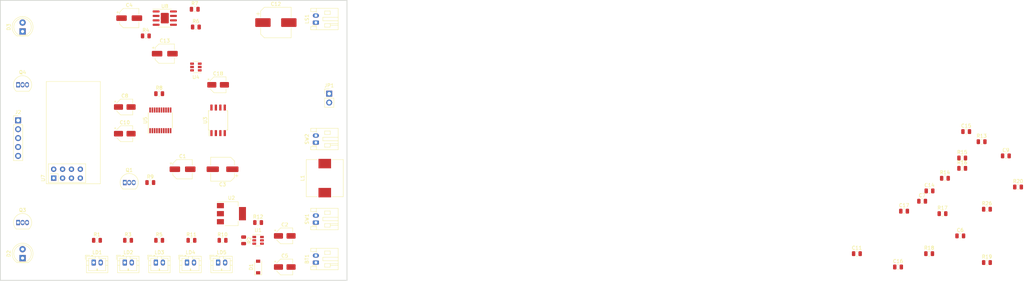
<source format=kicad_pcb>
(kicad_pcb (version 20171130) (host pcbnew "(5.1.0)-1")

  (general
    (thickness 1.6)
    (drawings 4)
    (tracks 0)
    (zones 0)
    (modules 64)
    (nets 56)
  )

  (page A4)
  (layers
    (0 F.Cu signal)
    (31 B.Cu signal)
    (32 B.Adhes user)
    (33 F.Adhes user)
    (34 B.Paste user)
    (35 F.Paste user)
    (36 B.SilkS user)
    (37 F.SilkS user)
    (38 B.Mask user)
    (39 F.Mask user)
    (40 Dwgs.User user)
    (41 Cmts.User user)
    (42 Eco1.User user)
    (43 Eco2.User user)
    (44 Edge.Cuts user)
    (45 Margin user)
    (46 B.CrtYd user)
    (47 F.CrtYd user)
    (48 B.Fab user)
    (49 F.Fab user)
  )

  (setup
    (last_trace_width 0.25)
    (trace_clearance 0.2)
    (zone_clearance 0.508)
    (zone_45_only no)
    (trace_min 0.2)
    (via_size 0.8)
    (via_drill 0.4)
    (via_min_size 0.4)
    (via_min_drill 0.3)
    (uvia_size 0.3)
    (uvia_drill 0.1)
    (uvias_allowed no)
    (uvia_min_size 0.2)
    (uvia_min_drill 0.1)
    (edge_width 0.15)
    (segment_width 0.2)
    (pcb_text_width 0.3)
    (pcb_text_size 1.5 1.5)
    (mod_edge_width 0.15)
    (mod_text_size 1 1)
    (mod_text_width 0.15)
    (pad_size 1.524 1.524)
    (pad_drill 0.762)
    (pad_to_mask_clearance 0.2)
    (aux_axis_origin 0 0)
    (visible_elements 7FFFFFFF)
    (pcbplotparams
      (layerselection 0x010fc_ffffffff)
      (usegerberextensions false)
      (usegerberattributes false)
      (usegerberadvancedattributes false)
      (creategerberjobfile false)
      (excludeedgelayer true)
      (linewidth 0.100000)
      (plotframeref false)
      (viasonmask false)
      (mode 1)
      (useauxorigin false)
      (hpglpennumber 1)
      (hpglpenspeed 20)
      (hpglpendiameter 15.000000)
      (psnegative false)
      (psa4output false)
      (plotreference true)
      (plotvalue true)
      (plotinvisibletext false)
      (padsonsilk false)
      (subtractmaskfromsilk false)
      (outputformat 1)
      (mirror false)
      (drillshape 1)
      (scaleselection 1)
      (outputdirectory ""))
  )

  (net 0 "")
  (net 1 "Net-(BT1-Pad1)")
  (net 2 GND)
  (net 3 +5V)
  (net 4 +BATT)
  (net 5 +3V3)
  (net 6 "Net-(C4-Pad1)")
  (net 7 "Net-(C11-Pad1)")
  (net 8 "Net-(C11-Pad2)")
  (net 9 "Net-(C12-Pad2)")
  (net 10 "Net-(C13-Pad2)")
  (net 11 "Net-(C13-Pad1)")
  (net 12 "Net-(C14-Pad2)")
  (net 13 /SPK)
  (net 14 "Net-(C15-Pad2)")
  (net 15 "Net-(D1-Pad2)")
  (net 16 "Net-(D2-Pad2)")
  (net 17 "Net-(D2-Pad1)")
  (net 18 "Net-(D3-Pad1)")
  (net 19 "Net-(D3-Pad2)")
  (net 20 /SYS_SWDIO)
  (net 21 /SYS_SWCLK)
  (net 22 /RESET)
  (net 23 "Net-(JP1-Pad1)")
  (net 24 "Net-(LD1-Pad2)")
  (net 25 "Net-(LD2-Pad2)")
  (net 26 "Net-(LD3-Pad2)")
  (net 27 "Net-(LD4-Pad2)")
  (net 28 "Net-(LD5-Pad2)")
  (net 29 /STATUS_LASER)
  (net 30 "Net-(Q1-Pad2)")
  (net 31 "Net-(Q3-Pad2)")
  (net 32 "Net-(Q4-Pad2)")
  (net 33 "Net-(R2-Pad2)")
  (net 34 "Net-(R4-Pad2)")
  (net 35 /I2C_SDA)
  (net 36 /STATUS)
  (net 37 "Net-(R12-Pad2)")
  (net 38 "Net-(R13-Pad1)")
  (net 39 "Net-(R13-Pad2)")
  (net 40 /LED1)
  (net 41 /LED2)
  (net 42 /I2C_SCL)
  (net 43 /TRIGGER)
  (net 44 /FLASH_CS)
  (net 45 /MISO)
  (net 46 "Net-(U3-Pad3)")
  (net 47 /MOSI)
  (net 48 /SCK)
  (net 49 "Net-(U5-Pad6)")
  (net 50 "Net-(U5-Pad7)")
  (net 51 "Net-(U5-Pad8)")
  (net 52 "Net-(U5-Pad9)")
  (net 53 /RADIO_CS)
  (net 54 "Net-(U7-Pad3)")
  (net 55 "Net-(U7-Pad8)")

  (net_class Default "This is the default net class."
    (clearance 0.2)
    (trace_width 0.25)
    (via_dia 0.8)
    (via_drill 0.4)
    (uvia_dia 0.3)
    (uvia_drill 0.1)
    (add_net +3V3)
    (add_net +5V)
    (add_net +BATT)
    (add_net /FLASH_CS)
    (add_net /I2C_SCL)
    (add_net /I2C_SDA)
    (add_net /LED1)
    (add_net /LED2)
    (add_net /MISO)
    (add_net /MOSI)
    (add_net /RADIO_CS)
    (add_net /RESET)
    (add_net /SCK)
    (add_net /SPK)
    (add_net /STATUS)
    (add_net /STATUS_LASER)
    (add_net /SYS_SWCLK)
    (add_net /SYS_SWDIO)
    (add_net /TRIGGER)
    (add_net GND)
    (add_net "Net-(BT1-Pad1)")
    (add_net "Net-(C11-Pad1)")
    (add_net "Net-(C11-Pad2)")
    (add_net "Net-(C12-Pad2)")
    (add_net "Net-(C13-Pad1)")
    (add_net "Net-(C13-Pad2)")
    (add_net "Net-(C14-Pad2)")
    (add_net "Net-(C15-Pad2)")
    (add_net "Net-(C4-Pad1)")
    (add_net "Net-(D1-Pad2)")
    (add_net "Net-(D2-Pad1)")
    (add_net "Net-(D2-Pad2)")
    (add_net "Net-(D3-Pad1)")
    (add_net "Net-(D3-Pad2)")
    (add_net "Net-(JP1-Pad1)")
    (add_net "Net-(LD1-Pad2)")
    (add_net "Net-(LD2-Pad2)")
    (add_net "Net-(LD3-Pad2)")
    (add_net "Net-(LD4-Pad2)")
    (add_net "Net-(LD5-Pad2)")
    (add_net "Net-(Q1-Pad2)")
    (add_net "Net-(Q3-Pad2)")
    (add_net "Net-(Q4-Pad2)")
    (add_net "Net-(R12-Pad2)")
    (add_net "Net-(R13-Pad1)")
    (add_net "Net-(R13-Pad2)")
    (add_net "Net-(R2-Pad2)")
    (add_net "Net-(R4-Pad2)")
    (add_net "Net-(U3-Pad3)")
    (add_net "Net-(U5-Pad6)")
    (add_net "Net-(U5-Pad7)")
    (add_net "Net-(U5-Pad8)")
    (add_net "Net-(U5-Pad9)")
    (add_net "Net-(U7-Pad3)")
    (add_net "Net-(U7-Pad8)")
  )

  (module Connector_JST:JST_PH_S2B-PH-K_1x02_P2.00mm_Horizontal (layer F.Cu) (tedit 5B7745C6) (tstamp 5CF738B9)
    (at 191.77 96.52 90)
    (descr "JST PH series connector, S2B-PH-K (http://www.jst-mfg.com/product/pdf/eng/ePH.pdf), generated with kicad-footprint-generator")
    (tags "connector JST PH top entry")
    (path /5CB1A4E2)
    (fp_text reference BT1 (at 1 -2.55 90) (layer F.SilkS)
      (effects (font (size 1 1) (thickness 0.15)))
    )
    (fp_text value Battery (at 1 7.45 90) (layer F.Fab)
      (effects (font (size 1 1) (thickness 0.15)))
    )
    (fp_text user %R (at 1 2.5 90) (layer F.Fab)
      (effects (font (size 1 1) (thickness 0.15)))
    )
    (fp_line (start 0.5 1.375) (end 0 0.875) (layer F.Fab) (width 0.1))
    (fp_line (start -0.5 1.375) (end 0.5 1.375) (layer F.Fab) (width 0.1))
    (fp_line (start 0 0.875) (end -0.5 1.375) (layer F.Fab) (width 0.1))
    (fp_line (start -0.86 0.14) (end -0.86 -1.075) (layer F.SilkS) (width 0.12))
    (fp_line (start 3.25 0.25) (end -1.25 0.25) (layer F.Fab) (width 0.1))
    (fp_line (start 3.25 -1.35) (end 3.25 0.25) (layer F.Fab) (width 0.1))
    (fp_line (start 3.95 -1.35) (end 3.25 -1.35) (layer F.Fab) (width 0.1))
    (fp_line (start 3.95 6.25) (end 3.95 -1.35) (layer F.Fab) (width 0.1))
    (fp_line (start -1.95 6.25) (end 3.95 6.25) (layer F.Fab) (width 0.1))
    (fp_line (start -1.95 -1.35) (end -1.95 6.25) (layer F.Fab) (width 0.1))
    (fp_line (start -1.25 -1.35) (end -1.95 -1.35) (layer F.Fab) (width 0.1))
    (fp_line (start -1.25 0.25) (end -1.25 -1.35) (layer F.Fab) (width 0.1))
    (fp_line (start 4.45 -1.85) (end -2.45 -1.85) (layer F.CrtYd) (width 0.05))
    (fp_line (start 4.45 6.75) (end 4.45 -1.85) (layer F.CrtYd) (width 0.05))
    (fp_line (start -2.45 6.75) (end 4.45 6.75) (layer F.CrtYd) (width 0.05))
    (fp_line (start -2.45 -1.85) (end -2.45 6.75) (layer F.CrtYd) (width 0.05))
    (fp_line (start -0.8 4.1) (end -0.8 6.36) (layer F.SilkS) (width 0.12))
    (fp_line (start -0.3 4.1) (end -0.3 6.36) (layer F.SilkS) (width 0.12))
    (fp_line (start 2.3 2.5) (end 3.3 2.5) (layer F.SilkS) (width 0.12))
    (fp_line (start 2.3 4.1) (end 2.3 2.5) (layer F.SilkS) (width 0.12))
    (fp_line (start 3.3 4.1) (end 2.3 4.1) (layer F.SilkS) (width 0.12))
    (fp_line (start 3.3 2.5) (end 3.3 4.1) (layer F.SilkS) (width 0.12))
    (fp_line (start -0.3 2.5) (end -1.3 2.5) (layer F.SilkS) (width 0.12))
    (fp_line (start -0.3 4.1) (end -0.3 2.5) (layer F.SilkS) (width 0.12))
    (fp_line (start -1.3 4.1) (end -0.3 4.1) (layer F.SilkS) (width 0.12))
    (fp_line (start -1.3 2.5) (end -1.3 4.1) (layer F.SilkS) (width 0.12))
    (fp_line (start 4.06 0.14) (end 3.14 0.14) (layer F.SilkS) (width 0.12))
    (fp_line (start -2.06 0.14) (end -1.14 0.14) (layer F.SilkS) (width 0.12))
    (fp_line (start 1.5 2) (end 1.5 6.36) (layer F.SilkS) (width 0.12))
    (fp_line (start 0.5 2) (end 1.5 2) (layer F.SilkS) (width 0.12))
    (fp_line (start 0.5 6.36) (end 0.5 2) (layer F.SilkS) (width 0.12))
    (fp_line (start 3.14 0.14) (end 2.86 0.14) (layer F.SilkS) (width 0.12))
    (fp_line (start 3.14 -1.46) (end 3.14 0.14) (layer F.SilkS) (width 0.12))
    (fp_line (start 4.06 -1.46) (end 3.14 -1.46) (layer F.SilkS) (width 0.12))
    (fp_line (start 4.06 6.36) (end 4.06 -1.46) (layer F.SilkS) (width 0.12))
    (fp_line (start -2.06 6.36) (end 4.06 6.36) (layer F.SilkS) (width 0.12))
    (fp_line (start -2.06 -1.46) (end -2.06 6.36) (layer F.SilkS) (width 0.12))
    (fp_line (start -1.14 -1.46) (end -2.06 -1.46) (layer F.SilkS) (width 0.12))
    (fp_line (start -1.14 0.14) (end -1.14 -1.46) (layer F.SilkS) (width 0.12))
    (fp_line (start -0.86 0.14) (end -1.14 0.14) (layer F.SilkS) (width 0.12))
    (pad 2 thru_hole oval (at 2 0 90) (size 1.2 1.75) (drill 0.75) (layers *.Cu *.Mask)
      (net 2 GND))
    (pad 1 thru_hole roundrect (at 0 0 90) (size 1.2 1.75) (drill 0.75) (layers *.Cu *.Mask) (roundrect_rratio 0.208333)
      (net 1 "Net-(BT1-Pad1)"))
    (model ${KISYS3DMOD}/Connector_JST.3dshapes/JST_PH_S2B-PH-K_1x02_P2.00mm_Horizontal.wrl
      (at (xyz 0 0 0))
      (scale (xyz 1 1 1))
      (rotate (xyz 0 0 0))
    )
  )

  (module Capacitor_SMD:CP_Elec_5x5.4 (layer F.Cu) (tedit 5BCA39CF) (tstamp 5CF738E1)
    (at 153.67 69.85)
    (descr "SMD capacitor, aluminum electrolytic, Nichicon, 5.0x5.4mm")
    (tags "capacitor electrolytic")
    (path /5D091038)
    (attr smd)
    (fp_text reference C1 (at 0 -3.7) (layer F.SilkS)
      (effects (font (size 1 1) (thickness 0.15)))
    )
    (fp_text value 10μF (at 0 3.7) (layer F.Fab)
      (effects (font (size 1 1) (thickness 0.15)))
    )
    (fp_circle (center 0 0) (end 2.5 0) (layer F.Fab) (width 0.1))
    (fp_line (start 2.65 -2.65) (end 2.65 2.65) (layer F.Fab) (width 0.1))
    (fp_line (start -1.65 -2.65) (end 2.65 -2.65) (layer F.Fab) (width 0.1))
    (fp_line (start -1.65 2.65) (end 2.65 2.65) (layer F.Fab) (width 0.1))
    (fp_line (start -2.65 -1.65) (end -2.65 1.65) (layer F.Fab) (width 0.1))
    (fp_line (start -2.65 -1.65) (end -1.65 -2.65) (layer F.Fab) (width 0.1))
    (fp_line (start -2.65 1.65) (end -1.65 2.65) (layer F.Fab) (width 0.1))
    (fp_line (start -2.033956 -1.2) (end -1.533956 -1.2) (layer F.Fab) (width 0.1))
    (fp_line (start -1.783956 -1.45) (end -1.783956 -0.95) (layer F.Fab) (width 0.1))
    (fp_line (start 2.76 2.76) (end 2.76 1.06) (layer F.SilkS) (width 0.12))
    (fp_line (start 2.76 -2.76) (end 2.76 -1.06) (layer F.SilkS) (width 0.12))
    (fp_line (start -1.695563 -2.76) (end 2.76 -2.76) (layer F.SilkS) (width 0.12))
    (fp_line (start -1.695563 2.76) (end 2.76 2.76) (layer F.SilkS) (width 0.12))
    (fp_line (start -2.76 1.695563) (end -2.76 1.06) (layer F.SilkS) (width 0.12))
    (fp_line (start -2.76 -1.695563) (end -2.76 -1.06) (layer F.SilkS) (width 0.12))
    (fp_line (start -2.76 -1.695563) (end -1.695563 -2.76) (layer F.SilkS) (width 0.12))
    (fp_line (start -2.76 1.695563) (end -1.695563 2.76) (layer F.SilkS) (width 0.12))
    (fp_line (start -3.625 -1.685) (end -3 -1.685) (layer F.SilkS) (width 0.12))
    (fp_line (start -3.3125 -1.9975) (end -3.3125 -1.3725) (layer F.SilkS) (width 0.12))
    (fp_line (start 2.9 -2.9) (end 2.9 -1.05) (layer F.CrtYd) (width 0.05))
    (fp_line (start 2.9 -1.05) (end 3.95 -1.05) (layer F.CrtYd) (width 0.05))
    (fp_line (start 3.95 -1.05) (end 3.95 1.05) (layer F.CrtYd) (width 0.05))
    (fp_line (start 3.95 1.05) (end 2.9 1.05) (layer F.CrtYd) (width 0.05))
    (fp_line (start 2.9 1.05) (end 2.9 2.9) (layer F.CrtYd) (width 0.05))
    (fp_line (start -1.75 2.9) (end 2.9 2.9) (layer F.CrtYd) (width 0.05))
    (fp_line (start -1.75 -2.9) (end 2.9 -2.9) (layer F.CrtYd) (width 0.05))
    (fp_line (start -2.9 1.75) (end -1.75 2.9) (layer F.CrtYd) (width 0.05))
    (fp_line (start -2.9 -1.75) (end -1.75 -2.9) (layer F.CrtYd) (width 0.05))
    (fp_line (start -2.9 -1.75) (end -2.9 -1.05) (layer F.CrtYd) (width 0.05))
    (fp_line (start -2.9 1.05) (end -2.9 1.75) (layer F.CrtYd) (width 0.05))
    (fp_line (start -2.9 -1.05) (end -3.95 -1.05) (layer F.CrtYd) (width 0.05))
    (fp_line (start -3.95 -1.05) (end -3.95 1.05) (layer F.CrtYd) (width 0.05))
    (fp_line (start -3.95 1.05) (end -2.9 1.05) (layer F.CrtYd) (width 0.05))
    (fp_text user %R (at 0 0) (layer F.Fab)
      (effects (font (size 1 1) (thickness 0.15)))
    )
    (pad 1 smd roundrect (at -2.2 0) (size 3 1.6) (layers F.Cu F.Paste F.Mask) (roundrect_rratio 0.15625)
      (net 3 +5V))
    (pad 2 smd roundrect (at 2.2 0) (size 3 1.6) (layers F.Cu F.Paste F.Mask) (roundrect_rratio 0.15625)
      (net 2 GND))
    (model ${KISYS3DMOD}/Capacitor_SMD.3dshapes/CP_Elec_5x5.4.wrl
      (at (xyz 0 0 0))
      (scale (xyz 1 1 1))
      (rotate (xyz 0 0 0))
    )
  )

  (module Capacitor_SMD:CP_Elec_4x5.4 (layer F.Cu) (tedit 5BCA39CF) (tstamp 5CF73909)
    (at 182.88 88.9)
    (descr "SMD capacitor, aluminum electrolytic, Panasonic A5 / Nichicon, 4.0x5.4mm")
    (tags "capacitor electrolytic")
    (path /5CB5EFB4)
    (attr smd)
    (fp_text reference C2 (at 0 -3.2) (layer F.SilkS)
      (effects (font (size 1 1) (thickness 0.15)))
    )
    (fp_text value 4.7μF (at 0 3.2) (layer F.Fab)
      (effects (font (size 1 1) (thickness 0.15)))
    )
    (fp_circle (center 0 0) (end 2 0) (layer F.Fab) (width 0.1))
    (fp_line (start 2.15 -2.15) (end 2.15 2.15) (layer F.Fab) (width 0.1))
    (fp_line (start -1.15 -2.15) (end 2.15 -2.15) (layer F.Fab) (width 0.1))
    (fp_line (start -1.15 2.15) (end 2.15 2.15) (layer F.Fab) (width 0.1))
    (fp_line (start -2.15 -1.15) (end -2.15 1.15) (layer F.Fab) (width 0.1))
    (fp_line (start -2.15 -1.15) (end -1.15 -2.15) (layer F.Fab) (width 0.1))
    (fp_line (start -2.15 1.15) (end -1.15 2.15) (layer F.Fab) (width 0.1))
    (fp_line (start -1.574773 -1) (end -1.174773 -1) (layer F.Fab) (width 0.1))
    (fp_line (start -1.374773 -1.2) (end -1.374773 -0.8) (layer F.Fab) (width 0.1))
    (fp_line (start 2.26 2.26) (end 2.26 1.06) (layer F.SilkS) (width 0.12))
    (fp_line (start 2.26 -2.26) (end 2.26 -1.06) (layer F.SilkS) (width 0.12))
    (fp_line (start -1.195563 -2.26) (end 2.26 -2.26) (layer F.SilkS) (width 0.12))
    (fp_line (start -1.195563 2.26) (end 2.26 2.26) (layer F.SilkS) (width 0.12))
    (fp_line (start -2.26 1.195563) (end -2.26 1.06) (layer F.SilkS) (width 0.12))
    (fp_line (start -2.26 -1.195563) (end -2.26 -1.06) (layer F.SilkS) (width 0.12))
    (fp_line (start -2.26 -1.195563) (end -1.195563 -2.26) (layer F.SilkS) (width 0.12))
    (fp_line (start -2.26 1.195563) (end -1.195563 2.26) (layer F.SilkS) (width 0.12))
    (fp_line (start -3 -1.56) (end -2.5 -1.56) (layer F.SilkS) (width 0.12))
    (fp_line (start -2.75 -1.81) (end -2.75 -1.31) (layer F.SilkS) (width 0.12))
    (fp_line (start 2.4 -2.4) (end 2.4 -1.05) (layer F.CrtYd) (width 0.05))
    (fp_line (start 2.4 -1.05) (end 3.35 -1.05) (layer F.CrtYd) (width 0.05))
    (fp_line (start 3.35 -1.05) (end 3.35 1.05) (layer F.CrtYd) (width 0.05))
    (fp_line (start 3.35 1.05) (end 2.4 1.05) (layer F.CrtYd) (width 0.05))
    (fp_line (start 2.4 1.05) (end 2.4 2.4) (layer F.CrtYd) (width 0.05))
    (fp_line (start -1.25 2.4) (end 2.4 2.4) (layer F.CrtYd) (width 0.05))
    (fp_line (start -1.25 -2.4) (end 2.4 -2.4) (layer F.CrtYd) (width 0.05))
    (fp_line (start -2.4 1.25) (end -1.25 2.4) (layer F.CrtYd) (width 0.05))
    (fp_line (start -2.4 -1.25) (end -1.25 -2.4) (layer F.CrtYd) (width 0.05))
    (fp_line (start -2.4 -1.25) (end -2.4 -1.05) (layer F.CrtYd) (width 0.05))
    (fp_line (start -2.4 1.05) (end -2.4 1.25) (layer F.CrtYd) (width 0.05))
    (fp_line (start -2.4 -1.05) (end -3.35 -1.05) (layer F.CrtYd) (width 0.05))
    (fp_line (start -3.35 -1.05) (end -3.35 1.05) (layer F.CrtYd) (width 0.05))
    (fp_line (start -3.35 1.05) (end -2.4 1.05) (layer F.CrtYd) (width 0.05))
    (fp_text user %R (at 0 0) (layer F.Fab)
      (effects (font (size 0.8 0.8) (thickness 0.12)))
    )
    (pad 1 smd roundrect (at -1.8 0) (size 2.6 1.6) (layers F.Cu F.Paste F.Mask) (roundrect_rratio 0.15625)
      (net 4 +BATT))
    (pad 2 smd roundrect (at 1.8 0) (size 2.6 1.6) (layers F.Cu F.Paste F.Mask) (roundrect_rratio 0.15625)
      (net 2 GND))
    (model ${KISYS3DMOD}/Capacitor_SMD.3dshapes/CP_Elec_4x5.4.wrl
      (at (xyz 0 0 0))
      (scale (xyz 1 1 1))
      (rotate (xyz 0 0 0))
    )
  )

  (module Capacitor_SMD:CP_Elec_6.3x5.4 (layer F.Cu) (tedit 5BCA39D0) (tstamp 5CF73931)
    (at 165.1 69.85 180)
    (descr "SMD capacitor, aluminum electrolytic, Panasonic C55, 6.3x5.4mm")
    (tags "capacitor electrolytic")
    (path /5D0781F3)
    (attr smd)
    (fp_text reference C3 (at 0 -4.35 180) (layer F.SilkS)
      (effects (font (size 1 1) (thickness 0.15)))
    )
    (fp_text value 22μF (at 0 4.35 180) (layer F.Fab)
      (effects (font (size 1 1) (thickness 0.15)))
    )
    (fp_circle (center 0 0) (end 3.15 0) (layer F.Fab) (width 0.1))
    (fp_line (start 3.3 -3.3) (end 3.3 3.3) (layer F.Fab) (width 0.1))
    (fp_line (start -2.3 -3.3) (end 3.3 -3.3) (layer F.Fab) (width 0.1))
    (fp_line (start -2.3 3.3) (end 3.3 3.3) (layer F.Fab) (width 0.1))
    (fp_line (start -3.3 -2.3) (end -3.3 2.3) (layer F.Fab) (width 0.1))
    (fp_line (start -3.3 -2.3) (end -2.3 -3.3) (layer F.Fab) (width 0.1))
    (fp_line (start -3.3 2.3) (end -2.3 3.3) (layer F.Fab) (width 0.1))
    (fp_line (start -2.704838 -1.33) (end -2.074838 -1.33) (layer F.Fab) (width 0.1))
    (fp_line (start -2.389838 -1.645) (end -2.389838 -1.015) (layer F.Fab) (width 0.1))
    (fp_line (start 3.41 3.41) (end 3.41 1.06) (layer F.SilkS) (width 0.12))
    (fp_line (start 3.41 -3.41) (end 3.41 -1.06) (layer F.SilkS) (width 0.12))
    (fp_line (start -2.345563 -3.41) (end 3.41 -3.41) (layer F.SilkS) (width 0.12))
    (fp_line (start -2.345563 3.41) (end 3.41 3.41) (layer F.SilkS) (width 0.12))
    (fp_line (start -3.41 2.345563) (end -3.41 1.06) (layer F.SilkS) (width 0.12))
    (fp_line (start -3.41 -2.345563) (end -3.41 -1.06) (layer F.SilkS) (width 0.12))
    (fp_line (start -3.41 -2.345563) (end -2.345563 -3.41) (layer F.SilkS) (width 0.12))
    (fp_line (start -3.41 2.345563) (end -2.345563 3.41) (layer F.SilkS) (width 0.12))
    (fp_line (start -4.4375 -1.8475) (end -3.65 -1.8475) (layer F.SilkS) (width 0.12))
    (fp_line (start -4.04375 -2.24125) (end -4.04375 -1.45375) (layer F.SilkS) (width 0.12))
    (fp_line (start 3.55 -3.55) (end 3.55 -1.05) (layer F.CrtYd) (width 0.05))
    (fp_line (start 3.55 -1.05) (end 4.8 -1.05) (layer F.CrtYd) (width 0.05))
    (fp_line (start 4.8 -1.05) (end 4.8 1.05) (layer F.CrtYd) (width 0.05))
    (fp_line (start 4.8 1.05) (end 3.55 1.05) (layer F.CrtYd) (width 0.05))
    (fp_line (start 3.55 1.05) (end 3.55 3.55) (layer F.CrtYd) (width 0.05))
    (fp_line (start -2.4 3.55) (end 3.55 3.55) (layer F.CrtYd) (width 0.05))
    (fp_line (start -2.4 -3.55) (end 3.55 -3.55) (layer F.CrtYd) (width 0.05))
    (fp_line (start -3.55 2.4) (end -2.4 3.55) (layer F.CrtYd) (width 0.05))
    (fp_line (start -3.55 -2.4) (end -2.4 -3.55) (layer F.CrtYd) (width 0.05))
    (fp_line (start -3.55 -2.4) (end -3.55 -1.05) (layer F.CrtYd) (width 0.05))
    (fp_line (start -3.55 1.05) (end -3.55 2.4) (layer F.CrtYd) (width 0.05))
    (fp_line (start -3.55 -1.05) (end -4.8 -1.05) (layer F.CrtYd) (width 0.05))
    (fp_line (start -4.8 -1.05) (end -4.8 1.05) (layer F.CrtYd) (width 0.05))
    (fp_line (start -4.8 1.05) (end -3.55 1.05) (layer F.CrtYd) (width 0.05))
    (fp_text user %R (at 0 0 180) (layer F.Fab)
      (effects (font (size 1 1) (thickness 0.15)))
    )
    (pad 1 smd roundrect (at -2.8 0 180) (size 3.5 1.6) (layers F.Cu F.Paste F.Mask) (roundrect_rratio 0.15625)
      (net 5 +3V3))
    (pad 2 smd roundrect (at 2.8 0 180) (size 3.5 1.6) (layers F.Cu F.Paste F.Mask) (roundrect_rratio 0.15625)
      (net 2 GND))
    (model ${KISYS3DMOD}/Capacitor_SMD.3dshapes/CP_Elec_6.3x5.4.wrl
      (at (xyz 0 0 0))
      (scale (xyz 1 1 1))
      (rotate (xyz 0 0 0))
    )
  )

  (module Capacitor_SMD:CP_Elec_5x5.4 (layer F.Cu) (tedit 5BCA39CF) (tstamp 5CF73959)
    (at 138.43 26.67)
    (descr "SMD capacitor, aluminum electrolytic, Nichicon, 5.0x5.4mm")
    (tags "capacitor electrolytic")
    (path /5D29C868)
    (attr smd)
    (fp_text reference C4 (at 0 -3.7) (layer F.SilkS)
      (effects (font (size 1 1) (thickness 0.15)))
    )
    (fp_text value 10μF (at 0 3.7) (layer F.Fab)
      (effects (font (size 1 1) (thickness 0.15)))
    )
    (fp_circle (center 0 0) (end 2.5 0) (layer F.Fab) (width 0.1))
    (fp_line (start 2.65 -2.65) (end 2.65 2.65) (layer F.Fab) (width 0.1))
    (fp_line (start -1.65 -2.65) (end 2.65 -2.65) (layer F.Fab) (width 0.1))
    (fp_line (start -1.65 2.65) (end 2.65 2.65) (layer F.Fab) (width 0.1))
    (fp_line (start -2.65 -1.65) (end -2.65 1.65) (layer F.Fab) (width 0.1))
    (fp_line (start -2.65 -1.65) (end -1.65 -2.65) (layer F.Fab) (width 0.1))
    (fp_line (start -2.65 1.65) (end -1.65 2.65) (layer F.Fab) (width 0.1))
    (fp_line (start -2.033956 -1.2) (end -1.533956 -1.2) (layer F.Fab) (width 0.1))
    (fp_line (start -1.783956 -1.45) (end -1.783956 -0.95) (layer F.Fab) (width 0.1))
    (fp_line (start 2.76 2.76) (end 2.76 1.06) (layer F.SilkS) (width 0.12))
    (fp_line (start 2.76 -2.76) (end 2.76 -1.06) (layer F.SilkS) (width 0.12))
    (fp_line (start -1.695563 -2.76) (end 2.76 -2.76) (layer F.SilkS) (width 0.12))
    (fp_line (start -1.695563 2.76) (end 2.76 2.76) (layer F.SilkS) (width 0.12))
    (fp_line (start -2.76 1.695563) (end -2.76 1.06) (layer F.SilkS) (width 0.12))
    (fp_line (start -2.76 -1.695563) (end -2.76 -1.06) (layer F.SilkS) (width 0.12))
    (fp_line (start -2.76 -1.695563) (end -1.695563 -2.76) (layer F.SilkS) (width 0.12))
    (fp_line (start -2.76 1.695563) (end -1.695563 2.76) (layer F.SilkS) (width 0.12))
    (fp_line (start -3.625 -1.685) (end -3 -1.685) (layer F.SilkS) (width 0.12))
    (fp_line (start -3.3125 -1.9975) (end -3.3125 -1.3725) (layer F.SilkS) (width 0.12))
    (fp_line (start 2.9 -2.9) (end 2.9 -1.05) (layer F.CrtYd) (width 0.05))
    (fp_line (start 2.9 -1.05) (end 3.95 -1.05) (layer F.CrtYd) (width 0.05))
    (fp_line (start 3.95 -1.05) (end 3.95 1.05) (layer F.CrtYd) (width 0.05))
    (fp_line (start 3.95 1.05) (end 2.9 1.05) (layer F.CrtYd) (width 0.05))
    (fp_line (start 2.9 1.05) (end 2.9 2.9) (layer F.CrtYd) (width 0.05))
    (fp_line (start -1.75 2.9) (end 2.9 2.9) (layer F.CrtYd) (width 0.05))
    (fp_line (start -1.75 -2.9) (end 2.9 -2.9) (layer F.CrtYd) (width 0.05))
    (fp_line (start -2.9 1.75) (end -1.75 2.9) (layer F.CrtYd) (width 0.05))
    (fp_line (start -2.9 -1.75) (end -1.75 -2.9) (layer F.CrtYd) (width 0.05))
    (fp_line (start -2.9 -1.75) (end -2.9 -1.05) (layer F.CrtYd) (width 0.05))
    (fp_line (start -2.9 1.05) (end -2.9 1.75) (layer F.CrtYd) (width 0.05))
    (fp_line (start -2.9 -1.05) (end -3.95 -1.05) (layer F.CrtYd) (width 0.05))
    (fp_line (start -3.95 -1.05) (end -3.95 1.05) (layer F.CrtYd) (width 0.05))
    (fp_line (start -3.95 1.05) (end -2.9 1.05) (layer F.CrtYd) (width 0.05))
    (fp_text user %R (at 0 0) (layer F.Fab)
      (effects (font (size 1 1) (thickness 0.15)))
    )
    (pad 1 smd roundrect (at -2.2 0) (size 3 1.6) (layers F.Cu F.Paste F.Mask) (roundrect_rratio 0.15625)
      (net 6 "Net-(C4-Pad1)"))
    (pad 2 smd roundrect (at 2.2 0) (size 3 1.6) (layers F.Cu F.Paste F.Mask) (roundrect_rratio 0.15625)
      (net 2 GND))
    (model ${KISYS3DMOD}/Capacitor_SMD.3dshapes/CP_Elec_5x5.4.wrl
      (at (xyz 0 0 0))
      (scale (xyz 1 1 1))
      (rotate (xyz 0 0 0))
    )
  )

  (module Capacitor_SMD:CP_Elec_4x5.4 (layer F.Cu) (tedit 5BCA39CF) (tstamp 5CF73981)
    (at 182.88 97.79)
    (descr "SMD capacitor, aluminum electrolytic, Panasonic A5 / Nichicon, 4.0x5.4mm")
    (tags "capacitor electrolytic")
    (path /5CB58D20)
    (attr smd)
    (fp_text reference C5 (at 0 -3.2) (layer F.SilkS)
      (effects (font (size 1 1) (thickness 0.15)))
    )
    (fp_text value 4.7μF (at 0 3.2) (layer F.Fab)
      (effects (font (size 1 1) (thickness 0.15)))
    )
    (fp_text user %R (at 0 0) (layer F.Fab)
      (effects (font (size 0.8 0.8) (thickness 0.12)))
    )
    (fp_line (start -3.35 1.05) (end -2.4 1.05) (layer F.CrtYd) (width 0.05))
    (fp_line (start -3.35 -1.05) (end -3.35 1.05) (layer F.CrtYd) (width 0.05))
    (fp_line (start -2.4 -1.05) (end -3.35 -1.05) (layer F.CrtYd) (width 0.05))
    (fp_line (start -2.4 1.05) (end -2.4 1.25) (layer F.CrtYd) (width 0.05))
    (fp_line (start -2.4 -1.25) (end -2.4 -1.05) (layer F.CrtYd) (width 0.05))
    (fp_line (start -2.4 -1.25) (end -1.25 -2.4) (layer F.CrtYd) (width 0.05))
    (fp_line (start -2.4 1.25) (end -1.25 2.4) (layer F.CrtYd) (width 0.05))
    (fp_line (start -1.25 -2.4) (end 2.4 -2.4) (layer F.CrtYd) (width 0.05))
    (fp_line (start -1.25 2.4) (end 2.4 2.4) (layer F.CrtYd) (width 0.05))
    (fp_line (start 2.4 1.05) (end 2.4 2.4) (layer F.CrtYd) (width 0.05))
    (fp_line (start 3.35 1.05) (end 2.4 1.05) (layer F.CrtYd) (width 0.05))
    (fp_line (start 3.35 -1.05) (end 3.35 1.05) (layer F.CrtYd) (width 0.05))
    (fp_line (start 2.4 -1.05) (end 3.35 -1.05) (layer F.CrtYd) (width 0.05))
    (fp_line (start 2.4 -2.4) (end 2.4 -1.05) (layer F.CrtYd) (width 0.05))
    (fp_line (start -2.75 -1.81) (end -2.75 -1.31) (layer F.SilkS) (width 0.12))
    (fp_line (start -3 -1.56) (end -2.5 -1.56) (layer F.SilkS) (width 0.12))
    (fp_line (start -2.26 1.195563) (end -1.195563 2.26) (layer F.SilkS) (width 0.12))
    (fp_line (start -2.26 -1.195563) (end -1.195563 -2.26) (layer F.SilkS) (width 0.12))
    (fp_line (start -2.26 -1.195563) (end -2.26 -1.06) (layer F.SilkS) (width 0.12))
    (fp_line (start -2.26 1.195563) (end -2.26 1.06) (layer F.SilkS) (width 0.12))
    (fp_line (start -1.195563 2.26) (end 2.26 2.26) (layer F.SilkS) (width 0.12))
    (fp_line (start -1.195563 -2.26) (end 2.26 -2.26) (layer F.SilkS) (width 0.12))
    (fp_line (start 2.26 -2.26) (end 2.26 -1.06) (layer F.SilkS) (width 0.12))
    (fp_line (start 2.26 2.26) (end 2.26 1.06) (layer F.SilkS) (width 0.12))
    (fp_line (start -1.374773 -1.2) (end -1.374773 -0.8) (layer F.Fab) (width 0.1))
    (fp_line (start -1.574773 -1) (end -1.174773 -1) (layer F.Fab) (width 0.1))
    (fp_line (start -2.15 1.15) (end -1.15 2.15) (layer F.Fab) (width 0.1))
    (fp_line (start -2.15 -1.15) (end -1.15 -2.15) (layer F.Fab) (width 0.1))
    (fp_line (start -2.15 -1.15) (end -2.15 1.15) (layer F.Fab) (width 0.1))
    (fp_line (start -1.15 2.15) (end 2.15 2.15) (layer F.Fab) (width 0.1))
    (fp_line (start -1.15 -2.15) (end 2.15 -2.15) (layer F.Fab) (width 0.1))
    (fp_line (start 2.15 -2.15) (end 2.15 2.15) (layer F.Fab) (width 0.1))
    (fp_circle (center 0 0) (end 2 0) (layer F.Fab) (width 0.1))
    (pad 2 smd roundrect (at 1.8 0) (size 2.6 1.6) (layers F.Cu F.Paste F.Mask) (roundrect_rratio 0.15625)
      (net 2 GND))
    (pad 1 smd roundrect (at -1.8 0) (size 2.6 1.6) (layers F.Cu F.Paste F.Mask) (roundrect_rratio 0.15625)
      (net 3 +5V))
    (model ${KISYS3DMOD}/Capacitor_SMD.3dshapes/CP_Elec_4x5.4.wrl
      (at (xyz 0 0 0))
      (scale (xyz 1 1 1))
      (rotate (xyz 0 0 0))
    )
  )

  (module Capacitor_SMD:C_0805_2012Metric (layer F.Cu) (tedit 5B36C52B) (tstamp 5CF73992)
    (at 375.92 88.9)
    (descr "Capacitor SMD 0805 (2012 Metric), square (rectangular) end terminal, IPC_7351 nominal, (Body size source: https://docs.google.com/spreadsheets/d/1BsfQQcO9C6DZCsRaXUlFlo91Tg2WpOkGARC1WS5S8t0/edit?usp=sharing), generated with kicad-footprint-generator")
    (tags capacitor)
    (path /5CB53F3E)
    (attr smd)
    (fp_text reference C6 (at 0 -1.65) (layer F.SilkS)
      (effects (font (size 1 1) (thickness 0.15)))
    )
    (fp_text value 100nF (at 0 1.65) (layer F.Fab)
      (effects (font (size 1 1) (thickness 0.15)))
    )
    (fp_line (start -1 0.6) (end -1 -0.6) (layer F.Fab) (width 0.1))
    (fp_line (start -1 -0.6) (end 1 -0.6) (layer F.Fab) (width 0.1))
    (fp_line (start 1 -0.6) (end 1 0.6) (layer F.Fab) (width 0.1))
    (fp_line (start 1 0.6) (end -1 0.6) (layer F.Fab) (width 0.1))
    (fp_line (start -0.258578 -0.71) (end 0.258578 -0.71) (layer F.SilkS) (width 0.12))
    (fp_line (start -0.258578 0.71) (end 0.258578 0.71) (layer F.SilkS) (width 0.12))
    (fp_line (start -1.68 0.95) (end -1.68 -0.95) (layer F.CrtYd) (width 0.05))
    (fp_line (start -1.68 -0.95) (end 1.68 -0.95) (layer F.CrtYd) (width 0.05))
    (fp_line (start 1.68 -0.95) (end 1.68 0.95) (layer F.CrtYd) (width 0.05))
    (fp_line (start 1.68 0.95) (end -1.68 0.95) (layer F.CrtYd) (width 0.05))
    (fp_text user %R (at 0 0) (layer F.Fab)
      (effects (font (size 0.5 0.5) (thickness 0.08)))
    )
    (pad 1 smd roundrect (at -0.9375 0) (size 0.975 1.4) (layers F.Cu F.Paste F.Mask) (roundrect_rratio 0.25)
      (net 5 +3V3))
    (pad 2 smd roundrect (at 0.9375 0) (size 0.975 1.4) (layers F.Cu F.Paste F.Mask) (roundrect_rratio 0.25)
      (net 2 GND))
    (model ${KISYS3DMOD}/Capacitor_SMD.3dshapes/C_0805_2012Metric.wrl
      (at (xyz 0 0 0))
      (scale (xyz 1 1 1))
      (rotate (xyz 0 0 0))
    )
  )

  (module Capacitor_SMD:C_0805_2012Metric (layer F.Cu) (tedit 5B36C52B) (tstamp 5CF739A3)
    (at 365.025001 78.995001)
    (descr "Capacitor SMD 0805 (2012 Metric), square (rectangular) end terminal, IPC_7351 nominal, (Body size source: https://docs.google.com/spreadsheets/d/1BsfQQcO9C6DZCsRaXUlFlo91Tg2WpOkGARC1WS5S8t0/edit?usp=sharing), generated with kicad-footprint-generator")
    (tags capacitor)
    (path /5CB51754)
    (attr smd)
    (fp_text reference C7 (at 0 -1.65) (layer F.SilkS)
      (effects (font (size 1 1) (thickness 0.15)))
    )
    (fp_text value 100nF (at 0 1.65) (layer F.Fab)
      (effects (font (size 1 1) (thickness 0.15)))
    )
    (fp_text user %R (at 0 0) (layer F.Fab)
      (effects (font (size 0.5 0.5) (thickness 0.08)))
    )
    (fp_line (start 1.68 0.95) (end -1.68 0.95) (layer F.CrtYd) (width 0.05))
    (fp_line (start 1.68 -0.95) (end 1.68 0.95) (layer F.CrtYd) (width 0.05))
    (fp_line (start -1.68 -0.95) (end 1.68 -0.95) (layer F.CrtYd) (width 0.05))
    (fp_line (start -1.68 0.95) (end -1.68 -0.95) (layer F.CrtYd) (width 0.05))
    (fp_line (start -0.258578 0.71) (end 0.258578 0.71) (layer F.SilkS) (width 0.12))
    (fp_line (start -0.258578 -0.71) (end 0.258578 -0.71) (layer F.SilkS) (width 0.12))
    (fp_line (start 1 0.6) (end -1 0.6) (layer F.Fab) (width 0.1))
    (fp_line (start 1 -0.6) (end 1 0.6) (layer F.Fab) (width 0.1))
    (fp_line (start -1 -0.6) (end 1 -0.6) (layer F.Fab) (width 0.1))
    (fp_line (start -1 0.6) (end -1 -0.6) (layer F.Fab) (width 0.1))
    (pad 2 smd roundrect (at 0.9375 0) (size 0.975 1.4) (layers F.Cu F.Paste F.Mask) (roundrect_rratio 0.25)
      (net 2 GND))
    (pad 1 smd roundrect (at -0.9375 0) (size 0.975 1.4) (layers F.Cu F.Paste F.Mask) (roundrect_rratio 0.25)
      (net 5 +3V3))
    (model ${KISYS3DMOD}/Capacitor_SMD.3dshapes/C_0805_2012Metric.wrl
      (at (xyz 0 0 0))
      (scale (xyz 1 1 1))
      (rotate (xyz 0 0 0))
    )
  )

  (module Capacitor_SMD:CP_Elec_4x5.4 (layer F.Cu) (tedit 5BCA39CF) (tstamp 5CF739CB)
    (at 137.16 52.07)
    (descr "SMD capacitor, aluminum electrolytic, Panasonic A5 / Nichicon, 4.0x5.4mm")
    (tags "capacitor electrolytic")
    (path /5CB52226)
    (attr smd)
    (fp_text reference C8 (at 0 -3.2) (layer F.SilkS)
      (effects (font (size 1 1) (thickness 0.15)))
    )
    (fp_text value 4.7μF (at 0 3.2) (layer F.Fab)
      (effects (font (size 1 1) (thickness 0.15)))
    )
    (fp_circle (center 0 0) (end 2 0) (layer F.Fab) (width 0.1))
    (fp_line (start 2.15 -2.15) (end 2.15 2.15) (layer F.Fab) (width 0.1))
    (fp_line (start -1.15 -2.15) (end 2.15 -2.15) (layer F.Fab) (width 0.1))
    (fp_line (start -1.15 2.15) (end 2.15 2.15) (layer F.Fab) (width 0.1))
    (fp_line (start -2.15 -1.15) (end -2.15 1.15) (layer F.Fab) (width 0.1))
    (fp_line (start -2.15 -1.15) (end -1.15 -2.15) (layer F.Fab) (width 0.1))
    (fp_line (start -2.15 1.15) (end -1.15 2.15) (layer F.Fab) (width 0.1))
    (fp_line (start -1.574773 -1) (end -1.174773 -1) (layer F.Fab) (width 0.1))
    (fp_line (start -1.374773 -1.2) (end -1.374773 -0.8) (layer F.Fab) (width 0.1))
    (fp_line (start 2.26 2.26) (end 2.26 1.06) (layer F.SilkS) (width 0.12))
    (fp_line (start 2.26 -2.26) (end 2.26 -1.06) (layer F.SilkS) (width 0.12))
    (fp_line (start -1.195563 -2.26) (end 2.26 -2.26) (layer F.SilkS) (width 0.12))
    (fp_line (start -1.195563 2.26) (end 2.26 2.26) (layer F.SilkS) (width 0.12))
    (fp_line (start -2.26 1.195563) (end -2.26 1.06) (layer F.SilkS) (width 0.12))
    (fp_line (start -2.26 -1.195563) (end -2.26 -1.06) (layer F.SilkS) (width 0.12))
    (fp_line (start -2.26 -1.195563) (end -1.195563 -2.26) (layer F.SilkS) (width 0.12))
    (fp_line (start -2.26 1.195563) (end -1.195563 2.26) (layer F.SilkS) (width 0.12))
    (fp_line (start -3 -1.56) (end -2.5 -1.56) (layer F.SilkS) (width 0.12))
    (fp_line (start -2.75 -1.81) (end -2.75 -1.31) (layer F.SilkS) (width 0.12))
    (fp_line (start 2.4 -2.4) (end 2.4 -1.05) (layer F.CrtYd) (width 0.05))
    (fp_line (start 2.4 -1.05) (end 3.35 -1.05) (layer F.CrtYd) (width 0.05))
    (fp_line (start 3.35 -1.05) (end 3.35 1.05) (layer F.CrtYd) (width 0.05))
    (fp_line (start 3.35 1.05) (end 2.4 1.05) (layer F.CrtYd) (width 0.05))
    (fp_line (start 2.4 1.05) (end 2.4 2.4) (layer F.CrtYd) (width 0.05))
    (fp_line (start -1.25 2.4) (end 2.4 2.4) (layer F.CrtYd) (width 0.05))
    (fp_line (start -1.25 -2.4) (end 2.4 -2.4) (layer F.CrtYd) (width 0.05))
    (fp_line (start -2.4 1.25) (end -1.25 2.4) (layer F.CrtYd) (width 0.05))
    (fp_line (start -2.4 -1.25) (end -1.25 -2.4) (layer F.CrtYd) (width 0.05))
    (fp_line (start -2.4 -1.25) (end -2.4 -1.05) (layer F.CrtYd) (width 0.05))
    (fp_line (start -2.4 1.05) (end -2.4 1.25) (layer F.CrtYd) (width 0.05))
    (fp_line (start -2.4 -1.05) (end -3.35 -1.05) (layer F.CrtYd) (width 0.05))
    (fp_line (start -3.35 -1.05) (end -3.35 1.05) (layer F.CrtYd) (width 0.05))
    (fp_line (start -3.35 1.05) (end -2.4 1.05) (layer F.CrtYd) (width 0.05))
    (fp_text user %R (at 0 0) (layer F.Fab)
      (effects (font (size 0.8 0.8) (thickness 0.12)))
    )
    (pad 1 smd roundrect (at -1.8 0) (size 2.6 1.6) (layers F.Cu F.Paste F.Mask) (roundrect_rratio 0.15625)
      (net 5 +3V3))
    (pad 2 smd roundrect (at 1.8 0) (size 2.6 1.6) (layers F.Cu F.Paste F.Mask) (roundrect_rratio 0.15625)
      (net 2 GND))
    (model ${KISYS3DMOD}/Capacitor_SMD.3dshapes/CP_Elec_4x5.4.wrl
      (at (xyz 0 0 0))
      (scale (xyz 1 1 1))
      (rotate (xyz 0 0 0))
    )
  )

  (module Capacitor_SMD:C_0805_2012Metric (layer F.Cu) (tedit 5B36C52B) (tstamp 5CF739DC)
    (at 388.9525 66.04)
    (descr "Capacitor SMD 0805 (2012 Metric), square (rectangular) end terminal, IPC_7351 nominal, (Body size source: https://docs.google.com/spreadsheets/d/1BsfQQcO9C6DZCsRaXUlFlo91Tg2WpOkGARC1WS5S8t0/edit?usp=sharing), generated with kicad-footprint-generator")
    (tags capacitor)
    (path /5CB65C19)
    (attr smd)
    (fp_text reference C9 (at 0 -1.65) (layer F.SilkS)
      (effects (font (size 1 1) (thickness 0.15)))
    )
    (fp_text value 10nF (at 0 1.65) (layer F.Fab)
      (effects (font (size 1 1) (thickness 0.15)))
    )
    (fp_line (start -1 0.6) (end -1 -0.6) (layer F.Fab) (width 0.1))
    (fp_line (start -1 -0.6) (end 1 -0.6) (layer F.Fab) (width 0.1))
    (fp_line (start 1 -0.6) (end 1 0.6) (layer F.Fab) (width 0.1))
    (fp_line (start 1 0.6) (end -1 0.6) (layer F.Fab) (width 0.1))
    (fp_line (start -0.258578 -0.71) (end 0.258578 -0.71) (layer F.SilkS) (width 0.12))
    (fp_line (start -0.258578 0.71) (end 0.258578 0.71) (layer F.SilkS) (width 0.12))
    (fp_line (start -1.68 0.95) (end -1.68 -0.95) (layer F.CrtYd) (width 0.05))
    (fp_line (start -1.68 -0.95) (end 1.68 -0.95) (layer F.CrtYd) (width 0.05))
    (fp_line (start 1.68 -0.95) (end 1.68 0.95) (layer F.CrtYd) (width 0.05))
    (fp_line (start 1.68 0.95) (end -1.68 0.95) (layer F.CrtYd) (width 0.05))
    (fp_text user %R (at 0 0) (layer F.Fab)
      (effects (font (size 0.5 0.5) (thickness 0.08)))
    )
    (pad 1 smd roundrect (at -0.9375 0) (size 0.975 1.4) (layers F.Cu F.Paste F.Mask) (roundrect_rratio 0.25)
      (net 5 +3V3))
    (pad 2 smd roundrect (at 0.9375 0) (size 0.975 1.4) (layers F.Cu F.Paste F.Mask) (roundrect_rratio 0.25)
      (net 2 GND))
    (model ${KISYS3DMOD}/Capacitor_SMD.3dshapes/C_0805_2012Metric.wrl
      (at (xyz 0 0 0))
      (scale (xyz 1 1 1))
      (rotate (xyz 0 0 0))
    )
  )

  (module Capacitor_SMD:CP_Elec_4x5.4 (layer F.Cu) (tedit 5BCA39CF) (tstamp 5CF73A04)
    (at 137.16 59.69)
    (descr "SMD capacitor, aluminum electrolytic, Panasonic A5 / Nichicon, 4.0x5.4mm")
    (tags "capacitor electrolytic")
    (path /5CB65D2E)
    (attr smd)
    (fp_text reference C10 (at 0 -3.2) (layer F.SilkS)
      (effects (font (size 1 1) (thickness 0.15)))
    )
    (fp_text value 1μF (at 0 3.2) (layer F.Fab)
      (effects (font (size 1 1) (thickness 0.15)))
    )
    (fp_text user %R (at 0 0) (layer F.Fab)
      (effects (font (size 0.8 0.8) (thickness 0.12)))
    )
    (fp_line (start -3.35 1.05) (end -2.4 1.05) (layer F.CrtYd) (width 0.05))
    (fp_line (start -3.35 -1.05) (end -3.35 1.05) (layer F.CrtYd) (width 0.05))
    (fp_line (start -2.4 -1.05) (end -3.35 -1.05) (layer F.CrtYd) (width 0.05))
    (fp_line (start -2.4 1.05) (end -2.4 1.25) (layer F.CrtYd) (width 0.05))
    (fp_line (start -2.4 -1.25) (end -2.4 -1.05) (layer F.CrtYd) (width 0.05))
    (fp_line (start -2.4 -1.25) (end -1.25 -2.4) (layer F.CrtYd) (width 0.05))
    (fp_line (start -2.4 1.25) (end -1.25 2.4) (layer F.CrtYd) (width 0.05))
    (fp_line (start -1.25 -2.4) (end 2.4 -2.4) (layer F.CrtYd) (width 0.05))
    (fp_line (start -1.25 2.4) (end 2.4 2.4) (layer F.CrtYd) (width 0.05))
    (fp_line (start 2.4 1.05) (end 2.4 2.4) (layer F.CrtYd) (width 0.05))
    (fp_line (start 3.35 1.05) (end 2.4 1.05) (layer F.CrtYd) (width 0.05))
    (fp_line (start 3.35 -1.05) (end 3.35 1.05) (layer F.CrtYd) (width 0.05))
    (fp_line (start 2.4 -1.05) (end 3.35 -1.05) (layer F.CrtYd) (width 0.05))
    (fp_line (start 2.4 -2.4) (end 2.4 -1.05) (layer F.CrtYd) (width 0.05))
    (fp_line (start -2.75 -1.81) (end -2.75 -1.31) (layer F.SilkS) (width 0.12))
    (fp_line (start -3 -1.56) (end -2.5 -1.56) (layer F.SilkS) (width 0.12))
    (fp_line (start -2.26 1.195563) (end -1.195563 2.26) (layer F.SilkS) (width 0.12))
    (fp_line (start -2.26 -1.195563) (end -1.195563 -2.26) (layer F.SilkS) (width 0.12))
    (fp_line (start -2.26 -1.195563) (end -2.26 -1.06) (layer F.SilkS) (width 0.12))
    (fp_line (start -2.26 1.195563) (end -2.26 1.06) (layer F.SilkS) (width 0.12))
    (fp_line (start -1.195563 2.26) (end 2.26 2.26) (layer F.SilkS) (width 0.12))
    (fp_line (start -1.195563 -2.26) (end 2.26 -2.26) (layer F.SilkS) (width 0.12))
    (fp_line (start 2.26 -2.26) (end 2.26 -1.06) (layer F.SilkS) (width 0.12))
    (fp_line (start 2.26 2.26) (end 2.26 1.06) (layer F.SilkS) (width 0.12))
    (fp_line (start -1.374773 -1.2) (end -1.374773 -0.8) (layer F.Fab) (width 0.1))
    (fp_line (start -1.574773 -1) (end -1.174773 -1) (layer F.Fab) (width 0.1))
    (fp_line (start -2.15 1.15) (end -1.15 2.15) (layer F.Fab) (width 0.1))
    (fp_line (start -2.15 -1.15) (end -1.15 -2.15) (layer F.Fab) (width 0.1))
    (fp_line (start -2.15 -1.15) (end -2.15 1.15) (layer F.Fab) (width 0.1))
    (fp_line (start -1.15 2.15) (end 2.15 2.15) (layer F.Fab) (width 0.1))
    (fp_line (start -1.15 -2.15) (end 2.15 -2.15) (layer F.Fab) (width 0.1))
    (fp_line (start 2.15 -2.15) (end 2.15 2.15) (layer F.Fab) (width 0.1))
    (fp_circle (center 0 0) (end 2 0) (layer F.Fab) (width 0.1))
    (pad 2 smd roundrect (at 1.8 0) (size 2.6 1.6) (layers F.Cu F.Paste F.Mask) (roundrect_rratio 0.15625)
      (net 2 GND))
    (pad 1 smd roundrect (at -1.8 0) (size 2.6 1.6) (layers F.Cu F.Paste F.Mask) (roundrect_rratio 0.15625)
      (net 5 +3V3))
    (model ${KISYS3DMOD}/Capacitor_SMD.3dshapes/CP_Elec_4x5.4.wrl
      (at (xyz 0 0 0))
      (scale (xyz 1 1 1))
      (rotate (xyz 0 0 0))
    )
  )

  (module Capacitor_SMD:C_0805_2012Metric (layer F.Cu) (tedit 5B36C52B) (tstamp 5CF73A15)
    (at 346.3775 93.98)
    (descr "Capacitor SMD 0805 (2012 Metric), square (rectangular) end terminal, IPC_7351 nominal, (Body size source: https://docs.google.com/spreadsheets/d/1BsfQQcO9C6DZCsRaXUlFlo91Tg2WpOkGARC1WS5S8t0/edit?usp=sharing), generated with kicad-footprint-generator")
    (tags capacitor)
    (path /5CF83828)
    (attr smd)
    (fp_text reference C11 (at 0 -1.65) (layer F.SilkS)
      (effects (font (size 1 1) (thickness 0.15)))
    )
    (fp_text value 47nF (at 0 1.65) (layer F.Fab)
      (effects (font (size 1 1) (thickness 0.15)))
    )
    (fp_text user %R (at 0 0) (layer F.Fab)
      (effects (font (size 0.5 0.5) (thickness 0.08)))
    )
    (fp_line (start 1.68 0.95) (end -1.68 0.95) (layer F.CrtYd) (width 0.05))
    (fp_line (start 1.68 -0.95) (end 1.68 0.95) (layer F.CrtYd) (width 0.05))
    (fp_line (start -1.68 -0.95) (end 1.68 -0.95) (layer F.CrtYd) (width 0.05))
    (fp_line (start -1.68 0.95) (end -1.68 -0.95) (layer F.CrtYd) (width 0.05))
    (fp_line (start -0.258578 0.71) (end 0.258578 0.71) (layer F.SilkS) (width 0.12))
    (fp_line (start -0.258578 -0.71) (end 0.258578 -0.71) (layer F.SilkS) (width 0.12))
    (fp_line (start 1 0.6) (end -1 0.6) (layer F.Fab) (width 0.1))
    (fp_line (start 1 -0.6) (end 1 0.6) (layer F.Fab) (width 0.1))
    (fp_line (start -1 -0.6) (end 1 -0.6) (layer F.Fab) (width 0.1))
    (fp_line (start -1 0.6) (end -1 -0.6) (layer F.Fab) (width 0.1))
    (pad 2 smd roundrect (at 0.9375 0) (size 0.975 1.4) (layers F.Cu F.Paste F.Mask) (roundrect_rratio 0.25)
      (net 8 "Net-(C11-Pad2)"))
    (pad 1 smd roundrect (at -0.9375 0) (size 0.975 1.4) (layers F.Cu F.Paste F.Mask) (roundrect_rratio 0.25)
      (net 7 "Net-(C11-Pad1)"))
    (model ${KISYS3DMOD}/Capacitor_SMD.3dshapes/C_0805_2012Metric.wrl
      (at (xyz 0 0 0))
      (scale (xyz 1 1 1))
      (rotate (xyz 0 0 0))
    )
  )

  (module Capacitor_SMD:CP_Elec_8x10.5 (layer F.Cu) (tedit 5BCA39D0) (tstamp 5CF73A3D)
    (at 180.34 27.94)
    (descr "SMD capacitor, aluminum electrolytic, Vishay 0810, 8.0x10.5mm, http://www.vishay.com/docs/28395/150crz.pdf")
    (tags "capacitor electrolytic")
    (path /5CF7C3D8)
    (attr smd)
    (fp_text reference C12 (at 0 -5.3) (layer F.SilkS)
      (effects (font (size 1 1) (thickness 0.15)))
    )
    (fp_text value 220μF (at 0 5.3) (layer F.Fab)
      (effects (font (size 1 1) (thickness 0.15)))
    )
    (fp_circle (center 0 0) (end 4 0) (layer F.Fab) (width 0.1))
    (fp_line (start 4.25 -4.25) (end 4.25 4.25) (layer F.Fab) (width 0.1))
    (fp_line (start -3.25 -4.25) (end 4.25 -4.25) (layer F.Fab) (width 0.1))
    (fp_line (start -3.25 4.25) (end 4.25 4.25) (layer F.Fab) (width 0.1))
    (fp_line (start -4.25 -3.25) (end -4.25 3.25) (layer F.Fab) (width 0.1))
    (fp_line (start -4.25 -3.25) (end -3.25 -4.25) (layer F.Fab) (width 0.1))
    (fp_line (start -4.25 3.25) (end -3.25 4.25) (layer F.Fab) (width 0.1))
    (fp_line (start -3.562278 -1.5) (end -2.762278 -1.5) (layer F.Fab) (width 0.1))
    (fp_line (start -3.162278 -1.9) (end -3.162278 -1.1) (layer F.Fab) (width 0.1))
    (fp_line (start 4.36 4.36) (end 4.36 1.51) (layer F.SilkS) (width 0.12))
    (fp_line (start 4.36 -4.36) (end 4.36 -1.51) (layer F.SilkS) (width 0.12))
    (fp_line (start -3.295563 -4.36) (end 4.36 -4.36) (layer F.SilkS) (width 0.12))
    (fp_line (start -3.295563 4.36) (end 4.36 4.36) (layer F.SilkS) (width 0.12))
    (fp_line (start -4.36 3.295563) (end -4.36 1.51) (layer F.SilkS) (width 0.12))
    (fp_line (start -4.36 -3.295563) (end -4.36 -1.51) (layer F.SilkS) (width 0.12))
    (fp_line (start -4.36 -3.295563) (end -3.295563 -4.36) (layer F.SilkS) (width 0.12))
    (fp_line (start -4.36 3.295563) (end -3.295563 4.36) (layer F.SilkS) (width 0.12))
    (fp_line (start -5.6 -2.51) (end -4.6 -2.51) (layer F.SilkS) (width 0.12))
    (fp_line (start -5.1 -3.01) (end -5.1 -2.01) (layer F.SilkS) (width 0.12))
    (fp_line (start 4.5 -4.5) (end 4.5 -1.5) (layer F.CrtYd) (width 0.05))
    (fp_line (start 4.5 -1.5) (end 6.15 -1.5) (layer F.CrtYd) (width 0.05))
    (fp_line (start 6.15 -1.5) (end 6.15 1.5) (layer F.CrtYd) (width 0.05))
    (fp_line (start 6.15 1.5) (end 4.5 1.5) (layer F.CrtYd) (width 0.05))
    (fp_line (start 4.5 1.5) (end 4.5 4.5) (layer F.CrtYd) (width 0.05))
    (fp_line (start -3.35 4.5) (end 4.5 4.5) (layer F.CrtYd) (width 0.05))
    (fp_line (start -3.35 -4.5) (end 4.5 -4.5) (layer F.CrtYd) (width 0.05))
    (fp_line (start -4.5 3.35) (end -3.35 4.5) (layer F.CrtYd) (width 0.05))
    (fp_line (start -4.5 -3.35) (end -3.35 -4.5) (layer F.CrtYd) (width 0.05))
    (fp_line (start -4.5 -3.35) (end -4.5 -1.5) (layer F.CrtYd) (width 0.05))
    (fp_line (start -4.5 1.5) (end -4.5 3.35) (layer F.CrtYd) (width 0.05))
    (fp_line (start -4.5 -1.5) (end -6.15 -1.5) (layer F.CrtYd) (width 0.05))
    (fp_line (start -6.15 -1.5) (end -6.15 1.5) (layer F.CrtYd) (width 0.05))
    (fp_line (start -6.15 1.5) (end -4.5 1.5) (layer F.CrtYd) (width 0.05))
    (fp_text user %R (at 0 0) (layer F.Fab)
      (effects (font (size 1 1) (thickness 0.15)))
    )
    (pad 1 smd roundrect (at -3.7 0) (size 4.4 2.5) (layers F.Cu F.Paste F.Mask) (roundrect_rratio 0.1)
      (net 7 "Net-(C11-Pad1)"))
    (pad 2 smd roundrect (at 3.7 0) (size 4.4 2.5) (layers F.Cu F.Paste F.Mask) (roundrect_rratio 0.1)
      (net 9 "Net-(C12-Pad2)"))
    (model ${KISYS3DMOD}/Capacitor_SMD.3dshapes/CP_Elec_8x10.5.wrl
      (at (xyz 0 0 0))
      (scale (xyz 1 1 1))
      (rotate (xyz 0 0 0))
    )
  )

  (module Capacitor_SMD:CP_Elec_5x5.4 (layer F.Cu) (tedit 5BCA39CF) (tstamp 5CF73A65)
    (at 148.59 36.83)
    (descr "SMD capacitor, aluminum electrolytic, Nichicon, 5.0x5.4mm")
    (tags "capacitor electrolytic")
    (path /5D1D4D37)
    (attr smd)
    (fp_text reference C13 (at 0 -3.7) (layer F.SilkS)
      (effects (font (size 1 1) (thickness 0.15)))
    )
    (fp_text value 10μF (at 0 3.7) (layer F.Fab)
      (effects (font (size 1 1) (thickness 0.15)))
    )
    (fp_text user %R (at 0 0) (layer F.Fab)
      (effects (font (size 1 1) (thickness 0.15)))
    )
    (fp_line (start -3.95 1.05) (end -2.9 1.05) (layer F.CrtYd) (width 0.05))
    (fp_line (start -3.95 -1.05) (end -3.95 1.05) (layer F.CrtYd) (width 0.05))
    (fp_line (start -2.9 -1.05) (end -3.95 -1.05) (layer F.CrtYd) (width 0.05))
    (fp_line (start -2.9 1.05) (end -2.9 1.75) (layer F.CrtYd) (width 0.05))
    (fp_line (start -2.9 -1.75) (end -2.9 -1.05) (layer F.CrtYd) (width 0.05))
    (fp_line (start -2.9 -1.75) (end -1.75 -2.9) (layer F.CrtYd) (width 0.05))
    (fp_line (start -2.9 1.75) (end -1.75 2.9) (layer F.CrtYd) (width 0.05))
    (fp_line (start -1.75 -2.9) (end 2.9 -2.9) (layer F.CrtYd) (width 0.05))
    (fp_line (start -1.75 2.9) (end 2.9 2.9) (layer F.CrtYd) (width 0.05))
    (fp_line (start 2.9 1.05) (end 2.9 2.9) (layer F.CrtYd) (width 0.05))
    (fp_line (start 3.95 1.05) (end 2.9 1.05) (layer F.CrtYd) (width 0.05))
    (fp_line (start 3.95 -1.05) (end 3.95 1.05) (layer F.CrtYd) (width 0.05))
    (fp_line (start 2.9 -1.05) (end 3.95 -1.05) (layer F.CrtYd) (width 0.05))
    (fp_line (start 2.9 -2.9) (end 2.9 -1.05) (layer F.CrtYd) (width 0.05))
    (fp_line (start -3.3125 -1.9975) (end -3.3125 -1.3725) (layer F.SilkS) (width 0.12))
    (fp_line (start -3.625 -1.685) (end -3 -1.685) (layer F.SilkS) (width 0.12))
    (fp_line (start -2.76 1.695563) (end -1.695563 2.76) (layer F.SilkS) (width 0.12))
    (fp_line (start -2.76 -1.695563) (end -1.695563 -2.76) (layer F.SilkS) (width 0.12))
    (fp_line (start -2.76 -1.695563) (end -2.76 -1.06) (layer F.SilkS) (width 0.12))
    (fp_line (start -2.76 1.695563) (end -2.76 1.06) (layer F.SilkS) (width 0.12))
    (fp_line (start -1.695563 2.76) (end 2.76 2.76) (layer F.SilkS) (width 0.12))
    (fp_line (start -1.695563 -2.76) (end 2.76 -2.76) (layer F.SilkS) (width 0.12))
    (fp_line (start 2.76 -2.76) (end 2.76 -1.06) (layer F.SilkS) (width 0.12))
    (fp_line (start 2.76 2.76) (end 2.76 1.06) (layer F.SilkS) (width 0.12))
    (fp_line (start -1.783956 -1.45) (end -1.783956 -0.95) (layer F.Fab) (width 0.1))
    (fp_line (start -2.033956 -1.2) (end -1.533956 -1.2) (layer F.Fab) (width 0.1))
    (fp_line (start -2.65 1.65) (end -1.65 2.65) (layer F.Fab) (width 0.1))
    (fp_line (start -2.65 -1.65) (end -1.65 -2.65) (layer F.Fab) (width 0.1))
    (fp_line (start -2.65 -1.65) (end -2.65 1.65) (layer F.Fab) (width 0.1))
    (fp_line (start -1.65 2.65) (end 2.65 2.65) (layer F.Fab) (width 0.1))
    (fp_line (start -1.65 -2.65) (end 2.65 -2.65) (layer F.Fab) (width 0.1))
    (fp_line (start 2.65 -2.65) (end 2.65 2.65) (layer F.Fab) (width 0.1))
    (fp_circle (center 0 0) (end 2.5 0) (layer F.Fab) (width 0.1))
    (pad 2 smd roundrect (at 2.2 0) (size 3 1.6) (layers F.Cu F.Paste F.Mask) (roundrect_rratio 0.15625)
      (net 10 "Net-(C13-Pad2)"))
    (pad 1 smd roundrect (at -2.2 0) (size 3 1.6) (layers F.Cu F.Paste F.Mask) (roundrect_rratio 0.15625)
      (net 11 "Net-(C13-Pad1)"))
    (model ${KISYS3DMOD}/Capacitor_SMD.3dshapes/CP_Elec_5x5.4.wrl
      (at (xyz 0 0 0))
      (scale (xyz 1 1 1))
      (rotate (xyz 0 0 0))
    )
  )

  (module Capacitor_SMD:C_0805_2012Metric (layer F.Cu) (tedit 5B36C52B) (tstamp 5CF73A76)
    (at 367.125001 76.045001)
    (descr "Capacitor SMD 0805 (2012 Metric), square (rectangular) end terminal, IPC_7351 nominal, (Body size source: https://docs.google.com/spreadsheets/d/1BsfQQcO9C6DZCsRaXUlFlo91Tg2WpOkGARC1WS5S8t0/edit?usp=sharing), generated with kicad-footprint-generator")
    (tags capacitor)
    (path /5D1D1182)
    (attr smd)
    (fp_text reference C14 (at 0 -1.65) (layer F.SilkS)
      (effects (font (size 1 1) (thickness 0.15)))
    )
    (fp_text value 33nF (at 0 1.65) (layer F.Fab)
      (effects (font (size 1 1) (thickness 0.15)))
    )
    (fp_line (start -1 0.6) (end -1 -0.6) (layer F.Fab) (width 0.1))
    (fp_line (start -1 -0.6) (end 1 -0.6) (layer F.Fab) (width 0.1))
    (fp_line (start 1 -0.6) (end 1 0.6) (layer F.Fab) (width 0.1))
    (fp_line (start 1 0.6) (end -1 0.6) (layer F.Fab) (width 0.1))
    (fp_line (start -0.258578 -0.71) (end 0.258578 -0.71) (layer F.SilkS) (width 0.12))
    (fp_line (start -0.258578 0.71) (end 0.258578 0.71) (layer F.SilkS) (width 0.12))
    (fp_line (start -1.68 0.95) (end -1.68 -0.95) (layer F.CrtYd) (width 0.05))
    (fp_line (start -1.68 -0.95) (end 1.68 -0.95) (layer F.CrtYd) (width 0.05))
    (fp_line (start 1.68 -0.95) (end 1.68 0.95) (layer F.CrtYd) (width 0.05))
    (fp_line (start 1.68 0.95) (end -1.68 0.95) (layer F.CrtYd) (width 0.05))
    (fp_text user %R (at 0 0) (layer F.Fab)
      (effects (font (size 0.5 0.5) (thickness 0.08)))
    )
    (pad 1 smd roundrect (at -0.9375 0) (size 0.975 1.4) (layers F.Cu F.Paste F.Mask) (roundrect_rratio 0.25)
      (net 7 "Net-(C11-Pad1)"))
    (pad 2 smd roundrect (at 0.9375 0) (size 0.975 1.4) (layers F.Cu F.Paste F.Mask) (roundrect_rratio 0.25)
      (net 12 "Net-(C14-Pad2)"))
    (model ${KISYS3DMOD}/Capacitor_SMD.3dshapes/C_0805_2012Metric.wrl
      (at (xyz 0 0 0))
      (scale (xyz 1 1 1))
      (rotate (xyz 0 0 0))
    )
  )

  (module Capacitor_SMD:C_0805_2012Metric (layer F.Cu) (tedit 5B36C52B) (tstamp 5CF73A87)
    (at 377.615001 59.095001)
    (descr "Capacitor SMD 0805 (2012 Metric), square (rectangular) end terminal, IPC_7351 nominal, (Body size source: https://docs.google.com/spreadsheets/d/1BsfQQcO9C6DZCsRaXUlFlo91Tg2WpOkGARC1WS5S8t0/edit?usp=sharing), generated with kicad-footprint-generator")
    (tags capacitor)
    (path /5D937163)
    (attr smd)
    (fp_text reference C15 (at 0 -1.65) (layer F.SilkS)
      (effects (font (size 1 1) (thickness 0.15)))
    )
    (fp_text value 10nF (at 0 1.65) (layer F.Fab)
      (effects (font (size 1 1) (thickness 0.15)))
    )
    (fp_text user %R (at 0 0) (layer F.Fab)
      (effects (font (size 0.5 0.5) (thickness 0.08)))
    )
    (fp_line (start 1.68 0.95) (end -1.68 0.95) (layer F.CrtYd) (width 0.05))
    (fp_line (start 1.68 -0.95) (end 1.68 0.95) (layer F.CrtYd) (width 0.05))
    (fp_line (start -1.68 -0.95) (end 1.68 -0.95) (layer F.CrtYd) (width 0.05))
    (fp_line (start -1.68 0.95) (end -1.68 -0.95) (layer F.CrtYd) (width 0.05))
    (fp_line (start -0.258578 0.71) (end 0.258578 0.71) (layer F.SilkS) (width 0.12))
    (fp_line (start -0.258578 -0.71) (end 0.258578 -0.71) (layer F.SilkS) (width 0.12))
    (fp_line (start 1 0.6) (end -1 0.6) (layer F.Fab) (width 0.1))
    (fp_line (start 1 -0.6) (end 1 0.6) (layer F.Fab) (width 0.1))
    (fp_line (start -1 -0.6) (end 1 -0.6) (layer F.Fab) (width 0.1))
    (fp_line (start -1 0.6) (end -1 -0.6) (layer F.Fab) (width 0.1))
    (pad 2 smd roundrect (at 0.9375 0) (size 0.975 1.4) (layers F.Cu F.Paste F.Mask) (roundrect_rratio 0.25)
      (net 14 "Net-(C15-Pad2)"))
    (pad 1 smd roundrect (at -0.9375 0) (size 0.975 1.4) (layers F.Cu F.Paste F.Mask) (roundrect_rratio 0.25)
      (net 13 /SPK))
    (model ${KISYS3DMOD}/Capacitor_SMD.3dshapes/C_0805_2012Metric.wrl
      (at (xyz 0 0 0))
      (scale (xyz 1 1 1))
      (rotate (xyz 0 0 0))
    )
  )

  (module Capacitor_SMD:C_0805_2012Metric (layer F.Cu) (tedit 5B36C52B) (tstamp 5CF73A98)
    (at 358.14 97.79)
    (descr "Capacitor SMD 0805 (2012 Metric), square (rectangular) end terminal, IPC_7351 nominal, (Body size source: https://docs.google.com/spreadsheets/d/1BsfQQcO9C6DZCsRaXUlFlo91Tg2WpOkGARC1WS5S8t0/edit?usp=sharing), generated with kicad-footprint-generator")
    (tags capacitor)
    (path /5CFA7ED9)
    (attr smd)
    (fp_text reference C16 (at 0 -1.65) (layer F.SilkS)
      (effects (font (size 1 1) (thickness 0.15)))
    )
    (fp_text value 100nF (at 0 1.65) (layer F.Fab)
      (effects (font (size 1 1) (thickness 0.15)))
    )
    (fp_text user %R (at 0 0) (layer F.Fab)
      (effects (font (size 0.5 0.5) (thickness 0.08)))
    )
    (fp_line (start 1.68 0.95) (end -1.68 0.95) (layer F.CrtYd) (width 0.05))
    (fp_line (start 1.68 -0.95) (end 1.68 0.95) (layer F.CrtYd) (width 0.05))
    (fp_line (start -1.68 -0.95) (end 1.68 -0.95) (layer F.CrtYd) (width 0.05))
    (fp_line (start -1.68 0.95) (end -1.68 -0.95) (layer F.CrtYd) (width 0.05))
    (fp_line (start -0.258578 0.71) (end 0.258578 0.71) (layer F.SilkS) (width 0.12))
    (fp_line (start -0.258578 -0.71) (end 0.258578 -0.71) (layer F.SilkS) (width 0.12))
    (fp_line (start 1 0.6) (end -1 0.6) (layer F.Fab) (width 0.1))
    (fp_line (start 1 -0.6) (end 1 0.6) (layer F.Fab) (width 0.1))
    (fp_line (start -1 -0.6) (end 1 -0.6) (layer F.Fab) (width 0.1))
    (fp_line (start -1 0.6) (end -1 -0.6) (layer F.Fab) (width 0.1))
    (pad 2 smd roundrect (at 0.9375 0) (size 0.975 1.4) (layers F.Cu F.Paste F.Mask) (roundrect_rratio 0.25)
      (net 2 GND))
    (pad 1 smd roundrect (at -0.9375 0) (size 0.975 1.4) (layers F.Cu F.Paste F.Mask) (roundrect_rratio 0.25)
      (net 5 +3V3))
    (model ${KISYS3DMOD}/Capacitor_SMD.3dshapes/C_0805_2012Metric.wrl
      (at (xyz 0 0 0))
      (scale (xyz 1 1 1))
      (rotate (xyz 0 0 0))
    )
  )

  (module Capacitor_SMD:C_0805_2012Metric (layer F.Cu) (tedit 5B36C52B) (tstamp 5CF73AA9)
    (at 359.865001 81.835001)
    (descr "Capacitor SMD 0805 (2012 Metric), square (rectangular) end terminal, IPC_7351 nominal, (Body size source: https://docs.google.com/spreadsheets/d/1BsfQQcO9C6DZCsRaXUlFlo91Tg2WpOkGARC1WS5S8t0/edit?usp=sharing), generated with kicad-footprint-generator")
    (tags capacitor)
    (path /5CFC5656)
    (attr smd)
    (fp_text reference C17 (at 0 -1.65) (layer F.SilkS)
      (effects (font (size 1 1) (thickness 0.15)))
    )
    (fp_text value 100nF (at 0 1.65) (layer F.Fab)
      (effects (font (size 1 1) (thickness 0.15)))
    )
    (fp_line (start -1 0.6) (end -1 -0.6) (layer F.Fab) (width 0.1))
    (fp_line (start -1 -0.6) (end 1 -0.6) (layer F.Fab) (width 0.1))
    (fp_line (start 1 -0.6) (end 1 0.6) (layer F.Fab) (width 0.1))
    (fp_line (start 1 0.6) (end -1 0.6) (layer F.Fab) (width 0.1))
    (fp_line (start -0.258578 -0.71) (end 0.258578 -0.71) (layer F.SilkS) (width 0.12))
    (fp_line (start -0.258578 0.71) (end 0.258578 0.71) (layer F.SilkS) (width 0.12))
    (fp_line (start -1.68 0.95) (end -1.68 -0.95) (layer F.CrtYd) (width 0.05))
    (fp_line (start -1.68 -0.95) (end 1.68 -0.95) (layer F.CrtYd) (width 0.05))
    (fp_line (start 1.68 -0.95) (end 1.68 0.95) (layer F.CrtYd) (width 0.05))
    (fp_line (start 1.68 0.95) (end -1.68 0.95) (layer F.CrtYd) (width 0.05))
    (fp_text user %R (at 0 0) (layer F.Fab)
      (effects (font (size 0.5 0.5) (thickness 0.08)))
    )
    (pad 1 smd roundrect (at -0.9375 0) (size 0.975 1.4) (layers F.Cu F.Paste F.Mask) (roundrect_rratio 0.25)
      (net 5 +3V3))
    (pad 2 smd roundrect (at 0.9375 0) (size 0.975 1.4) (layers F.Cu F.Paste F.Mask) (roundrect_rratio 0.25)
      (net 2 GND))
    (model ${KISYS3DMOD}/Capacitor_SMD.3dshapes/C_0805_2012Metric.wrl
      (at (xyz 0 0 0))
      (scale (xyz 1 1 1))
      (rotate (xyz 0 0 0))
    )
  )

  (module Capacitor_SMD:CP_Elec_4x5.4 (layer F.Cu) (tedit 5BCA39CF) (tstamp 5CF73AD1)
    (at 163.83 45.72)
    (descr "SMD capacitor, aluminum electrolytic, Panasonic A5 / Nichicon, 4.0x5.4mm")
    (tags "capacitor electrolytic")
    (path /5CFC18AE)
    (attr smd)
    (fp_text reference C18 (at 0 -3.2) (layer F.SilkS)
      (effects (font (size 1 1) (thickness 0.15)))
    )
    (fp_text value 4.7μF (at 0 3.2) (layer F.Fab)
      (effects (font (size 1 1) (thickness 0.15)))
    )
    (fp_circle (center 0 0) (end 2 0) (layer F.Fab) (width 0.1))
    (fp_line (start 2.15 -2.15) (end 2.15 2.15) (layer F.Fab) (width 0.1))
    (fp_line (start -1.15 -2.15) (end 2.15 -2.15) (layer F.Fab) (width 0.1))
    (fp_line (start -1.15 2.15) (end 2.15 2.15) (layer F.Fab) (width 0.1))
    (fp_line (start -2.15 -1.15) (end -2.15 1.15) (layer F.Fab) (width 0.1))
    (fp_line (start -2.15 -1.15) (end -1.15 -2.15) (layer F.Fab) (width 0.1))
    (fp_line (start -2.15 1.15) (end -1.15 2.15) (layer F.Fab) (width 0.1))
    (fp_line (start -1.574773 -1) (end -1.174773 -1) (layer F.Fab) (width 0.1))
    (fp_line (start -1.374773 -1.2) (end -1.374773 -0.8) (layer F.Fab) (width 0.1))
    (fp_line (start 2.26 2.26) (end 2.26 1.06) (layer F.SilkS) (width 0.12))
    (fp_line (start 2.26 -2.26) (end 2.26 -1.06) (layer F.SilkS) (width 0.12))
    (fp_line (start -1.195563 -2.26) (end 2.26 -2.26) (layer F.SilkS) (width 0.12))
    (fp_line (start -1.195563 2.26) (end 2.26 2.26) (layer F.SilkS) (width 0.12))
    (fp_line (start -2.26 1.195563) (end -2.26 1.06) (layer F.SilkS) (width 0.12))
    (fp_line (start -2.26 -1.195563) (end -2.26 -1.06) (layer F.SilkS) (width 0.12))
    (fp_line (start -2.26 -1.195563) (end -1.195563 -2.26) (layer F.SilkS) (width 0.12))
    (fp_line (start -2.26 1.195563) (end -1.195563 2.26) (layer F.SilkS) (width 0.12))
    (fp_line (start -3 -1.56) (end -2.5 -1.56) (layer F.SilkS) (width 0.12))
    (fp_line (start -2.75 -1.81) (end -2.75 -1.31) (layer F.SilkS) (width 0.12))
    (fp_line (start 2.4 -2.4) (end 2.4 -1.05) (layer F.CrtYd) (width 0.05))
    (fp_line (start 2.4 -1.05) (end 3.35 -1.05) (layer F.CrtYd) (width 0.05))
    (fp_line (start 3.35 -1.05) (end 3.35 1.05) (layer F.CrtYd) (width 0.05))
    (fp_line (start 3.35 1.05) (end 2.4 1.05) (layer F.CrtYd) (width 0.05))
    (fp_line (start 2.4 1.05) (end 2.4 2.4) (layer F.CrtYd) (width 0.05))
    (fp_line (start -1.25 2.4) (end 2.4 2.4) (layer F.CrtYd) (width 0.05))
    (fp_line (start -1.25 -2.4) (end 2.4 -2.4) (layer F.CrtYd) (width 0.05))
    (fp_line (start -2.4 1.25) (end -1.25 2.4) (layer F.CrtYd) (width 0.05))
    (fp_line (start -2.4 -1.25) (end -1.25 -2.4) (layer F.CrtYd) (width 0.05))
    (fp_line (start -2.4 -1.25) (end -2.4 -1.05) (layer F.CrtYd) (width 0.05))
    (fp_line (start -2.4 1.05) (end -2.4 1.25) (layer F.CrtYd) (width 0.05))
    (fp_line (start -2.4 -1.05) (end -3.35 -1.05) (layer F.CrtYd) (width 0.05))
    (fp_line (start -3.35 -1.05) (end -3.35 1.05) (layer F.CrtYd) (width 0.05))
    (fp_line (start -3.35 1.05) (end -2.4 1.05) (layer F.CrtYd) (width 0.05))
    (fp_text user %R (at 0 0) (layer F.Fab)
      (effects (font (size 0.8 0.8) (thickness 0.12)))
    )
    (pad 1 smd roundrect (at -1.8 0) (size 2.6 1.6) (layers F.Cu F.Paste F.Mask) (roundrect_rratio 0.15625)
      (net 5 +3V3))
    (pad 2 smd roundrect (at 1.8 0) (size 2.6 1.6) (layers F.Cu F.Paste F.Mask) (roundrect_rratio 0.15625)
      (net 2 GND))
    (model ${KISYS3DMOD}/Capacitor_SMD.3dshapes/CP_Elec_4x5.4.wrl
      (at (xyz 0 0 0))
      (scale (xyz 1 1 1))
      (rotate (xyz 0 0 0))
    )
  )

  (module Diode_SMD:D_SOD-123 (layer F.Cu) (tedit 58645DC7) (tstamp 5CF73AEA)
    (at 175.26 97.79 90)
    (descr SOD-123)
    (tags SOD-123)
    (path /5CB3348C)
    (attr smd)
    (fp_text reference D1 (at 0 -2 90) (layer F.SilkS)
      (effects (font (size 1 1) (thickness 0.15)))
    )
    (fp_text value MBR0520 (at 0 2.1 90) (layer F.Fab)
      (effects (font (size 1 1) (thickness 0.15)))
    )
    (fp_text user %R (at 0 -2 90) (layer F.Fab)
      (effects (font (size 1 1) (thickness 0.15)))
    )
    (fp_line (start -2.25 -1) (end -2.25 1) (layer F.SilkS) (width 0.12))
    (fp_line (start 0.25 0) (end 0.75 0) (layer F.Fab) (width 0.1))
    (fp_line (start 0.25 0.4) (end -0.35 0) (layer F.Fab) (width 0.1))
    (fp_line (start 0.25 -0.4) (end 0.25 0.4) (layer F.Fab) (width 0.1))
    (fp_line (start -0.35 0) (end 0.25 -0.4) (layer F.Fab) (width 0.1))
    (fp_line (start -0.35 0) (end -0.35 0.55) (layer F.Fab) (width 0.1))
    (fp_line (start -0.35 0) (end -0.35 -0.55) (layer F.Fab) (width 0.1))
    (fp_line (start -0.75 0) (end -0.35 0) (layer F.Fab) (width 0.1))
    (fp_line (start -1.4 0.9) (end -1.4 -0.9) (layer F.Fab) (width 0.1))
    (fp_line (start 1.4 0.9) (end -1.4 0.9) (layer F.Fab) (width 0.1))
    (fp_line (start 1.4 -0.9) (end 1.4 0.9) (layer F.Fab) (width 0.1))
    (fp_line (start -1.4 -0.9) (end 1.4 -0.9) (layer F.Fab) (width 0.1))
    (fp_line (start -2.35 -1.15) (end 2.35 -1.15) (layer F.CrtYd) (width 0.05))
    (fp_line (start 2.35 -1.15) (end 2.35 1.15) (layer F.CrtYd) (width 0.05))
    (fp_line (start 2.35 1.15) (end -2.35 1.15) (layer F.CrtYd) (width 0.05))
    (fp_line (start -2.35 -1.15) (end -2.35 1.15) (layer F.CrtYd) (width 0.05))
    (fp_line (start -2.25 1) (end 1.65 1) (layer F.SilkS) (width 0.12))
    (fp_line (start -2.25 -1) (end 1.65 -1) (layer F.SilkS) (width 0.12))
    (pad 1 smd rect (at -1.65 0 90) (size 0.9 1.2) (layers F.Cu F.Paste F.Mask)
      (net 3 +5V))
    (pad 2 smd rect (at 1.65 0 90) (size 0.9 1.2) (layers F.Cu F.Paste F.Mask)
      (net 15 "Net-(D1-Pad2)"))
    (model ${KISYS3DMOD}/Diode_SMD.3dshapes/D_SOD-123.wrl
      (at (xyz 0 0 0))
      (scale (xyz 1 1 1))
      (rotate (xyz 0 0 0))
    )
  )

  (module LED_THT:LED_D5.0mm (layer F.Cu) (tedit 5995936A) (tstamp 5CF73AFC)
    (at 107.95 95.25 90)
    (descr "LED, diameter 5.0mm, 2 pins, http://cdn-reichelt.de/documents/datenblatt/A500/LL-504BC2E-009.pdf")
    (tags "LED diameter 5.0mm 2 pins")
    (path /5CD18F0C)
    (fp_text reference D2 (at 1.27 -3.96 90) (layer F.SilkS)
      (effects (font (size 1 1) (thickness 0.15)))
    )
    (fp_text value LED (at 1.27 3.96 90) (layer F.Fab)
      (effects (font (size 1 1) (thickness 0.15)))
    )
    (fp_text user %R (at 1.25 0 90) (layer F.Fab)
      (effects (font (size 0.8 0.8) (thickness 0.2)))
    )
    (fp_line (start 4.5 -3.25) (end -1.95 -3.25) (layer F.CrtYd) (width 0.05))
    (fp_line (start 4.5 3.25) (end 4.5 -3.25) (layer F.CrtYd) (width 0.05))
    (fp_line (start -1.95 3.25) (end 4.5 3.25) (layer F.CrtYd) (width 0.05))
    (fp_line (start -1.95 -3.25) (end -1.95 3.25) (layer F.CrtYd) (width 0.05))
    (fp_line (start -1.29 -1.545) (end -1.29 1.545) (layer F.SilkS) (width 0.12))
    (fp_line (start -1.23 -1.469694) (end -1.23 1.469694) (layer F.Fab) (width 0.1))
    (fp_circle (center 1.27 0) (end 3.77 0) (layer F.SilkS) (width 0.12))
    (fp_circle (center 1.27 0) (end 3.77 0) (layer F.Fab) (width 0.1))
    (fp_arc (start 1.27 0) (end -1.29 1.54483) (angle -148.9) (layer F.SilkS) (width 0.12))
    (fp_arc (start 1.27 0) (end -1.29 -1.54483) (angle 148.9) (layer F.SilkS) (width 0.12))
    (fp_arc (start 1.27 0) (end -1.23 -1.469694) (angle 299.1) (layer F.Fab) (width 0.1))
    (pad 2 thru_hole circle (at 2.54 0 90) (size 1.8 1.8) (drill 0.9) (layers *.Cu *.Mask)
      (net 16 "Net-(D2-Pad2)"))
    (pad 1 thru_hole rect (at 0 0 90) (size 1.8 1.8) (drill 0.9) (layers *.Cu *.Mask)
      (net 17 "Net-(D2-Pad1)"))
    (model ${KISYS3DMOD}/LED_THT.3dshapes/LED_D5.0mm.wrl
      (at (xyz 0 0 0))
      (scale (xyz 1 1 1))
      (rotate (xyz 0 0 0))
    )
  )

  (module LED_THT:LED_D5.0mm (layer F.Cu) (tedit 5995936A) (tstamp 5CF73B0E)
    (at 107.95 30.48 90)
    (descr "LED, diameter 5.0mm, 2 pins, http://cdn-reichelt.de/documents/datenblatt/A500/LL-504BC2E-009.pdf")
    (tags "LED diameter 5.0mm 2 pins")
    (path /5CD3BD10)
    (fp_text reference D3 (at 1.27 -3.96 90) (layer F.SilkS)
      (effects (font (size 1 1) (thickness 0.15)))
    )
    (fp_text value LED (at 1.27 3.96 90) (layer F.Fab)
      (effects (font (size 1 1) (thickness 0.15)))
    )
    (fp_arc (start 1.27 0) (end -1.23 -1.469694) (angle 299.1) (layer F.Fab) (width 0.1))
    (fp_arc (start 1.27 0) (end -1.29 -1.54483) (angle 148.9) (layer F.SilkS) (width 0.12))
    (fp_arc (start 1.27 0) (end -1.29 1.54483) (angle -148.9) (layer F.SilkS) (width 0.12))
    (fp_circle (center 1.27 0) (end 3.77 0) (layer F.Fab) (width 0.1))
    (fp_circle (center 1.27 0) (end 3.77 0) (layer F.SilkS) (width 0.12))
    (fp_line (start -1.23 -1.469694) (end -1.23 1.469694) (layer F.Fab) (width 0.1))
    (fp_line (start -1.29 -1.545) (end -1.29 1.545) (layer F.SilkS) (width 0.12))
    (fp_line (start -1.95 -3.25) (end -1.95 3.25) (layer F.CrtYd) (width 0.05))
    (fp_line (start -1.95 3.25) (end 4.5 3.25) (layer F.CrtYd) (width 0.05))
    (fp_line (start 4.5 3.25) (end 4.5 -3.25) (layer F.CrtYd) (width 0.05))
    (fp_line (start 4.5 -3.25) (end -1.95 -3.25) (layer F.CrtYd) (width 0.05))
    (fp_text user %R (at 1.25 0 90) (layer F.Fab)
      (effects (font (size 0.8 0.8) (thickness 0.2)))
    )
    (pad 1 thru_hole rect (at 0 0 90) (size 1.8 1.8) (drill 0.9) (layers *.Cu *.Mask)
      (net 18 "Net-(D3-Pad1)"))
    (pad 2 thru_hole circle (at 2.54 0 90) (size 1.8 1.8) (drill 0.9) (layers *.Cu *.Mask)
      (net 19 "Net-(D3-Pad2)"))
    (model ${KISYS3DMOD}/LED_THT.3dshapes/LED_D5.0mm.wrl
      (at (xyz 0 0 0))
      (scale (xyz 1 1 1))
      (rotate (xyz 0 0 0))
    )
  )

  (module Connector_PinHeader_2.54mm:PinHeader_1x05_P2.54mm_Vertical (layer F.Cu) (tedit 59FED5CC) (tstamp 5CF73B27)
    (at 106.68 55.88)
    (descr "Through hole straight pin header, 1x05, 2.54mm pitch, single row")
    (tags "Through hole pin header THT 1x05 2.54mm single row")
    (path /5CB83FE6)
    (fp_text reference J2 (at 0 -2.33) (layer F.SilkS)
      (effects (font (size 1 1) (thickness 0.15)))
    )
    (fp_text value Conn_01x05 (at 0 12.49) (layer F.Fab)
      (effects (font (size 1 1) (thickness 0.15)))
    )
    (fp_line (start -0.635 -1.27) (end 1.27 -1.27) (layer F.Fab) (width 0.1))
    (fp_line (start 1.27 -1.27) (end 1.27 11.43) (layer F.Fab) (width 0.1))
    (fp_line (start 1.27 11.43) (end -1.27 11.43) (layer F.Fab) (width 0.1))
    (fp_line (start -1.27 11.43) (end -1.27 -0.635) (layer F.Fab) (width 0.1))
    (fp_line (start -1.27 -0.635) (end -0.635 -1.27) (layer F.Fab) (width 0.1))
    (fp_line (start -1.33 11.49) (end 1.33 11.49) (layer F.SilkS) (width 0.12))
    (fp_line (start -1.33 1.27) (end -1.33 11.49) (layer F.SilkS) (width 0.12))
    (fp_line (start 1.33 1.27) (end 1.33 11.49) (layer F.SilkS) (width 0.12))
    (fp_line (start -1.33 1.27) (end 1.33 1.27) (layer F.SilkS) (width 0.12))
    (fp_line (start -1.33 0) (end -1.33 -1.33) (layer F.SilkS) (width 0.12))
    (fp_line (start -1.33 -1.33) (end 0 -1.33) (layer F.SilkS) (width 0.12))
    (fp_line (start -1.8 -1.8) (end -1.8 11.95) (layer F.CrtYd) (width 0.05))
    (fp_line (start -1.8 11.95) (end 1.8 11.95) (layer F.CrtYd) (width 0.05))
    (fp_line (start 1.8 11.95) (end 1.8 -1.8) (layer F.CrtYd) (width 0.05))
    (fp_line (start 1.8 -1.8) (end -1.8 -1.8) (layer F.CrtYd) (width 0.05))
    (fp_text user %R (at 0 5.08 90) (layer F.Fab)
      (effects (font (size 1 1) (thickness 0.15)))
    )
    (pad 1 thru_hole rect (at 0 0) (size 1.7 1.7) (drill 1) (layers *.Cu *.Mask)
      (net 5 +3V3))
    (pad 2 thru_hole oval (at 0 2.54) (size 1.7 1.7) (drill 1) (layers *.Cu *.Mask)
      (net 20 /SYS_SWDIO))
    (pad 3 thru_hole oval (at 0 5.08) (size 1.7 1.7) (drill 1) (layers *.Cu *.Mask)
      (net 2 GND))
    (pad 4 thru_hole oval (at 0 7.62) (size 1.7 1.7) (drill 1) (layers *.Cu *.Mask)
      (net 21 /SYS_SWCLK))
    (pad 5 thru_hole oval (at 0 10.16) (size 1.7 1.7) (drill 1) (layers *.Cu *.Mask)
      (net 22 /RESET))
    (model ${KISYS3DMOD}/Connector_PinHeader_2.54mm.3dshapes/PinHeader_1x05_P2.54mm_Vertical.wrl
      (at (xyz 0 0 0))
      (scale (xyz 1 1 1))
      (rotate (xyz 0 0 0))
    )
  )

  (module Connector_PinHeader_2.54mm:PinHeader_1x02_P2.54mm_Vertical (layer F.Cu) (tedit 59FED5CC) (tstamp 5CF73B3D)
    (at 195.58 48.26)
    (descr "Through hole straight pin header, 1x02, 2.54mm pitch, single row")
    (tags "Through hole pin header THT 1x02 2.54mm single row")
    (path /5D0A5B6D)
    (fp_text reference JP1 (at 0 -2.33) (layer F.SilkS)
      (effects (font (size 1 1) (thickness 0.15)))
    )
    (fp_text value Jumper (at 0 4.87) (layer F.Fab)
      (effects (font (size 1 1) (thickness 0.15)))
    )
    (fp_line (start -0.635 -1.27) (end 1.27 -1.27) (layer F.Fab) (width 0.1))
    (fp_line (start 1.27 -1.27) (end 1.27 3.81) (layer F.Fab) (width 0.1))
    (fp_line (start 1.27 3.81) (end -1.27 3.81) (layer F.Fab) (width 0.1))
    (fp_line (start -1.27 3.81) (end -1.27 -0.635) (layer F.Fab) (width 0.1))
    (fp_line (start -1.27 -0.635) (end -0.635 -1.27) (layer F.Fab) (width 0.1))
    (fp_line (start -1.33 3.87) (end 1.33 3.87) (layer F.SilkS) (width 0.12))
    (fp_line (start -1.33 1.27) (end -1.33 3.87) (layer F.SilkS) (width 0.12))
    (fp_line (start 1.33 1.27) (end 1.33 3.87) (layer F.SilkS) (width 0.12))
    (fp_line (start -1.33 1.27) (end 1.33 1.27) (layer F.SilkS) (width 0.12))
    (fp_line (start -1.33 0) (end -1.33 -1.33) (layer F.SilkS) (width 0.12))
    (fp_line (start -1.33 -1.33) (end 0 -1.33) (layer F.SilkS) (width 0.12))
    (fp_line (start -1.8 -1.8) (end -1.8 4.35) (layer F.CrtYd) (width 0.05))
    (fp_line (start -1.8 4.35) (end 1.8 4.35) (layer F.CrtYd) (width 0.05))
    (fp_line (start 1.8 4.35) (end 1.8 -1.8) (layer F.CrtYd) (width 0.05))
    (fp_line (start 1.8 -1.8) (end -1.8 -1.8) (layer F.CrtYd) (width 0.05))
    (fp_text user %R (at 0 1.27 90) (layer F.Fab)
      (effects (font (size 1 1) (thickness 0.15)))
    )
    (pad 1 thru_hole rect (at 0 0) (size 1.7 1.7) (drill 1) (layers *.Cu *.Mask)
      (net 23 "Net-(JP1-Pad1)"))
    (pad 2 thru_hole oval (at 0 2.54) (size 1.7 1.7) (drill 1) (layers *.Cu *.Mask)
      (net 5 +3V3))
    (model ${KISYS3DMOD}/Connector_PinHeader_2.54mm.3dshapes/PinHeader_1x02_P2.54mm_Vertical.wrl
      (at (xyz 0 0 0))
      (scale (xyz 1 1 1))
      (rotate (xyz 0 0 0))
    )
  )

  (module Inductor_SMD:L_10.4x10.4_H4.8 (layer F.Cu) (tedit 5990349B) (tstamp 5CF73B56)
    (at 194.31 72.39 90)
    (descr "Choke, SMD, 10.4x10.4mm 4.8mm height")
    (tags "Choke SMD")
    (path /5CB2C71B)
    (attr smd)
    (fp_text reference L1 (at 0 -6.35 90) (layer F.SilkS)
      (effects (font (size 1 1) (thickness 0.15)))
    )
    (fp_text value 4.7μH (at 0 6.35 90) (layer F.Fab)
      (effects (font (size 1 1) (thickness 0.15)))
    )
    (fp_text user %R (at 0 -1.27 90) (layer F.Fab)
      (effects (font (size 1 1) (thickness 0.15)))
    )
    (fp_line (start 5.3 2.1) (end 5.3 5.3) (layer F.SilkS) (width 0.12))
    (fp_line (start 5.3 5.3) (end -5.3 5.3) (layer F.SilkS) (width 0.12))
    (fp_line (start -5.3 5.3) (end -5.3 2.1) (layer F.SilkS) (width 0.12))
    (fp_line (start -5.3 -2.1) (end -5.3 -5.3) (layer F.SilkS) (width 0.12))
    (fp_line (start -5.3 -5.3) (end 5.3 -5.3) (layer F.SilkS) (width 0.12))
    (fp_line (start 5.3 -5.3) (end 5.3 -2.1) (layer F.SilkS) (width 0.12))
    (fp_line (start -5.75 -5.45) (end -5.75 5.45) (layer F.CrtYd) (width 0.05))
    (fp_line (start -5.75 5.45) (end 5.75 5.45) (layer F.CrtYd) (width 0.05))
    (fp_line (start 5.75 5.45) (end 5.75 -5.45) (layer F.CrtYd) (width 0.05))
    (fp_line (start 5.75 -5.45) (end -5.75 -5.45) (layer F.CrtYd) (width 0.05))
    (fp_line (start 5.2 -5.2) (end 5.2 -2.1) (layer F.Fab) (width 0.1))
    (fp_line (start -5.2 -5.2) (end -5.2 -2.1) (layer F.Fab) (width 0.1))
    (fp_line (start 5.2 5.2) (end 5.2 2.1) (layer F.Fab) (width 0.1))
    (fp_line (start -5.2 5.2) (end -5.2 2.1) (layer F.Fab) (width 0.1))
    (fp_line (start -5.2 -5.2) (end 5.2 -5.2) (layer F.Fab) (width 0.1))
    (fp_line (start -5.2 5.2) (end 5.2 5.2) (layer F.Fab) (width 0.1))
    (fp_arc (start 0 0) (end 3.17 3.17) (angle 90) (layer F.Fab) (width 0.1))
    (fp_arc (start 0 0) (end -3.17 -3.17) (angle 90) (layer F.Fab) (width 0.1))
    (pad 1 smd rect (at -4.15 0 90) (size 2.7 3.6) (layers F.Cu F.Paste F.Mask)
      (net 4 +BATT))
    (pad 2 smd rect (at 4.15 0 90) (size 2.7 3.6) (layers F.Cu F.Paste F.Mask)
      (net 15 "Net-(D1-Pad2)"))
    (model ${KISYS3DMOD}/Inductor_SMD.3dshapes/L_10.4x10.4_H4.8.wrl
      (at (xyz 0 0 0))
      (scale (xyz 1 1 1))
      (rotate (xyz 0 0 0))
    )
  )

  (module Connector_JST:JST_PH_B2B-PH-K_1x02_P2.00mm_Vertical (layer F.Cu) (tedit 5B7745C2) (tstamp 5CF73B80)
    (at 128.27 96.52)
    (descr "JST PH series connector, B2B-PH-K (http://www.jst-mfg.com/product/pdf/eng/ePH.pdf), generated with kicad-footprint-generator")
    (tags "connector JST PH side entry")
    (path /5CC0F410)
    (fp_text reference LD1 (at 1 -2.9) (layer F.SilkS)
      (effects (font (size 1 1) (thickness 0.15)))
    )
    (fp_text value Laserdiode_1C2A (at 1 4) (layer F.Fab)
      (effects (font (size 1 1) (thickness 0.15)))
    )
    (fp_text user %R (at 1 1.5) (layer F.Fab)
      (effects (font (size 1 1) (thickness 0.15)))
    )
    (fp_line (start 4.45 -2.2) (end -2.45 -2.2) (layer F.CrtYd) (width 0.05))
    (fp_line (start 4.45 3.3) (end 4.45 -2.2) (layer F.CrtYd) (width 0.05))
    (fp_line (start -2.45 3.3) (end 4.45 3.3) (layer F.CrtYd) (width 0.05))
    (fp_line (start -2.45 -2.2) (end -2.45 3.3) (layer F.CrtYd) (width 0.05))
    (fp_line (start 3.95 -1.7) (end -1.95 -1.7) (layer F.Fab) (width 0.1))
    (fp_line (start 3.95 2.8) (end 3.95 -1.7) (layer F.Fab) (width 0.1))
    (fp_line (start -1.95 2.8) (end 3.95 2.8) (layer F.Fab) (width 0.1))
    (fp_line (start -1.95 -1.7) (end -1.95 2.8) (layer F.Fab) (width 0.1))
    (fp_line (start -2.36 -2.11) (end -2.36 -0.86) (layer F.Fab) (width 0.1))
    (fp_line (start -1.11 -2.11) (end -2.36 -2.11) (layer F.Fab) (width 0.1))
    (fp_line (start -2.36 -2.11) (end -2.36 -0.86) (layer F.SilkS) (width 0.12))
    (fp_line (start -1.11 -2.11) (end -2.36 -2.11) (layer F.SilkS) (width 0.12))
    (fp_line (start 1 2.3) (end 1 1.8) (layer F.SilkS) (width 0.12))
    (fp_line (start 1.1 1.8) (end 1.1 2.3) (layer F.SilkS) (width 0.12))
    (fp_line (start 0.9 1.8) (end 1.1 1.8) (layer F.SilkS) (width 0.12))
    (fp_line (start 0.9 2.3) (end 0.9 1.8) (layer F.SilkS) (width 0.12))
    (fp_line (start 4.06 0.8) (end 3.45 0.8) (layer F.SilkS) (width 0.12))
    (fp_line (start 4.06 -0.5) (end 3.45 -0.5) (layer F.SilkS) (width 0.12))
    (fp_line (start -2.06 0.8) (end -1.45 0.8) (layer F.SilkS) (width 0.12))
    (fp_line (start -2.06 -0.5) (end -1.45 -0.5) (layer F.SilkS) (width 0.12))
    (fp_line (start 1.5 -1.2) (end 1.5 -1.81) (layer F.SilkS) (width 0.12))
    (fp_line (start 3.45 -1.2) (end 1.5 -1.2) (layer F.SilkS) (width 0.12))
    (fp_line (start 3.45 2.3) (end 3.45 -1.2) (layer F.SilkS) (width 0.12))
    (fp_line (start -1.45 2.3) (end 3.45 2.3) (layer F.SilkS) (width 0.12))
    (fp_line (start -1.45 -1.2) (end -1.45 2.3) (layer F.SilkS) (width 0.12))
    (fp_line (start 0.5 -1.2) (end -1.45 -1.2) (layer F.SilkS) (width 0.12))
    (fp_line (start 0.5 -1.81) (end 0.5 -1.2) (layer F.SilkS) (width 0.12))
    (fp_line (start -0.3 -1.91) (end -0.6 -1.91) (layer F.SilkS) (width 0.12))
    (fp_line (start -0.6 -2.01) (end -0.6 -1.81) (layer F.SilkS) (width 0.12))
    (fp_line (start -0.3 -2.01) (end -0.6 -2.01) (layer F.SilkS) (width 0.12))
    (fp_line (start -0.3 -1.81) (end -0.3 -2.01) (layer F.SilkS) (width 0.12))
    (fp_line (start 4.06 -1.81) (end -2.06 -1.81) (layer F.SilkS) (width 0.12))
    (fp_line (start 4.06 2.91) (end 4.06 -1.81) (layer F.SilkS) (width 0.12))
    (fp_line (start -2.06 2.91) (end 4.06 2.91) (layer F.SilkS) (width 0.12))
    (fp_line (start -2.06 -1.81) (end -2.06 2.91) (layer F.SilkS) (width 0.12))
    (pad 2 thru_hole oval (at 2 0) (size 1.2 1.75) (drill 0.75) (layers *.Cu *.Mask)
      (net 24 "Net-(LD1-Pad2)"))
    (pad 1 thru_hole roundrect (at 0 0) (size 1.2 1.75) (drill 0.75) (layers *.Cu *.Mask) (roundrect_rratio 0.208333)
      (net 2 GND))
    (model ${KISYS3DMOD}/Connector_JST.3dshapes/JST_PH_B2B-PH-K_1x02_P2.00mm_Vertical.wrl
      (at (xyz 0 0 0))
      (scale (xyz 1 1 1))
      (rotate (xyz 0 0 0))
    )
  )

  (module Connector_JST:JST_PH_B2B-PH-K_1x02_P2.00mm_Vertical (layer F.Cu) (tedit 5B7745C2) (tstamp 5CF73BAA)
    (at 137.16 96.52)
    (descr "JST PH series connector, B2B-PH-K (http://www.jst-mfg.com/product/pdf/eng/ePH.pdf), generated with kicad-footprint-generator")
    (tags "connector JST PH side entry")
    (path /5CC0CA56)
    (fp_text reference LD2 (at 1 -2.9) (layer F.SilkS)
      (effects (font (size 1 1) (thickness 0.15)))
    )
    (fp_text value Laserdiode_1C2A (at 1 4) (layer F.Fab)
      (effects (font (size 1 1) (thickness 0.15)))
    )
    (fp_text user %R (at 1 1.5) (layer F.Fab)
      (effects (font (size 1 1) (thickness 0.15)))
    )
    (fp_line (start 4.45 -2.2) (end -2.45 -2.2) (layer F.CrtYd) (width 0.05))
    (fp_line (start 4.45 3.3) (end 4.45 -2.2) (layer F.CrtYd) (width 0.05))
    (fp_line (start -2.45 3.3) (end 4.45 3.3) (layer F.CrtYd) (width 0.05))
    (fp_line (start -2.45 -2.2) (end -2.45 3.3) (layer F.CrtYd) (width 0.05))
    (fp_line (start 3.95 -1.7) (end -1.95 -1.7) (layer F.Fab) (width 0.1))
    (fp_line (start 3.95 2.8) (end 3.95 -1.7) (layer F.Fab) (width 0.1))
    (fp_line (start -1.95 2.8) (end 3.95 2.8) (layer F.Fab) (width 0.1))
    (fp_line (start -1.95 -1.7) (end -1.95 2.8) (layer F.Fab) (width 0.1))
    (fp_line (start -2.36 -2.11) (end -2.36 -0.86) (layer F.Fab) (width 0.1))
    (fp_line (start -1.11 -2.11) (end -2.36 -2.11) (layer F.Fab) (width 0.1))
    (fp_line (start -2.36 -2.11) (end -2.36 -0.86) (layer F.SilkS) (width 0.12))
    (fp_line (start -1.11 -2.11) (end -2.36 -2.11) (layer F.SilkS) (width 0.12))
    (fp_line (start 1 2.3) (end 1 1.8) (layer F.SilkS) (width 0.12))
    (fp_line (start 1.1 1.8) (end 1.1 2.3) (layer F.SilkS) (width 0.12))
    (fp_line (start 0.9 1.8) (end 1.1 1.8) (layer F.SilkS) (width 0.12))
    (fp_line (start 0.9 2.3) (end 0.9 1.8) (layer F.SilkS) (width 0.12))
    (fp_line (start 4.06 0.8) (end 3.45 0.8) (layer F.SilkS) (width 0.12))
    (fp_line (start 4.06 -0.5) (end 3.45 -0.5) (layer F.SilkS) (width 0.12))
    (fp_line (start -2.06 0.8) (end -1.45 0.8) (layer F.SilkS) (width 0.12))
    (fp_line (start -2.06 -0.5) (end -1.45 -0.5) (layer F.SilkS) (width 0.12))
    (fp_line (start 1.5 -1.2) (end 1.5 -1.81) (layer F.SilkS) (width 0.12))
    (fp_line (start 3.45 -1.2) (end 1.5 -1.2) (layer F.SilkS) (width 0.12))
    (fp_line (start 3.45 2.3) (end 3.45 -1.2) (layer F.SilkS) (width 0.12))
    (fp_line (start -1.45 2.3) (end 3.45 2.3) (layer F.SilkS) (width 0.12))
    (fp_line (start -1.45 -1.2) (end -1.45 2.3) (layer F.SilkS) (width 0.12))
    (fp_line (start 0.5 -1.2) (end -1.45 -1.2) (layer F.SilkS) (width 0.12))
    (fp_line (start 0.5 -1.81) (end 0.5 -1.2) (layer F.SilkS) (width 0.12))
    (fp_line (start -0.3 -1.91) (end -0.6 -1.91) (layer F.SilkS) (width 0.12))
    (fp_line (start -0.6 -2.01) (end -0.6 -1.81) (layer F.SilkS) (width 0.12))
    (fp_line (start -0.3 -2.01) (end -0.6 -2.01) (layer F.SilkS) (width 0.12))
    (fp_line (start -0.3 -1.81) (end -0.3 -2.01) (layer F.SilkS) (width 0.12))
    (fp_line (start 4.06 -1.81) (end -2.06 -1.81) (layer F.SilkS) (width 0.12))
    (fp_line (start 4.06 2.91) (end 4.06 -1.81) (layer F.SilkS) (width 0.12))
    (fp_line (start -2.06 2.91) (end 4.06 2.91) (layer F.SilkS) (width 0.12))
    (fp_line (start -2.06 -1.81) (end -2.06 2.91) (layer F.SilkS) (width 0.12))
    (pad 2 thru_hole oval (at 2 0) (size 1.2 1.75) (drill 0.75) (layers *.Cu *.Mask)
      (net 25 "Net-(LD2-Pad2)"))
    (pad 1 thru_hole roundrect (at 0 0) (size 1.2 1.75) (drill 0.75) (layers *.Cu *.Mask) (roundrect_rratio 0.208333)
      (net 2 GND))
    (model ${KISYS3DMOD}/Connector_JST.3dshapes/JST_PH_B2B-PH-K_1x02_P2.00mm_Vertical.wrl
      (at (xyz 0 0 0))
      (scale (xyz 1 1 1))
      (rotate (xyz 0 0 0))
    )
  )

  (module Connector_JST:JST_PH_B2B-PH-K_1x02_P2.00mm_Vertical (layer F.Cu) (tedit 5B7745C2) (tstamp 5CF73BD4)
    (at 146.05 96.52)
    (descr "JST PH series connector, B2B-PH-K (http://www.jst-mfg.com/product/pdf/eng/ePH.pdf), generated with kicad-footprint-generator")
    (tags "connector JST PH side entry")
    (path /5CC0AE10)
    (fp_text reference LD3 (at 1 -2.9) (layer F.SilkS)
      (effects (font (size 1 1) (thickness 0.15)))
    )
    (fp_text value Laserdiode_1C2A (at 1 4) (layer F.Fab)
      (effects (font (size 1 1) (thickness 0.15)))
    )
    (fp_line (start -2.06 -1.81) (end -2.06 2.91) (layer F.SilkS) (width 0.12))
    (fp_line (start -2.06 2.91) (end 4.06 2.91) (layer F.SilkS) (width 0.12))
    (fp_line (start 4.06 2.91) (end 4.06 -1.81) (layer F.SilkS) (width 0.12))
    (fp_line (start 4.06 -1.81) (end -2.06 -1.81) (layer F.SilkS) (width 0.12))
    (fp_line (start -0.3 -1.81) (end -0.3 -2.01) (layer F.SilkS) (width 0.12))
    (fp_line (start -0.3 -2.01) (end -0.6 -2.01) (layer F.SilkS) (width 0.12))
    (fp_line (start -0.6 -2.01) (end -0.6 -1.81) (layer F.SilkS) (width 0.12))
    (fp_line (start -0.3 -1.91) (end -0.6 -1.91) (layer F.SilkS) (width 0.12))
    (fp_line (start 0.5 -1.81) (end 0.5 -1.2) (layer F.SilkS) (width 0.12))
    (fp_line (start 0.5 -1.2) (end -1.45 -1.2) (layer F.SilkS) (width 0.12))
    (fp_line (start -1.45 -1.2) (end -1.45 2.3) (layer F.SilkS) (width 0.12))
    (fp_line (start -1.45 2.3) (end 3.45 2.3) (layer F.SilkS) (width 0.12))
    (fp_line (start 3.45 2.3) (end 3.45 -1.2) (layer F.SilkS) (width 0.12))
    (fp_line (start 3.45 -1.2) (end 1.5 -1.2) (layer F.SilkS) (width 0.12))
    (fp_line (start 1.5 -1.2) (end 1.5 -1.81) (layer F.SilkS) (width 0.12))
    (fp_line (start -2.06 -0.5) (end -1.45 -0.5) (layer F.SilkS) (width 0.12))
    (fp_line (start -2.06 0.8) (end -1.45 0.8) (layer F.SilkS) (width 0.12))
    (fp_line (start 4.06 -0.5) (end 3.45 -0.5) (layer F.SilkS) (width 0.12))
    (fp_line (start 4.06 0.8) (end 3.45 0.8) (layer F.SilkS) (width 0.12))
    (fp_line (start 0.9 2.3) (end 0.9 1.8) (layer F.SilkS) (width 0.12))
    (fp_line (start 0.9 1.8) (end 1.1 1.8) (layer F.SilkS) (width 0.12))
    (fp_line (start 1.1 1.8) (end 1.1 2.3) (layer F.SilkS) (width 0.12))
    (fp_line (start 1 2.3) (end 1 1.8) (layer F.SilkS) (width 0.12))
    (fp_line (start -1.11 -2.11) (end -2.36 -2.11) (layer F.SilkS) (width 0.12))
    (fp_line (start -2.36 -2.11) (end -2.36 -0.86) (layer F.SilkS) (width 0.12))
    (fp_line (start -1.11 -2.11) (end -2.36 -2.11) (layer F.Fab) (width 0.1))
    (fp_line (start -2.36 -2.11) (end -2.36 -0.86) (layer F.Fab) (width 0.1))
    (fp_line (start -1.95 -1.7) (end -1.95 2.8) (layer F.Fab) (width 0.1))
    (fp_line (start -1.95 2.8) (end 3.95 2.8) (layer F.Fab) (width 0.1))
    (fp_line (start 3.95 2.8) (end 3.95 -1.7) (layer F.Fab) (width 0.1))
    (fp_line (start 3.95 -1.7) (end -1.95 -1.7) (layer F.Fab) (width 0.1))
    (fp_line (start -2.45 -2.2) (end -2.45 3.3) (layer F.CrtYd) (width 0.05))
    (fp_line (start -2.45 3.3) (end 4.45 3.3) (layer F.CrtYd) (width 0.05))
    (fp_line (start 4.45 3.3) (end 4.45 -2.2) (layer F.CrtYd) (width 0.05))
    (fp_line (start 4.45 -2.2) (end -2.45 -2.2) (layer F.CrtYd) (width 0.05))
    (fp_text user %R (at 1 1.5) (layer F.Fab)
      (effects (font (size 1 1) (thickness 0.15)))
    )
    (pad 1 thru_hole roundrect (at 0 0) (size 1.2 1.75) (drill 0.75) (layers *.Cu *.Mask) (roundrect_rratio 0.208333)
      (net 2 GND))
    (pad 2 thru_hole oval (at 2 0) (size 1.2 1.75) (drill 0.75) (layers *.Cu *.Mask)
      (net 26 "Net-(LD3-Pad2)"))
    (model ${KISYS3DMOD}/Connector_JST.3dshapes/JST_PH_B2B-PH-K_1x02_P2.00mm_Vertical.wrl
      (at (xyz 0 0 0))
      (scale (xyz 1 1 1))
      (rotate (xyz 0 0 0))
    )
  )

  (module Connector_JST:JST_PH_B2B-PH-K_1x02_P2.00mm_Vertical (layer F.Cu) (tedit 5B7745C2) (tstamp 5CF73BFE)
    (at 154.94 96.52)
    (descr "JST PH series connector, B2B-PH-K (http://www.jst-mfg.com/product/pdf/eng/ePH.pdf), generated with kicad-footprint-generator")
    (tags "connector JST PH side entry")
    (path /5CC0DDCC)
    (fp_text reference LD4 (at 1 -2.9) (layer F.SilkS)
      (effects (font (size 1 1) (thickness 0.15)))
    )
    (fp_text value Laserdiode_1C2A (at 1 4) (layer F.Fab)
      (effects (font (size 1 1) (thickness 0.15)))
    )
    (fp_line (start -2.06 -1.81) (end -2.06 2.91) (layer F.SilkS) (width 0.12))
    (fp_line (start -2.06 2.91) (end 4.06 2.91) (layer F.SilkS) (width 0.12))
    (fp_line (start 4.06 2.91) (end 4.06 -1.81) (layer F.SilkS) (width 0.12))
    (fp_line (start 4.06 -1.81) (end -2.06 -1.81) (layer F.SilkS) (width 0.12))
    (fp_line (start -0.3 -1.81) (end -0.3 -2.01) (layer F.SilkS) (width 0.12))
    (fp_line (start -0.3 -2.01) (end -0.6 -2.01) (layer F.SilkS) (width 0.12))
    (fp_line (start -0.6 -2.01) (end -0.6 -1.81) (layer F.SilkS) (width 0.12))
    (fp_line (start -0.3 -1.91) (end -0.6 -1.91) (layer F.SilkS) (width 0.12))
    (fp_line (start 0.5 -1.81) (end 0.5 -1.2) (layer F.SilkS) (width 0.12))
    (fp_line (start 0.5 -1.2) (end -1.45 -1.2) (layer F.SilkS) (width 0.12))
    (fp_line (start -1.45 -1.2) (end -1.45 2.3) (layer F.SilkS) (width 0.12))
    (fp_line (start -1.45 2.3) (end 3.45 2.3) (layer F.SilkS) (width 0.12))
    (fp_line (start 3.45 2.3) (end 3.45 -1.2) (layer F.SilkS) (width 0.12))
    (fp_line (start 3.45 -1.2) (end 1.5 -1.2) (layer F.SilkS) (width 0.12))
    (fp_line (start 1.5 -1.2) (end 1.5 -1.81) (layer F.SilkS) (width 0.12))
    (fp_line (start -2.06 -0.5) (end -1.45 -0.5) (layer F.SilkS) (width 0.12))
    (fp_line (start -2.06 0.8) (end -1.45 0.8) (layer F.SilkS) (width 0.12))
    (fp_line (start 4.06 -0.5) (end 3.45 -0.5) (layer F.SilkS) (width 0.12))
    (fp_line (start 4.06 0.8) (end 3.45 0.8) (layer F.SilkS) (width 0.12))
    (fp_line (start 0.9 2.3) (end 0.9 1.8) (layer F.SilkS) (width 0.12))
    (fp_line (start 0.9 1.8) (end 1.1 1.8) (layer F.SilkS) (width 0.12))
    (fp_line (start 1.1 1.8) (end 1.1 2.3) (layer F.SilkS) (width 0.12))
    (fp_line (start 1 2.3) (end 1 1.8) (layer F.SilkS) (width 0.12))
    (fp_line (start -1.11 -2.11) (end -2.36 -2.11) (layer F.SilkS) (width 0.12))
    (fp_line (start -2.36 -2.11) (end -2.36 -0.86) (layer F.SilkS) (width 0.12))
    (fp_line (start -1.11 -2.11) (end -2.36 -2.11) (layer F.Fab) (width 0.1))
    (fp_line (start -2.36 -2.11) (end -2.36 -0.86) (layer F.Fab) (width 0.1))
    (fp_line (start -1.95 -1.7) (end -1.95 2.8) (layer F.Fab) (width 0.1))
    (fp_line (start -1.95 2.8) (end 3.95 2.8) (layer F.Fab) (width 0.1))
    (fp_line (start 3.95 2.8) (end 3.95 -1.7) (layer F.Fab) (width 0.1))
    (fp_line (start 3.95 -1.7) (end -1.95 -1.7) (layer F.Fab) (width 0.1))
    (fp_line (start -2.45 -2.2) (end -2.45 3.3) (layer F.CrtYd) (width 0.05))
    (fp_line (start -2.45 3.3) (end 4.45 3.3) (layer F.CrtYd) (width 0.05))
    (fp_line (start 4.45 3.3) (end 4.45 -2.2) (layer F.CrtYd) (width 0.05))
    (fp_line (start 4.45 -2.2) (end -2.45 -2.2) (layer F.CrtYd) (width 0.05))
    (fp_text user %R (at 1 1.5) (layer F.Fab)
      (effects (font (size 1 1) (thickness 0.15)))
    )
    (pad 1 thru_hole roundrect (at 0 0) (size 1.2 1.75) (drill 0.75) (layers *.Cu *.Mask) (roundrect_rratio 0.208333)
      (net 2 GND))
    (pad 2 thru_hole oval (at 2 0) (size 1.2 1.75) (drill 0.75) (layers *.Cu *.Mask)
      (net 27 "Net-(LD4-Pad2)"))
    (model ${KISYS3DMOD}/Connector_JST.3dshapes/JST_PH_B2B-PH-K_1x02_P2.00mm_Vertical.wrl
      (at (xyz 0 0 0))
      (scale (xyz 1 1 1))
      (rotate (xyz 0 0 0))
    )
  )

  (module Connector_JST:JST_PH_B2B-PH-K_1x02_P2.00mm_Vertical (layer F.Cu) (tedit 5B7745C2) (tstamp 5CF73C28)
    (at 163.83 96.52)
    (descr "JST PH series connector, B2B-PH-K (http://www.jst-mfg.com/product/pdf/eng/ePH.pdf), generated with kicad-footprint-generator")
    (tags "connector JST PH side entry")
    (path /5CFCAFA3)
    (fp_text reference LD5 (at 1 -2.9) (layer F.SilkS)
      (effects (font (size 1 1) (thickness 0.15)))
    )
    (fp_text value Laserdiode_1C2A (at 1 4) (layer F.Fab)
      (effects (font (size 1 1) (thickness 0.15)))
    )
    (fp_line (start -2.06 -1.81) (end -2.06 2.91) (layer F.SilkS) (width 0.12))
    (fp_line (start -2.06 2.91) (end 4.06 2.91) (layer F.SilkS) (width 0.12))
    (fp_line (start 4.06 2.91) (end 4.06 -1.81) (layer F.SilkS) (width 0.12))
    (fp_line (start 4.06 -1.81) (end -2.06 -1.81) (layer F.SilkS) (width 0.12))
    (fp_line (start -0.3 -1.81) (end -0.3 -2.01) (layer F.SilkS) (width 0.12))
    (fp_line (start -0.3 -2.01) (end -0.6 -2.01) (layer F.SilkS) (width 0.12))
    (fp_line (start -0.6 -2.01) (end -0.6 -1.81) (layer F.SilkS) (width 0.12))
    (fp_line (start -0.3 -1.91) (end -0.6 -1.91) (layer F.SilkS) (width 0.12))
    (fp_line (start 0.5 -1.81) (end 0.5 -1.2) (layer F.SilkS) (width 0.12))
    (fp_line (start 0.5 -1.2) (end -1.45 -1.2) (layer F.SilkS) (width 0.12))
    (fp_line (start -1.45 -1.2) (end -1.45 2.3) (layer F.SilkS) (width 0.12))
    (fp_line (start -1.45 2.3) (end 3.45 2.3) (layer F.SilkS) (width 0.12))
    (fp_line (start 3.45 2.3) (end 3.45 -1.2) (layer F.SilkS) (width 0.12))
    (fp_line (start 3.45 -1.2) (end 1.5 -1.2) (layer F.SilkS) (width 0.12))
    (fp_line (start 1.5 -1.2) (end 1.5 -1.81) (layer F.SilkS) (width 0.12))
    (fp_line (start -2.06 -0.5) (end -1.45 -0.5) (layer F.SilkS) (width 0.12))
    (fp_line (start -2.06 0.8) (end -1.45 0.8) (layer F.SilkS) (width 0.12))
    (fp_line (start 4.06 -0.5) (end 3.45 -0.5) (layer F.SilkS) (width 0.12))
    (fp_line (start 4.06 0.8) (end 3.45 0.8) (layer F.SilkS) (width 0.12))
    (fp_line (start 0.9 2.3) (end 0.9 1.8) (layer F.SilkS) (width 0.12))
    (fp_line (start 0.9 1.8) (end 1.1 1.8) (layer F.SilkS) (width 0.12))
    (fp_line (start 1.1 1.8) (end 1.1 2.3) (layer F.SilkS) (width 0.12))
    (fp_line (start 1 2.3) (end 1 1.8) (layer F.SilkS) (width 0.12))
    (fp_line (start -1.11 -2.11) (end -2.36 -2.11) (layer F.SilkS) (width 0.12))
    (fp_line (start -2.36 -2.11) (end -2.36 -0.86) (layer F.SilkS) (width 0.12))
    (fp_line (start -1.11 -2.11) (end -2.36 -2.11) (layer F.Fab) (width 0.1))
    (fp_line (start -2.36 -2.11) (end -2.36 -0.86) (layer F.Fab) (width 0.1))
    (fp_line (start -1.95 -1.7) (end -1.95 2.8) (layer F.Fab) (width 0.1))
    (fp_line (start -1.95 2.8) (end 3.95 2.8) (layer F.Fab) (width 0.1))
    (fp_line (start 3.95 2.8) (end 3.95 -1.7) (layer F.Fab) (width 0.1))
    (fp_line (start 3.95 -1.7) (end -1.95 -1.7) (layer F.Fab) (width 0.1))
    (fp_line (start -2.45 -2.2) (end -2.45 3.3) (layer F.CrtYd) (width 0.05))
    (fp_line (start -2.45 3.3) (end 4.45 3.3) (layer F.CrtYd) (width 0.05))
    (fp_line (start 4.45 3.3) (end 4.45 -2.2) (layer F.CrtYd) (width 0.05))
    (fp_line (start 4.45 -2.2) (end -2.45 -2.2) (layer F.CrtYd) (width 0.05))
    (fp_text user %R (at 1 1.5) (layer F.Fab)
      (effects (font (size 1 1) (thickness 0.15)))
    )
    (pad 1 thru_hole roundrect (at 0 0) (size 1.2 1.75) (drill 0.75) (layers *.Cu *.Mask) (roundrect_rratio 0.208333)
      (net 29 /STATUS_LASER))
    (pad 2 thru_hole oval (at 2 0) (size 1.2 1.75) (drill 0.75) (layers *.Cu *.Mask)
      (net 28 "Net-(LD5-Pad2)"))
    (model ${KISYS3DMOD}/Connector_JST.3dshapes/JST_PH_B2B-PH-K_1x02_P2.00mm_Vertical.wrl
      (at (xyz 0 0 0))
      (scale (xyz 1 1 1))
      (rotate (xyz 0 0 0))
    )
  )

  (module Connector_JST:JST_PH_S2B-PH-K_1x02_P2.00mm_Horizontal (layer F.Cu) (tedit 5B7745C6) (tstamp 5CF73C57)
    (at 191.77 27.94 90)
    (descr "JST PH series connector, S2B-PH-K (http://www.jst-mfg.com/product/pdf/eng/ePH.pdf), generated with kicad-footprint-generator")
    (tags "connector JST PH top entry")
    (path /5CEAC42D)
    (fp_text reference LS1 (at 1 -2.55 90) (layer F.SilkS)
      (effects (font (size 1 1) (thickness 0.15)))
    )
    (fp_text value Speaker (at 1 7.45 90) (layer F.Fab)
      (effects (font (size 1 1) (thickness 0.15)))
    )
    (fp_text user %R (at 1 2.5 90) (layer F.Fab)
      (effects (font (size 1 1) (thickness 0.15)))
    )
    (fp_line (start 0.5 1.375) (end 0 0.875) (layer F.Fab) (width 0.1))
    (fp_line (start -0.5 1.375) (end 0.5 1.375) (layer F.Fab) (width 0.1))
    (fp_line (start 0 0.875) (end -0.5 1.375) (layer F.Fab) (width 0.1))
    (fp_line (start -0.86 0.14) (end -0.86 -1.075) (layer F.SilkS) (width 0.12))
    (fp_line (start 3.25 0.25) (end -1.25 0.25) (layer F.Fab) (width 0.1))
    (fp_line (start 3.25 -1.35) (end 3.25 0.25) (layer F.Fab) (width 0.1))
    (fp_line (start 3.95 -1.35) (end 3.25 -1.35) (layer F.Fab) (width 0.1))
    (fp_line (start 3.95 6.25) (end 3.95 -1.35) (layer F.Fab) (width 0.1))
    (fp_line (start -1.95 6.25) (end 3.95 6.25) (layer F.Fab) (width 0.1))
    (fp_line (start -1.95 -1.35) (end -1.95 6.25) (layer F.Fab) (width 0.1))
    (fp_line (start -1.25 -1.35) (end -1.95 -1.35) (layer F.Fab) (width 0.1))
    (fp_line (start -1.25 0.25) (end -1.25 -1.35) (layer F.Fab) (width 0.1))
    (fp_line (start 4.45 -1.85) (end -2.45 -1.85) (layer F.CrtYd) (width 0.05))
    (fp_line (start 4.45 6.75) (end 4.45 -1.85) (layer F.CrtYd) (width 0.05))
    (fp_line (start -2.45 6.75) (end 4.45 6.75) (layer F.CrtYd) (width 0.05))
    (fp_line (start -2.45 -1.85) (end -2.45 6.75) (layer F.CrtYd) (width 0.05))
    (fp_line (start -0.8 4.1) (end -0.8 6.36) (layer F.SilkS) (width 0.12))
    (fp_line (start -0.3 4.1) (end -0.3 6.36) (layer F.SilkS) (width 0.12))
    (fp_line (start 2.3 2.5) (end 3.3 2.5) (layer F.SilkS) (width 0.12))
    (fp_line (start 2.3 4.1) (end 2.3 2.5) (layer F.SilkS) (width 0.12))
    (fp_line (start 3.3 4.1) (end 2.3 4.1) (layer F.SilkS) (width 0.12))
    (fp_line (start 3.3 2.5) (end 3.3 4.1) (layer F.SilkS) (width 0.12))
    (fp_line (start -0.3 2.5) (end -1.3 2.5) (layer F.SilkS) (width 0.12))
    (fp_line (start -0.3 4.1) (end -0.3 2.5) (layer F.SilkS) (width 0.12))
    (fp_line (start -1.3 4.1) (end -0.3 4.1) (layer F.SilkS) (width 0.12))
    (fp_line (start -1.3 2.5) (end -1.3 4.1) (layer F.SilkS) (width 0.12))
    (fp_line (start 4.06 0.14) (end 3.14 0.14) (layer F.SilkS) (width 0.12))
    (fp_line (start -2.06 0.14) (end -1.14 0.14) (layer F.SilkS) (width 0.12))
    (fp_line (start 1.5 2) (end 1.5 6.36) (layer F.SilkS) (width 0.12))
    (fp_line (start 0.5 2) (end 1.5 2) (layer F.SilkS) (width 0.12))
    (fp_line (start 0.5 6.36) (end 0.5 2) (layer F.SilkS) (width 0.12))
    (fp_line (start 3.14 0.14) (end 2.86 0.14) (layer F.SilkS) (width 0.12))
    (fp_line (start 3.14 -1.46) (end 3.14 0.14) (layer F.SilkS) (width 0.12))
    (fp_line (start 4.06 -1.46) (end 3.14 -1.46) (layer F.SilkS) (width 0.12))
    (fp_line (start 4.06 6.36) (end 4.06 -1.46) (layer F.SilkS) (width 0.12))
    (fp_line (start -2.06 6.36) (end 4.06 6.36) (layer F.SilkS) (width 0.12))
    (fp_line (start -2.06 -1.46) (end -2.06 6.36) (layer F.SilkS) (width 0.12))
    (fp_line (start -1.14 -1.46) (end -2.06 -1.46) (layer F.SilkS) (width 0.12))
    (fp_line (start -1.14 0.14) (end -1.14 -1.46) (layer F.SilkS) (width 0.12))
    (fp_line (start -0.86 0.14) (end -1.14 0.14) (layer F.SilkS) (width 0.12))
    (pad 2 thru_hole oval (at 2 0 90) (size 1.2 1.75) (drill 0.75) (layers *.Cu *.Mask)
      (net 2 GND))
    (pad 1 thru_hole roundrect (at 0 0 90) (size 1.2 1.75) (drill 0.75) (layers *.Cu *.Mask) (roundrect_rratio 0.208333)
      (net 9 "Net-(C12-Pad2)"))
    (model ${KISYS3DMOD}/Connector_JST.3dshapes/JST_PH_S2B-PH-K_1x02_P2.00mm_Horizontal.wrl
      (at (xyz 0 0 0))
      (scale (xyz 1 1 1))
      (rotate (xyz 0 0 0))
    )
  )

  (module Package_TO_SOT_THT:TO-92_Inline (layer F.Cu) (tedit 5A1DD157) (tstamp 5CF73C69)
    (at 137.16 73.66)
    (descr "TO-92 leads in-line, narrow, oval pads, drill 0.75mm (see NXP sot054_po.pdf)")
    (tags "to-92 sc-43 sc-43a sot54 PA33 transistor")
    (path /5CFC49DB)
    (fp_text reference Q1 (at 1.27 -3.56) (layer F.SilkS)
      (effects (font (size 1 1) (thickness 0.15)))
    )
    (fp_text value 2N3904 (at 1.27 2.79) (layer F.Fab)
      (effects (font (size 1 1) (thickness 0.15)))
    )
    (fp_text user %R (at 1.27 -3.56) (layer F.Fab)
      (effects (font (size 1 1) (thickness 0.15)))
    )
    (fp_line (start -0.53 1.85) (end 3.07 1.85) (layer F.SilkS) (width 0.12))
    (fp_line (start -0.5 1.75) (end 3 1.75) (layer F.Fab) (width 0.1))
    (fp_line (start -1.46 -2.73) (end 4 -2.73) (layer F.CrtYd) (width 0.05))
    (fp_line (start -1.46 -2.73) (end -1.46 2.01) (layer F.CrtYd) (width 0.05))
    (fp_line (start 4 2.01) (end 4 -2.73) (layer F.CrtYd) (width 0.05))
    (fp_line (start 4 2.01) (end -1.46 2.01) (layer F.CrtYd) (width 0.05))
    (fp_arc (start 1.27 0) (end 1.27 -2.48) (angle 135) (layer F.Fab) (width 0.1))
    (fp_arc (start 1.27 0) (end 1.27 -2.6) (angle -135) (layer F.SilkS) (width 0.12))
    (fp_arc (start 1.27 0) (end 1.27 -2.48) (angle -135) (layer F.Fab) (width 0.1))
    (fp_arc (start 1.27 0) (end 1.27 -2.6) (angle 135) (layer F.SilkS) (width 0.12))
    (pad 2 thru_hole oval (at 1.27 0) (size 1.05 1.5) (drill 0.75) (layers *.Cu *.Mask)
      (net 30 "Net-(Q1-Pad2)"))
    (pad 3 thru_hole oval (at 2.54 0) (size 1.05 1.5) (drill 0.75) (layers *.Cu *.Mask)
      (net 29 /STATUS_LASER))
    (pad 1 thru_hole rect (at 0 0) (size 1.05 1.5) (drill 0.75) (layers *.Cu *.Mask)
      (net 2 GND))
    (model ${KISYS3DMOD}/Package_TO_SOT_THT.3dshapes/TO-92_Inline.wrl
      (at (xyz 0 0 0))
      (scale (xyz 1 1 1))
      (rotate (xyz 0 0 0))
    )
  )

  (module Package_TO_SOT_THT:TO-92_Inline (layer F.Cu) (tedit 5A1DD157) (tstamp 5CF73C7B)
    (at 106.68 85.09)
    (descr "TO-92 leads in-line, narrow, oval pads, drill 0.75mm (see NXP sot054_po.pdf)")
    (tags "to-92 sc-43 sc-43a sot54 PA33 transistor")
    (path /5CD2AD64)
    (fp_text reference Q3 (at 1.27 -3.56) (layer F.SilkS)
      (effects (font (size 1 1) (thickness 0.15)))
    )
    (fp_text value 2N3904 (at 1.27 2.79) (layer F.Fab)
      (effects (font (size 1 1) (thickness 0.15)))
    )
    (fp_arc (start 1.27 0) (end 1.27 -2.6) (angle 135) (layer F.SilkS) (width 0.12))
    (fp_arc (start 1.27 0) (end 1.27 -2.48) (angle -135) (layer F.Fab) (width 0.1))
    (fp_arc (start 1.27 0) (end 1.27 -2.6) (angle -135) (layer F.SilkS) (width 0.12))
    (fp_arc (start 1.27 0) (end 1.27 -2.48) (angle 135) (layer F.Fab) (width 0.1))
    (fp_line (start 4 2.01) (end -1.46 2.01) (layer F.CrtYd) (width 0.05))
    (fp_line (start 4 2.01) (end 4 -2.73) (layer F.CrtYd) (width 0.05))
    (fp_line (start -1.46 -2.73) (end -1.46 2.01) (layer F.CrtYd) (width 0.05))
    (fp_line (start -1.46 -2.73) (end 4 -2.73) (layer F.CrtYd) (width 0.05))
    (fp_line (start -0.5 1.75) (end 3 1.75) (layer F.Fab) (width 0.1))
    (fp_line (start -0.53 1.85) (end 3.07 1.85) (layer F.SilkS) (width 0.12))
    (fp_text user %R (at 1.27 -3.56) (layer F.Fab)
      (effects (font (size 1 1) (thickness 0.15)))
    )
    (pad 1 thru_hole rect (at 0 0) (size 1.05 1.5) (drill 0.75) (layers *.Cu *.Mask)
      (net 2 GND))
    (pad 3 thru_hole oval (at 2.54 0) (size 1.05 1.5) (drill 0.75) (layers *.Cu *.Mask)
      (net 17 "Net-(D2-Pad1)"))
    (pad 2 thru_hole oval (at 1.27 0) (size 1.05 1.5) (drill 0.75) (layers *.Cu *.Mask)
      (net 31 "Net-(Q3-Pad2)"))
    (model ${KISYS3DMOD}/Package_TO_SOT_THT.3dshapes/TO-92_Inline.wrl
      (at (xyz 0 0 0))
      (scale (xyz 1 1 1))
      (rotate (xyz 0 0 0))
    )
  )

  (module Package_TO_SOT_THT:TO-92_Inline (layer F.Cu) (tedit 5A1DD157) (tstamp 5CF73C8D)
    (at 106.68 45.72)
    (descr "TO-92 leads in-line, narrow, oval pads, drill 0.75mm (see NXP sot054_po.pdf)")
    (tags "to-92 sc-43 sc-43a sot54 PA33 transistor")
    (path /5CD3BD22)
    (fp_text reference Q4 (at 1.27 -3.56) (layer F.SilkS)
      (effects (font (size 1 1) (thickness 0.15)))
    )
    (fp_text value 2N3904 (at 1.27 2.79) (layer F.Fab)
      (effects (font (size 1 1) (thickness 0.15)))
    )
    (fp_text user %R (at 1.27 -3.56) (layer F.Fab)
      (effects (font (size 1 1) (thickness 0.15)))
    )
    (fp_line (start -0.53 1.85) (end 3.07 1.85) (layer F.SilkS) (width 0.12))
    (fp_line (start -0.5 1.75) (end 3 1.75) (layer F.Fab) (width 0.1))
    (fp_line (start -1.46 -2.73) (end 4 -2.73) (layer F.CrtYd) (width 0.05))
    (fp_line (start -1.46 -2.73) (end -1.46 2.01) (layer F.CrtYd) (width 0.05))
    (fp_line (start 4 2.01) (end 4 -2.73) (layer F.CrtYd) (width 0.05))
    (fp_line (start 4 2.01) (end -1.46 2.01) (layer F.CrtYd) (width 0.05))
    (fp_arc (start 1.27 0) (end 1.27 -2.48) (angle 135) (layer F.Fab) (width 0.1))
    (fp_arc (start 1.27 0) (end 1.27 -2.6) (angle -135) (layer F.SilkS) (width 0.12))
    (fp_arc (start 1.27 0) (end 1.27 -2.48) (angle -135) (layer F.Fab) (width 0.1))
    (fp_arc (start 1.27 0) (end 1.27 -2.6) (angle 135) (layer F.SilkS) (width 0.12))
    (pad 2 thru_hole oval (at 1.27 0) (size 1.05 1.5) (drill 0.75) (layers *.Cu *.Mask)
      (net 32 "Net-(Q4-Pad2)"))
    (pad 3 thru_hole oval (at 2.54 0) (size 1.05 1.5) (drill 0.75) (layers *.Cu *.Mask)
      (net 18 "Net-(D3-Pad1)"))
    (pad 1 thru_hole rect (at 0 0) (size 1.05 1.5) (drill 0.75) (layers *.Cu *.Mask)
      (net 2 GND))
    (model ${KISYS3DMOD}/Package_TO_SOT_THT.3dshapes/TO-92_Inline.wrl
      (at (xyz 0 0 0))
      (scale (xyz 1 1 1))
      (rotate (xyz 0 0 0))
    )
  )

  (module Resistor_SMD:R_0805_2012Metric (layer F.Cu) (tedit 5B36C52B) (tstamp 5CF73C9E)
    (at 129.2075 90.17)
    (descr "Resistor SMD 0805 (2012 Metric), square (rectangular) end terminal, IPC_7351 nominal, (Body size source: https://docs.google.com/spreadsheets/d/1BsfQQcO9C6DZCsRaXUlFlo91Tg2WpOkGARC1WS5S8t0/edit?usp=sharing), generated with kicad-footprint-generator")
    (tags resistor)
    (path /5CB6CB35)
    (attr smd)
    (fp_text reference R1 (at 0 -1.65) (layer F.SilkS)
      (effects (font (size 1 1) (thickness 0.15)))
    )
    (fp_text value 22Ω (at 0 1.65) (layer F.Fab)
      (effects (font (size 1 1) (thickness 0.15)))
    )
    (fp_line (start -1 0.6) (end -1 -0.6) (layer F.Fab) (width 0.1))
    (fp_line (start -1 -0.6) (end 1 -0.6) (layer F.Fab) (width 0.1))
    (fp_line (start 1 -0.6) (end 1 0.6) (layer F.Fab) (width 0.1))
    (fp_line (start 1 0.6) (end -1 0.6) (layer F.Fab) (width 0.1))
    (fp_line (start -0.258578 -0.71) (end 0.258578 -0.71) (layer F.SilkS) (width 0.12))
    (fp_line (start -0.258578 0.71) (end 0.258578 0.71) (layer F.SilkS) (width 0.12))
    (fp_line (start -1.68 0.95) (end -1.68 -0.95) (layer F.CrtYd) (width 0.05))
    (fp_line (start -1.68 -0.95) (end 1.68 -0.95) (layer F.CrtYd) (width 0.05))
    (fp_line (start 1.68 -0.95) (end 1.68 0.95) (layer F.CrtYd) (width 0.05))
    (fp_line (start 1.68 0.95) (end -1.68 0.95) (layer F.CrtYd) (width 0.05))
    (fp_text user %R (at 0 0) (layer F.Fab)
      (effects (font (size 0.5 0.5) (thickness 0.08)))
    )
    (pad 1 smd roundrect (at -0.9375 0) (size 0.975 1.4) (layers F.Cu F.Paste F.Mask) (roundrect_rratio 0.25)
      (net 23 "Net-(JP1-Pad1)"))
    (pad 2 smd roundrect (at 0.9375 0) (size 0.975 1.4) (layers F.Cu F.Paste F.Mask) (roundrect_rratio 0.25)
      (net 24 "Net-(LD1-Pad2)"))
    (model ${KISYS3DMOD}/Resistor_SMD.3dshapes/R_0805_2012Metric.wrl
      (at (xyz 0 0 0))
      (scale (xyz 1 1 1))
      (rotate (xyz 0 0 0))
    )
  )

  (module Resistor_SMD:R_0805_2012Metric (layer F.Cu) (tedit 5B36C52B) (tstamp 5CF73CAF)
    (at 171.1175 90.17 270)
    (descr "Resistor SMD 0805 (2012 Metric), square (rectangular) end terminal, IPC_7351 nominal, (Body size source: https://docs.google.com/spreadsheets/d/1BsfQQcO9C6DZCsRaXUlFlo91Tg2WpOkGARC1WS5S8t0/edit?usp=sharing), generated with kicad-footprint-generator")
    (tags resistor)
    (path /5CBC707A)
    (attr smd)
    (fp_text reference R2 (at 0 -1.65 270) (layer F.SilkS)
      (effects (font (size 1 1) (thickness 0.15)))
    )
    (fp_text value 1MΩ (at 0 1.65 270) (layer F.Fab)
      (effects (font (size 1 1) (thickness 0.15)))
    )
    (fp_text user %R (at 0 0 270) (layer F.Fab)
      (effects (font (size 0.5 0.5) (thickness 0.08)))
    )
    (fp_line (start 1.68 0.95) (end -1.68 0.95) (layer F.CrtYd) (width 0.05))
    (fp_line (start 1.68 -0.95) (end 1.68 0.95) (layer F.CrtYd) (width 0.05))
    (fp_line (start -1.68 -0.95) (end 1.68 -0.95) (layer F.CrtYd) (width 0.05))
    (fp_line (start -1.68 0.95) (end -1.68 -0.95) (layer F.CrtYd) (width 0.05))
    (fp_line (start -0.258578 0.71) (end 0.258578 0.71) (layer F.SilkS) (width 0.12))
    (fp_line (start -0.258578 -0.71) (end 0.258578 -0.71) (layer F.SilkS) (width 0.12))
    (fp_line (start 1 0.6) (end -1 0.6) (layer F.Fab) (width 0.1))
    (fp_line (start 1 -0.6) (end 1 0.6) (layer F.Fab) (width 0.1))
    (fp_line (start -1 -0.6) (end 1 -0.6) (layer F.Fab) (width 0.1))
    (fp_line (start -1 0.6) (end -1 -0.6) (layer F.Fab) (width 0.1))
    (pad 2 smd roundrect (at 0.9375 0 270) (size 0.975 1.4) (layers F.Cu F.Paste F.Mask) (roundrect_rratio 0.25)
      (net 33 "Net-(R2-Pad2)"))
    (pad 1 smd roundrect (at -0.9375 0 270) (size 0.975 1.4) (layers F.Cu F.Paste F.Mask) (roundrect_rratio 0.25)
      (net 4 +BATT))
    (model ${KISYS3DMOD}/Resistor_SMD.3dshapes/R_0805_2012Metric.wrl
      (at (xyz 0 0 0))
      (scale (xyz 1 1 1))
      (rotate (xyz 0 0 0))
    )
  )

  (module Resistor_SMD:R_0805_2012Metric (layer F.Cu) (tedit 5B36C52B) (tstamp 5CF73CC0)
    (at 138.0975 90.17)
    (descr "Resistor SMD 0805 (2012 Metric), square (rectangular) end terminal, IPC_7351 nominal, (Body size source: https://docs.google.com/spreadsheets/d/1BsfQQcO9C6DZCsRaXUlFlo91Tg2WpOkGARC1WS5S8t0/edit?usp=sharing), generated with kicad-footprint-generator")
    (tags resistor)
    (path /5CB932C8)
    (attr smd)
    (fp_text reference R3 (at 0 -1.65) (layer F.SilkS)
      (effects (font (size 1 1) (thickness 0.15)))
    )
    (fp_text value 22Ω (at 0 1.65) (layer F.Fab)
      (effects (font (size 1 1) (thickness 0.15)))
    )
    (fp_line (start -1 0.6) (end -1 -0.6) (layer F.Fab) (width 0.1))
    (fp_line (start -1 -0.6) (end 1 -0.6) (layer F.Fab) (width 0.1))
    (fp_line (start 1 -0.6) (end 1 0.6) (layer F.Fab) (width 0.1))
    (fp_line (start 1 0.6) (end -1 0.6) (layer F.Fab) (width 0.1))
    (fp_line (start -0.258578 -0.71) (end 0.258578 -0.71) (layer F.SilkS) (width 0.12))
    (fp_line (start -0.258578 0.71) (end 0.258578 0.71) (layer F.SilkS) (width 0.12))
    (fp_line (start -1.68 0.95) (end -1.68 -0.95) (layer F.CrtYd) (width 0.05))
    (fp_line (start -1.68 -0.95) (end 1.68 -0.95) (layer F.CrtYd) (width 0.05))
    (fp_line (start 1.68 -0.95) (end 1.68 0.95) (layer F.CrtYd) (width 0.05))
    (fp_line (start 1.68 0.95) (end -1.68 0.95) (layer F.CrtYd) (width 0.05))
    (fp_text user %R (at 0 0) (layer F.Fab)
      (effects (font (size 0.5 0.5) (thickness 0.08)))
    )
    (pad 1 smd roundrect (at -0.9375 0) (size 0.975 1.4) (layers F.Cu F.Paste F.Mask) (roundrect_rratio 0.25)
      (net 23 "Net-(JP1-Pad1)"))
    (pad 2 smd roundrect (at 0.9375 0) (size 0.975 1.4) (layers F.Cu F.Paste F.Mask) (roundrect_rratio 0.25)
      (net 25 "Net-(LD2-Pad2)"))
    (model ${KISYS3DMOD}/Resistor_SMD.3dshapes/R_0805_2012Metric.wrl
      (at (xyz 0 0 0))
      (scale (xyz 1 1 1))
      (rotate (xyz 0 0 0))
    )
  )

  (module Resistor_SMD:R_0805_2012Metric (layer F.Cu) (tedit 5B36C52B) (tstamp 5CF73CD1)
    (at 143.1775 31.75)
    (descr "Resistor SMD 0805 (2012 Metric), square (rectangular) end terminal, IPC_7351 nominal, (Body size source: https://docs.google.com/spreadsheets/d/1BsfQQcO9C6DZCsRaXUlFlo91Tg2WpOkGARC1WS5S8t0/edit?usp=sharing), generated with kicad-footprint-generator")
    (tags resistor)
    (path /5D1A77EF)
    (attr smd)
    (fp_text reference R4 (at 0 -1.65) (layer F.SilkS)
      (effects (font (size 1 1) (thickness 0.15)))
    )
    (fp_text value 150kΩ (at 0 1.65) (layer F.Fab)
      (effects (font (size 1 1) (thickness 0.15)))
    )
    (fp_text user %R (at 0 0) (layer F.Fab)
      (effects (font (size 0.5 0.5) (thickness 0.08)))
    )
    (fp_line (start 1.68 0.95) (end -1.68 0.95) (layer F.CrtYd) (width 0.05))
    (fp_line (start 1.68 -0.95) (end 1.68 0.95) (layer F.CrtYd) (width 0.05))
    (fp_line (start -1.68 -0.95) (end 1.68 -0.95) (layer F.CrtYd) (width 0.05))
    (fp_line (start -1.68 0.95) (end -1.68 -0.95) (layer F.CrtYd) (width 0.05))
    (fp_line (start -0.258578 0.71) (end 0.258578 0.71) (layer F.SilkS) (width 0.12))
    (fp_line (start -0.258578 -0.71) (end 0.258578 -0.71) (layer F.SilkS) (width 0.12))
    (fp_line (start 1 0.6) (end -1 0.6) (layer F.Fab) (width 0.1))
    (fp_line (start 1 -0.6) (end 1 0.6) (layer F.Fab) (width 0.1))
    (fp_line (start -1 -0.6) (end 1 -0.6) (layer F.Fab) (width 0.1))
    (fp_line (start -1 0.6) (end -1 -0.6) (layer F.Fab) (width 0.1))
    (pad 2 smd roundrect (at 0.9375 0) (size 0.975 1.4) (layers F.Cu F.Paste F.Mask) (roundrect_rratio 0.25)
      (net 34 "Net-(R4-Pad2)"))
    (pad 1 smd roundrect (at -0.9375 0) (size 0.975 1.4) (layers F.Cu F.Paste F.Mask) (roundrect_rratio 0.25)
      (net 14 "Net-(C15-Pad2)"))
    (model ${KISYS3DMOD}/Resistor_SMD.3dshapes/R_0805_2012Metric.wrl
      (at (xyz 0 0 0))
      (scale (xyz 1 1 1))
      (rotate (xyz 0 0 0))
    )
  )

  (module Resistor_SMD:R_0805_2012Metric (layer F.Cu) (tedit 5B36C52B) (tstamp 5CF73CE2)
    (at 146.9875 90.17)
    (descr "Resistor SMD 0805 (2012 Metric), square (rectangular) end terminal, IPC_7351 nominal, (Body size source: https://docs.google.com/spreadsheets/d/1BsfQQcO9C6DZCsRaXUlFlo91Tg2WpOkGARC1WS5S8t0/edit?usp=sharing), generated with kicad-footprint-generator")
    (tags resistor)
    (path /5CB9533D)
    (attr smd)
    (fp_text reference R5 (at 0 -1.65) (layer F.SilkS)
      (effects (font (size 1 1) (thickness 0.15)))
    )
    (fp_text value 22Ω (at 0 1.65) (layer F.Fab)
      (effects (font (size 1 1) (thickness 0.15)))
    )
    (fp_text user %R (at 0 0) (layer F.Fab)
      (effects (font (size 0.5 0.5) (thickness 0.08)))
    )
    (fp_line (start 1.68 0.95) (end -1.68 0.95) (layer F.CrtYd) (width 0.05))
    (fp_line (start 1.68 -0.95) (end 1.68 0.95) (layer F.CrtYd) (width 0.05))
    (fp_line (start -1.68 -0.95) (end 1.68 -0.95) (layer F.CrtYd) (width 0.05))
    (fp_line (start -1.68 0.95) (end -1.68 -0.95) (layer F.CrtYd) (width 0.05))
    (fp_line (start -0.258578 0.71) (end 0.258578 0.71) (layer F.SilkS) (width 0.12))
    (fp_line (start -0.258578 -0.71) (end 0.258578 -0.71) (layer F.SilkS) (width 0.12))
    (fp_line (start 1 0.6) (end -1 0.6) (layer F.Fab) (width 0.1))
    (fp_line (start 1 -0.6) (end 1 0.6) (layer F.Fab) (width 0.1))
    (fp_line (start -1 -0.6) (end 1 -0.6) (layer F.Fab) (width 0.1))
    (fp_line (start -1 0.6) (end -1 -0.6) (layer F.Fab) (width 0.1))
    (pad 2 smd roundrect (at 0.9375 0) (size 0.975 1.4) (layers F.Cu F.Paste F.Mask) (roundrect_rratio 0.25)
      (net 26 "Net-(LD3-Pad2)"))
    (pad 1 smd roundrect (at -0.9375 0) (size 0.975 1.4) (layers F.Cu F.Paste F.Mask) (roundrect_rratio 0.25)
      (net 23 "Net-(JP1-Pad1)"))
    (model ${KISYS3DMOD}/Resistor_SMD.3dshapes/R_0805_2012Metric.wrl
      (at (xyz 0 0 0))
      (scale (xyz 1 1 1))
      (rotate (xyz 0 0 0))
    )
  )

  (module Resistor_SMD:R_0805_2012Metric (layer F.Cu) (tedit 5B36C52B) (tstamp 5CF73CF3)
    (at 157.48 29.21)
    (descr "Resistor SMD 0805 (2012 Metric), square (rectangular) end terminal, IPC_7351 nominal, (Body size source: https://docs.google.com/spreadsheets/d/1BsfQQcO9C6DZCsRaXUlFlo91Tg2WpOkGARC1WS5S8t0/edit?usp=sharing), generated with kicad-footprint-generator")
    (tags resistor)
    (path /5D1AAE92)
    (attr smd)
    (fp_text reference R6 (at 0 -1.65) (layer F.SilkS)
      (effects (font (size 1 1) (thickness 0.15)))
    )
    (fp_text value 20kΩ (at 0 1.65) (layer F.Fab)
      (effects (font (size 1 1) (thickness 0.15)))
    )
    (fp_line (start -1 0.6) (end -1 -0.6) (layer F.Fab) (width 0.1))
    (fp_line (start -1 -0.6) (end 1 -0.6) (layer F.Fab) (width 0.1))
    (fp_line (start 1 -0.6) (end 1 0.6) (layer F.Fab) (width 0.1))
    (fp_line (start 1 0.6) (end -1 0.6) (layer F.Fab) (width 0.1))
    (fp_line (start -0.258578 -0.71) (end 0.258578 -0.71) (layer F.SilkS) (width 0.12))
    (fp_line (start -0.258578 0.71) (end 0.258578 0.71) (layer F.SilkS) (width 0.12))
    (fp_line (start -1.68 0.95) (end -1.68 -0.95) (layer F.CrtYd) (width 0.05))
    (fp_line (start -1.68 -0.95) (end 1.68 -0.95) (layer F.CrtYd) (width 0.05))
    (fp_line (start 1.68 -0.95) (end 1.68 0.95) (layer F.CrtYd) (width 0.05))
    (fp_line (start 1.68 0.95) (end -1.68 0.95) (layer F.CrtYd) (width 0.05))
    (fp_text user %R (at 0 0) (layer F.Fab)
      (effects (font (size 0.5 0.5) (thickness 0.08)))
    )
    (pad 1 smd roundrect (at -0.9375 0) (size 0.975 1.4) (layers F.Cu F.Paste F.Mask) (roundrect_rratio 0.25)
      (net 34 "Net-(R4-Pad2)"))
    (pad 2 smd roundrect (at 0.9375 0) (size 0.975 1.4) (layers F.Cu F.Paste F.Mask) (roundrect_rratio 0.25)
      (net 2 GND))
    (model ${KISYS3DMOD}/Resistor_SMD.3dshapes/R_0805_2012Metric.wrl
      (at (xyz 0 0 0))
      (scale (xyz 1 1 1))
      (rotate (xyz 0 0 0))
    )
  )

  (module Resistor_SMD:R_0805_2012Metric (layer F.Cu) (tedit 5B36C52B) (tstamp 5CF73D04)
    (at 157.1475 24.13)
    (descr "Resistor SMD 0805 (2012 Metric), square (rectangular) end terminal, IPC_7351 nominal, (Body size source: https://docs.google.com/spreadsheets/d/1BsfQQcO9C6DZCsRaXUlFlo91Tg2WpOkGARC1WS5S8t0/edit?usp=sharing), generated with kicad-footprint-generator")
    (tags resistor)
    (path /5D1C6A51)
    (attr smd)
    (fp_text reference R7 (at 0 -1.65) (layer F.SilkS)
      (effects (font (size 1 1) (thickness 0.15)))
    )
    (fp_text value 10kΩ (at 0 1.65) (layer F.Fab)
      (effects (font (size 1 1) (thickness 0.15)))
    )
    (fp_text user %R (at 0 0) (layer F.Fab)
      (effects (font (size 0.5 0.5) (thickness 0.08)))
    )
    (fp_line (start 1.68 0.95) (end -1.68 0.95) (layer F.CrtYd) (width 0.05))
    (fp_line (start 1.68 -0.95) (end 1.68 0.95) (layer F.CrtYd) (width 0.05))
    (fp_line (start -1.68 -0.95) (end 1.68 -0.95) (layer F.CrtYd) (width 0.05))
    (fp_line (start -1.68 0.95) (end -1.68 -0.95) (layer F.CrtYd) (width 0.05))
    (fp_line (start -0.258578 0.71) (end 0.258578 0.71) (layer F.SilkS) (width 0.12))
    (fp_line (start -0.258578 -0.71) (end 0.258578 -0.71) (layer F.SilkS) (width 0.12))
    (fp_line (start 1 0.6) (end -1 0.6) (layer F.Fab) (width 0.1))
    (fp_line (start 1 -0.6) (end 1 0.6) (layer F.Fab) (width 0.1))
    (fp_line (start -1 -0.6) (end 1 -0.6) (layer F.Fab) (width 0.1))
    (fp_line (start -1 0.6) (end -1 -0.6) (layer F.Fab) (width 0.1))
    (pad 2 smd roundrect (at 0.9375 0) (size 0.975 1.4) (layers F.Cu F.Paste F.Mask) (roundrect_rratio 0.25)
      (net 11 "Net-(C13-Pad1)"))
    (pad 1 smd roundrect (at -0.9375 0) (size 0.975 1.4) (layers F.Cu F.Paste F.Mask) (roundrect_rratio 0.25)
      (net 12 "Net-(C14-Pad2)"))
    (model ${KISYS3DMOD}/Resistor_SMD.3dshapes/R_0805_2012Metric.wrl
      (at (xyz 0 0 0))
      (scale (xyz 1 1 1))
      (rotate (xyz 0 0 0))
    )
  )

  (module Resistor_SMD:R_0805_2012Metric (layer F.Cu) (tedit 5B36C52B) (tstamp 5CF73D15)
    (at 146.9875 48.26)
    (descr "Resistor SMD 0805 (2012 Metric), square (rectangular) end terminal, IPC_7351 nominal, (Body size source: https://docs.google.com/spreadsheets/d/1BsfQQcO9C6DZCsRaXUlFlo91Tg2WpOkGARC1WS5S8t0/edit?usp=sharing), generated with kicad-footprint-generator")
    (tags resistor)
    (path /5D13DDF0)
    (attr smd)
    (fp_text reference R8 (at 0 -1.65) (layer F.SilkS)
      (effects (font (size 1 1) (thickness 0.15)))
    )
    (fp_text value 4.7kΩ (at 0 1.65) (layer F.Fab)
      (effects (font (size 1 1) (thickness 0.15)))
    )
    (fp_text user %R (at 0 0) (layer F.Fab)
      (effects (font (size 0.5 0.5) (thickness 0.08)))
    )
    (fp_line (start 1.68 0.95) (end -1.68 0.95) (layer F.CrtYd) (width 0.05))
    (fp_line (start 1.68 -0.95) (end 1.68 0.95) (layer F.CrtYd) (width 0.05))
    (fp_line (start -1.68 -0.95) (end 1.68 -0.95) (layer F.CrtYd) (width 0.05))
    (fp_line (start -1.68 0.95) (end -1.68 -0.95) (layer F.CrtYd) (width 0.05))
    (fp_line (start -0.258578 0.71) (end 0.258578 0.71) (layer F.SilkS) (width 0.12))
    (fp_line (start -0.258578 -0.71) (end 0.258578 -0.71) (layer F.SilkS) (width 0.12))
    (fp_line (start 1 0.6) (end -1 0.6) (layer F.Fab) (width 0.1))
    (fp_line (start 1 -0.6) (end 1 0.6) (layer F.Fab) (width 0.1))
    (fp_line (start -1 -0.6) (end 1 -0.6) (layer F.Fab) (width 0.1))
    (fp_line (start -1 0.6) (end -1 -0.6) (layer F.Fab) (width 0.1))
    (pad 2 smd roundrect (at 0.9375 0) (size 0.975 1.4) (layers F.Cu F.Paste F.Mask) (roundrect_rratio 0.25)
      (net 35 /I2C_SDA))
    (pad 1 smd roundrect (at -0.9375 0) (size 0.975 1.4) (layers F.Cu F.Paste F.Mask) (roundrect_rratio 0.25)
      (net 5 +3V3))
    (model ${KISYS3DMOD}/Resistor_SMD.3dshapes/R_0805_2012Metric.wrl
      (at (xyz 0 0 0))
      (scale (xyz 1 1 1))
      (rotate (xyz 0 0 0))
    )
  )

  (module Resistor_SMD:R_0805_2012Metric (layer F.Cu) (tedit 5B36C52B) (tstamp 5CF73D26)
    (at 144.4475 73.66)
    (descr "Resistor SMD 0805 (2012 Metric), square (rectangular) end terminal, IPC_7351 nominal, (Body size source: https://docs.google.com/spreadsheets/d/1BsfQQcO9C6DZCsRaXUlFlo91Tg2WpOkGARC1WS5S8t0/edit?usp=sharing), generated with kicad-footprint-generator")
    (tags resistor)
    (path /5CFC49E8)
    (attr smd)
    (fp_text reference R9 (at 0 -1.65) (layer F.SilkS)
      (effects (font (size 1 1) (thickness 0.15)))
    )
    (fp_text value 10kΩ (at 0 1.65) (layer F.Fab)
      (effects (font (size 1 1) (thickness 0.15)))
    )
    (fp_text user %R (at 0 0) (layer F.Fab)
      (effects (font (size 0.5 0.5) (thickness 0.08)))
    )
    (fp_line (start 1.68 0.95) (end -1.68 0.95) (layer F.CrtYd) (width 0.05))
    (fp_line (start 1.68 -0.95) (end 1.68 0.95) (layer F.CrtYd) (width 0.05))
    (fp_line (start -1.68 -0.95) (end 1.68 -0.95) (layer F.CrtYd) (width 0.05))
    (fp_line (start -1.68 0.95) (end -1.68 -0.95) (layer F.CrtYd) (width 0.05))
    (fp_line (start -0.258578 0.71) (end 0.258578 0.71) (layer F.SilkS) (width 0.12))
    (fp_line (start -0.258578 -0.71) (end 0.258578 -0.71) (layer F.SilkS) (width 0.12))
    (fp_line (start 1 0.6) (end -1 0.6) (layer F.Fab) (width 0.1))
    (fp_line (start 1 -0.6) (end 1 0.6) (layer F.Fab) (width 0.1))
    (fp_line (start -1 -0.6) (end 1 -0.6) (layer F.Fab) (width 0.1))
    (fp_line (start -1 0.6) (end -1 -0.6) (layer F.Fab) (width 0.1))
    (pad 2 smd roundrect (at 0.9375 0) (size 0.975 1.4) (layers F.Cu F.Paste F.Mask) (roundrect_rratio 0.25)
      (net 30 "Net-(Q1-Pad2)"))
    (pad 1 smd roundrect (at -0.9375 0) (size 0.975 1.4) (layers F.Cu F.Paste F.Mask) (roundrect_rratio 0.25)
      (net 36 /STATUS))
    (model ${KISYS3DMOD}/Resistor_SMD.3dshapes/R_0805_2012Metric.wrl
      (at (xyz 0 0 0))
      (scale (xyz 1 1 1))
      (rotate (xyz 0 0 0))
    )
  )

  (module Resistor_SMD:R_0805_2012Metric (layer F.Cu) (tedit 5B36C52B) (tstamp 5CF73D37)
    (at 165.1 90.17)
    (descr "Resistor SMD 0805 (2012 Metric), square (rectangular) end terminal, IPC_7351 nominal, (Body size source: https://docs.google.com/spreadsheets/d/1BsfQQcO9C6DZCsRaXUlFlo91Tg2WpOkGARC1WS5S8t0/edit?usp=sharing), generated with kicad-footprint-generator")
    (tags resistor)
    (path /5CFF4CDD)
    (attr smd)
    (fp_text reference R10 (at 0 -1.65) (layer F.SilkS)
      (effects (font (size 1 1) (thickness 0.15)))
    )
    (fp_text value 22Ω (at 0 1.65) (layer F.Fab)
      (effects (font (size 1 1) (thickness 0.15)))
    )
    (fp_line (start -1 0.6) (end -1 -0.6) (layer F.Fab) (width 0.1))
    (fp_line (start -1 -0.6) (end 1 -0.6) (layer F.Fab) (width 0.1))
    (fp_line (start 1 -0.6) (end 1 0.6) (layer F.Fab) (width 0.1))
    (fp_line (start 1 0.6) (end -1 0.6) (layer F.Fab) (width 0.1))
    (fp_line (start -0.258578 -0.71) (end 0.258578 -0.71) (layer F.SilkS) (width 0.12))
    (fp_line (start -0.258578 0.71) (end 0.258578 0.71) (layer F.SilkS) (width 0.12))
    (fp_line (start -1.68 0.95) (end -1.68 -0.95) (layer F.CrtYd) (width 0.05))
    (fp_line (start -1.68 -0.95) (end 1.68 -0.95) (layer F.CrtYd) (width 0.05))
    (fp_line (start 1.68 -0.95) (end 1.68 0.95) (layer F.CrtYd) (width 0.05))
    (fp_line (start 1.68 0.95) (end -1.68 0.95) (layer F.CrtYd) (width 0.05))
    (fp_text user %R (at 0 0) (layer F.Fab)
      (effects (font (size 0.5 0.5) (thickness 0.08)))
    )
    (pad 1 smd roundrect (at -0.9375 0) (size 0.975 1.4) (layers F.Cu F.Paste F.Mask) (roundrect_rratio 0.25)
      (net 23 "Net-(JP1-Pad1)"))
    (pad 2 smd roundrect (at 0.9375 0) (size 0.975 1.4) (layers F.Cu F.Paste F.Mask) (roundrect_rratio 0.25)
      (net 28 "Net-(LD5-Pad2)"))
    (model ${KISYS3DMOD}/Resistor_SMD.3dshapes/R_0805_2012Metric.wrl
      (at (xyz 0 0 0))
      (scale (xyz 1 1 1))
      (rotate (xyz 0 0 0))
    )
  )

  (module Resistor_SMD:R_0805_2012Metric (layer F.Cu) (tedit 5B36C52B) (tstamp 5CF73D48)
    (at 156.21 90.17)
    (descr "Resistor SMD 0805 (2012 Metric), square (rectangular) end terminal, IPC_7351 nominal, (Body size source: https://docs.google.com/spreadsheets/d/1BsfQQcO9C6DZCsRaXUlFlo91Tg2WpOkGARC1WS5S8t0/edit?usp=sharing), generated with kicad-footprint-generator")
    (tags resistor)
    (path /5CB973AF)
    (attr smd)
    (fp_text reference R11 (at 0 -1.65) (layer F.SilkS)
      (effects (font (size 1 1) (thickness 0.15)))
    )
    (fp_text value 22Ω (at 0 1.65) (layer F.Fab)
      (effects (font (size 1 1) (thickness 0.15)))
    )
    (fp_line (start -1 0.6) (end -1 -0.6) (layer F.Fab) (width 0.1))
    (fp_line (start -1 -0.6) (end 1 -0.6) (layer F.Fab) (width 0.1))
    (fp_line (start 1 -0.6) (end 1 0.6) (layer F.Fab) (width 0.1))
    (fp_line (start 1 0.6) (end -1 0.6) (layer F.Fab) (width 0.1))
    (fp_line (start -0.258578 -0.71) (end 0.258578 -0.71) (layer F.SilkS) (width 0.12))
    (fp_line (start -0.258578 0.71) (end 0.258578 0.71) (layer F.SilkS) (width 0.12))
    (fp_line (start -1.68 0.95) (end -1.68 -0.95) (layer F.CrtYd) (width 0.05))
    (fp_line (start -1.68 -0.95) (end 1.68 -0.95) (layer F.CrtYd) (width 0.05))
    (fp_line (start 1.68 -0.95) (end 1.68 0.95) (layer F.CrtYd) (width 0.05))
    (fp_line (start 1.68 0.95) (end -1.68 0.95) (layer F.CrtYd) (width 0.05))
    (fp_text user %R (at 0 0) (layer F.Fab)
      (effects (font (size 0.5 0.5) (thickness 0.08)))
    )
    (pad 1 smd roundrect (at -0.9375 0) (size 0.975 1.4) (layers F.Cu F.Paste F.Mask) (roundrect_rratio 0.25)
      (net 23 "Net-(JP1-Pad1)"))
    (pad 2 smd roundrect (at 0.9375 0) (size 0.975 1.4) (layers F.Cu F.Paste F.Mask) (roundrect_rratio 0.25)
      (net 27 "Net-(LD4-Pad2)"))
    (model ${KISYS3DMOD}/Resistor_SMD.3dshapes/R_0805_2012Metric.wrl
      (at (xyz 0 0 0))
      (scale (xyz 1 1 1))
      (rotate (xyz 0 0 0))
    )
  )

  (module Resistor_SMD:R_0805_2012Metric (layer F.Cu) (tedit 5B36C52B) (tstamp 5CF73D59)
    (at 175.26 85.09)
    (descr "Resistor SMD 0805 (2012 Metric), square (rectangular) end terminal, IPC_7351 nominal, (Body size source: https://docs.google.com/spreadsheets/d/1BsfQQcO9C6DZCsRaXUlFlo91Tg2WpOkGARC1WS5S8t0/edit?usp=sharing), generated with kicad-footprint-generator")
    (tags resistor)
    (path /5D97ECDC)
    (attr smd)
    (fp_text reference R12 (at 0 -1.65) (layer F.SilkS)
      (effects (font (size 1 1) (thickness 0.15)))
    )
    (fp_text value 1MΩ (at 0 1.65) (layer F.Fab)
      (effects (font (size 1 1) (thickness 0.15)))
    )
    (fp_text user %R (at 0 0) (layer F.Fab)
      (effects (font (size 0.5 0.5) (thickness 0.08)))
    )
    (fp_line (start 1.68 0.95) (end -1.68 0.95) (layer F.CrtYd) (width 0.05))
    (fp_line (start 1.68 -0.95) (end 1.68 0.95) (layer F.CrtYd) (width 0.05))
    (fp_line (start -1.68 -0.95) (end 1.68 -0.95) (layer F.CrtYd) (width 0.05))
    (fp_line (start -1.68 0.95) (end -1.68 -0.95) (layer F.CrtYd) (width 0.05))
    (fp_line (start -0.258578 0.71) (end 0.258578 0.71) (layer F.SilkS) (width 0.12))
    (fp_line (start -0.258578 -0.71) (end 0.258578 -0.71) (layer F.SilkS) (width 0.12))
    (fp_line (start 1 0.6) (end -1 0.6) (layer F.Fab) (width 0.1))
    (fp_line (start 1 -0.6) (end 1 0.6) (layer F.Fab) (width 0.1))
    (fp_line (start -1 -0.6) (end 1 -0.6) (layer F.Fab) (width 0.1))
    (fp_line (start -1 0.6) (end -1 -0.6) (layer F.Fab) (width 0.1))
    (pad 2 smd roundrect (at 0.9375 0) (size 0.975 1.4) (layers F.Cu F.Paste F.Mask) (roundrect_rratio 0.25)
      (net 37 "Net-(R12-Pad2)"))
    (pad 1 smd roundrect (at -0.9375 0) (size 0.975 1.4) (layers F.Cu F.Paste F.Mask) (roundrect_rratio 0.25)
      (net 3 +5V))
    (model ${KISYS3DMOD}/Resistor_SMD.3dshapes/R_0805_2012Metric.wrl
      (at (xyz 0 0 0))
      (scale (xyz 1 1 1))
      (rotate (xyz 0 0 0))
    )
  )

  (module Resistor_SMD:R_0805_2012Metric (layer F.Cu) (tedit 5B36C52B) (tstamp 5CF73D6A)
    (at 382.025001 61.985001)
    (descr "Resistor SMD 0805 (2012 Metric), square (rectangular) end terminal, IPC_7351 nominal, (Body size source: https://docs.google.com/spreadsheets/d/1BsfQQcO9C6DZCsRaXUlFlo91Tg2WpOkGARC1WS5S8t0/edit?usp=sharing), generated with kicad-footprint-generator")
    (tags resistor)
    (path /5D9A3E4B)
    (attr smd)
    (fp_text reference R13 (at 0 -1.65) (layer F.SilkS)
      (effects (font (size 1 1) (thickness 0.15)))
    )
    (fp_text value 330kΩ (at 0 1.65) (layer F.Fab)
      (effects (font (size 1 1) (thickness 0.15)))
    )
    (fp_line (start -1 0.6) (end -1 -0.6) (layer F.Fab) (width 0.1))
    (fp_line (start -1 -0.6) (end 1 -0.6) (layer F.Fab) (width 0.1))
    (fp_line (start 1 -0.6) (end 1 0.6) (layer F.Fab) (width 0.1))
    (fp_line (start 1 0.6) (end -1 0.6) (layer F.Fab) (width 0.1))
    (fp_line (start -0.258578 -0.71) (end 0.258578 -0.71) (layer F.SilkS) (width 0.12))
    (fp_line (start -0.258578 0.71) (end 0.258578 0.71) (layer F.SilkS) (width 0.12))
    (fp_line (start -1.68 0.95) (end -1.68 -0.95) (layer F.CrtYd) (width 0.05))
    (fp_line (start -1.68 -0.95) (end 1.68 -0.95) (layer F.CrtYd) (width 0.05))
    (fp_line (start 1.68 -0.95) (end 1.68 0.95) (layer F.CrtYd) (width 0.05))
    (fp_line (start 1.68 0.95) (end -1.68 0.95) (layer F.CrtYd) (width 0.05))
    (fp_text user %R (at 0 0) (layer F.Fab)
      (effects (font (size 0.5 0.5) (thickness 0.08)))
    )
    (pad 1 smd roundrect (at -0.9375 0) (size 0.975 1.4) (layers F.Cu F.Paste F.Mask) (roundrect_rratio 0.25)
      (net 38 "Net-(R13-Pad1)"))
    (pad 2 smd roundrect (at 0.9375 0) (size 0.975 1.4) (layers F.Cu F.Paste F.Mask) (roundrect_rratio 0.25)
      (net 39 "Net-(R13-Pad2)"))
    (model ${KISYS3DMOD}/Resistor_SMD.3dshapes/R_0805_2012Metric.wrl
      (at (xyz 0 0 0))
      (scale (xyz 1 1 1))
      (rotate (xyz 0 0 0))
    )
  )

  (module Resistor_SMD:R_0805_2012Metric (layer F.Cu) (tedit 5B36C52B) (tstamp 5CF73D7B)
    (at 371.535001 72.435001)
    (descr "Resistor SMD 0805 (2012 Metric), square (rectangular) end terminal, IPC_7351 nominal, (Body size source: https://docs.google.com/spreadsheets/d/1BsfQQcO9C6DZCsRaXUlFlo91Tg2WpOkGARC1WS5S8t0/edit?usp=sharing), generated with kicad-footprint-generator")
    (tags resistor)
    (path /5D97AF76)
    (attr smd)
    (fp_text reference R14 (at 0 -1.65) (layer F.SilkS)
      (effects (font (size 1 1) (thickness 0.15)))
    )
    (fp_text value 20kΩ (at 0 1.65) (layer F.Fab)
      (effects (font (size 1 1) (thickness 0.15)))
    )
    (fp_line (start -1 0.6) (end -1 -0.6) (layer F.Fab) (width 0.1))
    (fp_line (start -1 -0.6) (end 1 -0.6) (layer F.Fab) (width 0.1))
    (fp_line (start 1 -0.6) (end 1 0.6) (layer F.Fab) (width 0.1))
    (fp_line (start 1 0.6) (end -1 0.6) (layer F.Fab) (width 0.1))
    (fp_line (start -0.258578 -0.71) (end 0.258578 -0.71) (layer F.SilkS) (width 0.12))
    (fp_line (start -0.258578 0.71) (end 0.258578 0.71) (layer F.SilkS) (width 0.12))
    (fp_line (start -1.68 0.95) (end -1.68 -0.95) (layer F.CrtYd) (width 0.05))
    (fp_line (start -1.68 -0.95) (end 1.68 -0.95) (layer F.CrtYd) (width 0.05))
    (fp_line (start 1.68 -0.95) (end 1.68 0.95) (layer F.CrtYd) (width 0.05))
    (fp_line (start 1.68 0.95) (end -1.68 0.95) (layer F.CrtYd) (width 0.05))
    (fp_text user %R (at 0 0) (layer F.Fab)
      (effects (font (size 0.5 0.5) (thickness 0.08)))
    )
    (pad 1 smd roundrect (at -0.9375 0) (size 0.975 1.4) (layers F.Cu F.Paste F.Mask) (roundrect_rratio 0.25)
      (net 37 "Net-(R12-Pad2)"))
    (pad 2 smd roundrect (at 0.9375 0) (size 0.975 1.4) (layers F.Cu F.Paste F.Mask) (roundrect_rratio 0.25)
      (net 38 "Net-(R13-Pad1)"))
    (model ${KISYS3DMOD}/Resistor_SMD.3dshapes/R_0805_2012Metric.wrl
      (at (xyz 0 0 0))
      (scale (xyz 1 1 1))
      (rotate (xyz 0 0 0))
    )
  )

  (module Resistor_SMD:R_0805_2012Metric (layer F.Cu) (tedit 5B36C52B) (tstamp 5CF73D8C)
    (at 376.475001 66.645001)
    (descr "Resistor SMD 0805 (2012 Metric), square (rectangular) end terminal, IPC_7351 nominal, (Body size source: https://docs.google.com/spreadsheets/d/1BsfQQcO9C6DZCsRaXUlFlo91Tg2WpOkGARC1WS5S8t0/edit?usp=sharing), generated with kicad-footprint-generator")
    (tags resistor)
    (path /5CD31ACF)
    (attr smd)
    (fp_text reference R15 (at 0 -1.65) (layer F.SilkS)
      (effects (font (size 1 1) (thickness 0.15)))
    )
    (fp_text value 10kΩ (at 0 1.65) (layer F.Fab)
      (effects (font (size 1 1) (thickness 0.15)))
    )
    (fp_line (start -1 0.6) (end -1 -0.6) (layer F.Fab) (width 0.1))
    (fp_line (start -1 -0.6) (end 1 -0.6) (layer F.Fab) (width 0.1))
    (fp_line (start 1 -0.6) (end 1 0.6) (layer F.Fab) (width 0.1))
    (fp_line (start 1 0.6) (end -1 0.6) (layer F.Fab) (width 0.1))
    (fp_line (start -0.258578 -0.71) (end 0.258578 -0.71) (layer F.SilkS) (width 0.12))
    (fp_line (start -0.258578 0.71) (end 0.258578 0.71) (layer F.SilkS) (width 0.12))
    (fp_line (start -1.68 0.95) (end -1.68 -0.95) (layer F.CrtYd) (width 0.05))
    (fp_line (start -1.68 -0.95) (end 1.68 -0.95) (layer F.CrtYd) (width 0.05))
    (fp_line (start 1.68 -0.95) (end 1.68 0.95) (layer F.CrtYd) (width 0.05))
    (fp_line (start 1.68 0.95) (end -1.68 0.95) (layer F.CrtYd) (width 0.05))
    (fp_text user %R (at 0 0) (layer F.Fab)
      (effects (font (size 0.5 0.5) (thickness 0.08)))
    )
    (pad 1 smd roundrect (at -0.9375 0) (size 0.975 1.4) (layers F.Cu F.Paste F.Mask) (roundrect_rratio 0.25)
      (net 40 /LED1))
    (pad 2 smd roundrect (at 0.9375 0) (size 0.975 1.4) (layers F.Cu F.Paste F.Mask) (roundrect_rratio 0.25)
      (net 31 "Net-(Q3-Pad2)"))
    (model ${KISYS3DMOD}/Resistor_SMD.3dshapes/R_0805_2012Metric.wrl
      (at (xyz 0 0 0))
      (scale (xyz 1 1 1))
      (rotate (xyz 0 0 0))
    )
  )

  (module Resistor_SMD:R_0805_2012Metric (layer F.Cu) (tedit 5B36C52B) (tstamp 5CF73D9D)
    (at 376.475001 69.595001)
    (descr "Resistor SMD 0805 (2012 Metric), square (rectangular) end terminal, IPC_7351 nominal, (Body size source: https://docs.google.com/spreadsheets/d/1BsfQQcO9C6DZCsRaXUlFlo91Tg2WpOkGARC1WS5S8t0/edit?usp=sharing), generated with kicad-footprint-generator")
    (tags resistor)
    (path /5CD250D9)
    (attr smd)
    (fp_text reference R16 (at 0 -1.65) (layer F.SilkS)
      (effects (font (size 1 1) (thickness 0.15)))
    )
    (fp_text value 56Ω (at 0 1.65) (layer F.Fab)
      (effects (font (size 1 1) (thickness 0.15)))
    )
    (fp_text user %R (at 0 0) (layer F.Fab)
      (effects (font (size 0.5 0.5) (thickness 0.08)))
    )
    (fp_line (start 1.68 0.95) (end -1.68 0.95) (layer F.CrtYd) (width 0.05))
    (fp_line (start 1.68 -0.95) (end 1.68 0.95) (layer F.CrtYd) (width 0.05))
    (fp_line (start -1.68 -0.95) (end 1.68 -0.95) (layer F.CrtYd) (width 0.05))
    (fp_line (start -1.68 0.95) (end -1.68 -0.95) (layer F.CrtYd) (width 0.05))
    (fp_line (start -0.258578 0.71) (end 0.258578 0.71) (layer F.SilkS) (width 0.12))
    (fp_line (start -0.258578 -0.71) (end 0.258578 -0.71) (layer F.SilkS) (width 0.12))
    (fp_line (start 1 0.6) (end -1 0.6) (layer F.Fab) (width 0.1))
    (fp_line (start 1 -0.6) (end 1 0.6) (layer F.Fab) (width 0.1))
    (fp_line (start -1 -0.6) (end 1 -0.6) (layer F.Fab) (width 0.1))
    (fp_line (start -1 0.6) (end -1 -0.6) (layer F.Fab) (width 0.1))
    (pad 2 smd roundrect (at 0.9375 0) (size 0.975 1.4) (layers F.Cu F.Paste F.Mask) (roundrect_rratio 0.25)
      (net 16 "Net-(D2-Pad2)"))
    (pad 1 smd roundrect (at -0.9375 0) (size 0.975 1.4) (layers F.Cu F.Paste F.Mask) (roundrect_rratio 0.25)
      (net 5 +3V3))
    (model ${KISYS3DMOD}/Resistor_SMD.3dshapes/R_0805_2012Metric.wrl
      (at (xyz 0 0 0))
      (scale (xyz 1 1 1))
      (rotate (xyz 0 0 0))
    )
  )

  (module Resistor_SMD:R_0805_2012Metric (layer F.Cu) (tedit 5B36C52B) (tstamp 5CF73DAE)
    (at 370.84 82.55)
    (descr "Resistor SMD 0805 (2012 Metric), square (rectangular) end terminal, IPC_7351 nominal, (Body size source: https://docs.google.com/spreadsheets/d/1BsfQQcO9C6DZCsRaXUlFlo91Tg2WpOkGARC1WS5S8t0/edit?usp=sharing), generated with kicad-footprint-generator")
    (tags resistor)
    (path /5D9A3E44)
    (attr smd)
    (fp_text reference R17 (at 0 -1.65) (layer F.SilkS)
      (effects (font (size 1 1) (thickness 0.15)))
    )
    (fp_text value 2kΩ (at 0 1.65) (layer F.Fab)
      (effects (font (size 1 1) (thickness 0.15)))
    )
    (fp_line (start -1 0.6) (end -1 -0.6) (layer F.Fab) (width 0.1))
    (fp_line (start -1 -0.6) (end 1 -0.6) (layer F.Fab) (width 0.1))
    (fp_line (start 1 -0.6) (end 1 0.6) (layer F.Fab) (width 0.1))
    (fp_line (start 1 0.6) (end -1 0.6) (layer F.Fab) (width 0.1))
    (fp_line (start -0.258578 -0.71) (end 0.258578 -0.71) (layer F.SilkS) (width 0.12))
    (fp_line (start -0.258578 0.71) (end 0.258578 0.71) (layer F.SilkS) (width 0.12))
    (fp_line (start -1.68 0.95) (end -1.68 -0.95) (layer F.CrtYd) (width 0.05))
    (fp_line (start -1.68 -0.95) (end 1.68 -0.95) (layer F.CrtYd) (width 0.05))
    (fp_line (start 1.68 -0.95) (end 1.68 0.95) (layer F.CrtYd) (width 0.05))
    (fp_line (start 1.68 0.95) (end -1.68 0.95) (layer F.CrtYd) (width 0.05))
    (fp_text user %R (at 0 0) (layer F.Fab)
      (effects (font (size 0.5 0.5) (thickness 0.08)))
    )
    (pad 1 smd roundrect (at -0.9375 0) (size 0.975 1.4) (layers F.Cu F.Paste F.Mask) (roundrect_rratio 0.25)
      (net 39 "Net-(R13-Pad2)"))
    (pad 2 smd roundrect (at 0.9375 0) (size 0.975 1.4) (layers F.Cu F.Paste F.Mask) (roundrect_rratio 0.25)
      (net 2 GND))
    (model ${KISYS3DMOD}/Resistor_SMD.3dshapes/R_0805_2012Metric.wrl
      (at (xyz 0 0 0))
      (scale (xyz 1 1 1))
      (rotate (xyz 0 0 0))
    )
  )

  (module Resistor_SMD:R_0805_2012Metric (layer F.Cu) (tedit 5B36C52B) (tstamp 5CF73DBF)
    (at 367.03 93.98)
    (descr "Resistor SMD 0805 (2012 Metric), square (rectangular) end terminal, IPC_7351 nominal, (Body size source: https://docs.google.com/spreadsheets/d/1BsfQQcO9C6DZCsRaXUlFlo91Tg2WpOkGARC1WS5S8t0/edit?usp=sharing), generated with kicad-footprint-generator")
    (tags resistor)
    (path /5CD3BD2E)
    (attr smd)
    (fp_text reference R18 (at 0 -1.65) (layer F.SilkS)
      (effects (font (size 1 1) (thickness 0.15)))
    )
    (fp_text value 10kΩ (at 0 1.65) (layer F.Fab)
      (effects (font (size 1 1) (thickness 0.15)))
    )
    (fp_text user %R (at 0 0) (layer F.Fab)
      (effects (font (size 0.5 0.5) (thickness 0.08)))
    )
    (fp_line (start 1.68 0.95) (end -1.68 0.95) (layer F.CrtYd) (width 0.05))
    (fp_line (start 1.68 -0.95) (end 1.68 0.95) (layer F.CrtYd) (width 0.05))
    (fp_line (start -1.68 -0.95) (end 1.68 -0.95) (layer F.CrtYd) (width 0.05))
    (fp_line (start -1.68 0.95) (end -1.68 -0.95) (layer F.CrtYd) (width 0.05))
    (fp_line (start -0.258578 0.71) (end 0.258578 0.71) (layer F.SilkS) (width 0.12))
    (fp_line (start -0.258578 -0.71) (end 0.258578 -0.71) (layer F.SilkS) (width 0.12))
    (fp_line (start 1 0.6) (end -1 0.6) (layer F.Fab) (width 0.1))
    (fp_line (start 1 -0.6) (end 1 0.6) (layer F.Fab) (width 0.1))
    (fp_line (start -1 -0.6) (end 1 -0.6) (layer F.Fab) (width 0.1))
    (fp_line (start -1 0.6) (end -1 -0.6) (layer F.Fab) (width 0.1))
    (pad 2 smd roundrect (at 0.9375 0) (size 0.975 1.4) (layers F.Cu F.Paste F.Mask) (roundrect_rratio 0.25)
      (net 32 "Net-(Q4-Pad2)"))
    (pad 1 smd roundrect (at -0.9375 0) (size 0.975 1.4) (layers F.Cu F.Paste F.Mask) (roundrect_rratio 0.25)
      (net 41 /LED2))
    (model ${KISYS3DMOD}/Resistor_SMD.3dshapes/R_0805_2012Metric.wrl
      (at (xyz 0 0 0))
      (scale (xyz 1 1 1))
      (rotate (xyz 0 0 0))
    )
  )

  (module Resistor_SMD:R_0805_2012Metric (layer F.Cu) (tedit 5B36C52B) (tstamp 5CF73DD0)
    (at 383.54 96.52)
    (descr "Resistor SMD 0805 (2012 Metric), square (rectangular) end terminal, IPC_7351 nominal, (Body size source: https://docs.google.com/spreadsheets/d/1BsfQQcO9C6DZCsRaXUlFlo91Tg2WpOkGARC1WS5S8t0/edit?usp=sharing), generated with kicad-footprint-generator")
    (tags resistor)
    (path /5CE46574)
    (attr smd)
    (fp_text reference R19 (at 0 -1.65) (layer F.SilkS)
      (effects (font (size 1 1) (thickness 0.15)))
    )
    (fp_text value 4.7kΩ (at 0 1.65) (layer F.Fab)
      (effects (font (size 1 1) (thickness 0.15)))
    )
    (fp_line (start -1 0.6) (end -1 -0.6) (layer F.Fab) (width 0.1))
    (fp_line (start -1 -0.6) (end 1 -0.6) (layer F.Fab) (width 0.1))
    (fp_line (start 1 -0.6) (end 1 0.6) (layer F.Fab) (width 0.1))
    (fp_line (start 1 0.6) (end -1 0.6) (layer F.Fab) (width 0.1))
    (fp_line (start -0.258578 -0.71) (end 0.258578 -0.71) (layer F.SilkS) (width 0.12))
    (fp_line (start -0.258578 0.71) (end 0.258578 0.71) (layer F.SilkS) (width 0.12))
    (fp_line (start -1.68 0.95) (end -1.68 -0.95) (layer F.CrtYd) (width 0.05))
    (fp_line (start -1.68 -0.95) (end 1.68 -0.95) (layer F.CrtYd) (width 0.05))
    (fp_line (start 1.68 -0.95) (end 1.68 0.95) (layer F.CrtYd) (width 0.05))
    (fp_line (start 1.68 0.95) (end -1.68 0.95) (layer F.CrtYd) (width 0.05))
    (fp_text user %R (at 0 0) (layer F.Fab)
      (effects (font (size 0.5 0.5) (thickness 0.08)))
    )
    (pad 1 smd roundrect (at -0.9375 0) (size 0.975 1.4) (layers F.Cu F.Paste F.Mask) (roundrect_rratio 0.25)
      (net 42 /I2C_SCL))
    (pad 2 smd roundrect (at 0.9375 0) (size 0.975 1.4) (layers F.Cu F.Paste F.Mask) (roundrect_rratio 0.25)
      (net 5 +3V3))
    (model ${KISYS3DMOD}/Resistor_SMD.3dshapes/R_0805_2012Metric.wrl
      (at (xyz 0 0 0))
      (scale (xyz 1 1 1))
      (rotate (xyz 0 0 0))
    )
  )

  (module Resistor_SMD:R_0805_2012Metric (layer F.Cu) (tedit 5B36C52B) (tstamp 5CF73DE1)
    (at 392.43 74.93)
    (descr "Resistor SMD 0805 (2012 Metric), square (rectangular) end terminal, IPC_7351 nominal, (Body size source: https://docs.google.com/spreadsheets/d/1BsfQQcO9C6DZCsRaXUlFlo91Tg2WpOkGARC1WS5S8t0/edit?usp=sharing), generated with kicad-footprint-generator")
    (tags resistor)
    (path /5CD3BD1C)
    (attr smd)
    (fp_text reference R20 (at 0 -1.65) (layer F.SilkS)
      (effects (font (size 1 1) (thickness 0.15)))
    )
    (fp_text value 56Ω (at 0 1.65) (layer F.Fab)
      (effects (font (size 1 1) (thickness 0.15)))
    )
    (fp_line (start -1 0.6) (end -1 -0.6) (layer F.Fab) (width 0.1))
    (fp_line (start -1 -0.6) (end 1 -0.6) (layer F.Fab) (width 0.1))
    (fp_line (start 1 -0.6) (end 1 0.6) (layer F.Fab) (width 0.1))
    (fp_line (start 1 0.6) (end -1 0.6) (layer F.Fab) (width 0.1))
    (fp_line (start -0.258578 -0.71) (end 0.258578 -0.71) (layer F.SilkS) (width 0.12))
    (fp_line (start -0.258578 0.71) (end 0.258578 0.71) (layer F.SilkS) (width 0.12))
    (fp_line (start -1.68 0.95) (end -1.68 -0.95) (layer F.CrtYd) (width 0.05))
    (fp_line (start -1.68 -0.95) (end 1.68 -0.95) (layer F.CrtYd) (width 0.05))
    (fp_line (start 1.68 -0.95) (end 1.68 0.95) (layer F.CrtYd) (width 0.05))
    (fp_line (start 1.68 0.95) (end -1.68 0.95) (layer F.CrtYd) (width 0.05))
    (fp_text user %R (at 0 0) (layer F.Fab)
      (effects (font (size 0.5 0.5) (thickness 0.08)))
    )
    (pad 1 smd roundrect (at -0.9375 0) (size 0.975 1.4) (layers F.Cu F.Paste F.Mask) (roundrect_rratio 0.25)
      (net 5 +3V3))
    (pad 2 smd roundrect (at 0.9375 0) (size 0.975 1.4) (layers F.Cu F.Paste F.Mask) (roundrect_rratio 0.25)
      (net 19 "Net-(D3-Pad2)"))
    (model ${KISYS3DMOD}/Resistor_SMD.3dshapes/R_0805_2012Metric.wrl
      (at (xyz 0 0 0))
      (scale (xyz 1 1 1))
      (rotate (xyz 0 0 0))
    )
  )

  (module Resistor_SMD:R_0805_2012Metric (layer F.Cu) (tedit 5B36C52B) (tstamp 5CF73DF2)
    (at 383.54 81.28)
    (descr "Resistor SMD 0805 (2012 Metric), square (rectangular) end terminal, IPC_7351 nominal, (Body size source: https://docs.google.com/spreadsheets/d/1BsfQQcO9C6DZCsRaXUlFlo91Tg2WpOkGARC1WS5S8t0/edit?usp=sharing), generated with kicad-footprint-generator")
    (tags resistor)
    (path /5CEF3030)
    (attr smd)
    (fp_text reference R26 (at 0 -1.65) (layer F.SilkS)
      (effects (font (size 1 1) (thickness 0.15)))
    )
    (fp_text value 10Ω (at 0 1.65) (layer F.Fab)
      (effects (font (size 1 1) (thickness 0.15)))
    )
    (fp_text user %R (at 0 0) (layer F.Fab)
      (effects (font (size 0.5 0.5) (thickness 0.08)))
    )
    (fp_line (start 1.68 0.95) (end -1.68 0.95) (layer F.CrtYd) (width 0.05))
    (fp_line (start 1.68 -0.95) (end 1.68 0.95) (layer F.CrtYd) (width 0.05))
    (fp_line (start -1.68 -0.95) (end 1.68 -0.95) (layer F.CrtYd) (width 0.05))
    (fp_line (start -1.68 0.95) (end -1.68 -0.95) (layer F.CrtYd) (width 0.05))
    (fp_line (start -0.258578 0.71) (end 0.258578 0.71) (layer F.SilkS) (width 0.12))
    (fp_line (start -0.258578 -0.71) (end 0.258578 -0.71) (layer F.SilkS) (width 0.12))
    (fp_line (start 1 0.6) (end -1 0.6) (layer F.Fab) (width 0.1))
    (fp_line (start 1 -0.6) (end 1 0.6) (layer F.Fab) (width 0.1))
    (fp_line (start -1 -0.6) (end 1 -0.6) (layer F.Fab) (width 0.1))
    (fp_line (start -1 0.6) (end -1 -0.6) (layer F.Fab) (width 0.1))
    (pad 2 smd roundrect (at 0.9375 0) (size 0.975 1.4) (layers F.Cu F.Paste F.Mask) (roundrect_rratio 0.25)
      (net 2 GND))
    (pad 1 smd roundrect (at -0.9375 0) (size 0.975 1.4) (layers F.Cu F.Paste F.Mask) (roundrect_rratio 0.25)
      (net 8 "Net-(C11-Pad2)"))
    (model ${KISYS3DMOD}/Resistor_SMD.3dshapes/R_0805_2012Metric.wrl
      (at (xyz 0 0 0))
      (scale (xyz 1 1 1))
      (rotate (xyz 0 0 0))
    )
  )

  (module Connector_JST:JST_PH_S2B-PH-K_1x02_P2.00mm_Horizontal (layer F.Cu) (tedit 5B7745C6) (tstamp 5CF73E21)
    (at 191.77 85.09 90)
    (descr "JST PH series connector, S2B-PH-K (http://www.jst-mfg.com/product/pdf/eng/ePH.pdf), generated with kicad-footprint-generator")
    (tags "connector JST PH top entry")
    (path /5CB57BDF)
    (fp_text reference SW1 (at 1 -2.55 90) (layer F.SilkS)
      (effects (font (size 1 1) (thickness 0.15)))
    )
    (fp_text value SW_SPST (at 1 7.45 90) (layer F.Fab)
      (effects (font (size 1 1) (thickness 0.15)))
    )
    (fp_line (start -0.86 0.14) (end -1.14 0.14) (layer F.SilkS) (width 0.12))
    (fp_line (start -1.14 0.14) (end -1.14 -1.46) (layer F.SilkS) (width 0.12))
    (fp_line (start -1.14 -1.46) (end -2.06 -1.46) (layer F.SilkS) (width 0.12))
    (fp_line (start -2.06 -1.46) (end -2.06 6.36) (layer F.SilkS) (width 0.12))
    (fp_line (start -2.06 6.36) (end 4.06 6.36) (layer F.SilkS) (width 0.12))
    (fp_line (start 4.06 6.36) (end 4.06 -1.46) (layer F.SilkS) (width 0.12))
    (fp_line (start 4.06 -1.46) (end 3.14 -1.46) (layer F.SilkS) (width 0.12))
    (fp_line (start 3.14 -1.46) (end 3.14 0.14) (layer F.SilkS) (width 0.12))
    (fp_line (start 3.14 0.14) (end 2.86 0.14) (layer F.SilkS) (width 0.12))
    (fp_line (start 0.5 6.36) (end 0.5 2) (layer F.SilkS) (width 0.12))
    (fp_line (start 0.5 2) (end 1.5 2) (layer F.SilkS) (width 0.12))
    (fp_line (start 1.5 2) (end 1.5 6.36) (layer F.SilkS) (width 0.12))
    (fp_line (start -2.06 0.14) (end -1.14 0.14) (layer F.SilkS) (width 0.12))
    (fp_line (start 4.06 0.14) (end 3.14 0.14) (layer F.SilkS) (width 0.12))
    (fp_line (start -1.3 2.5) (end -1.3 4.1) (layer F.SilkS) (width 0.12))
    (fp_line (start -1.3 4.1) (end -0.3 4.1) (layer F.SilkS) (width 0.12))
    (fp_line (start -0.3 4.1) (end -0.3 2.5) (layer F.SilkS) (width 0.12))
    (fp_line (start -0.3 2.5) (end -1.3 2.5) (layer F.SilkS) (width 0.12))
    (fp_line (start 3.3 2.5) (end 3.3 4.1) (layer F.SilkS) (width 0.12))
    (fp_line (start 3.3 4.1) (end 2.3 4.1) (layer F.SilkS) (width 0.12))
    (fp_line (start 2.3 4.1) (end 2.3 2.5) (layer F.SilkS) (width 0.12))
    (fp_line (start 2.3 2.5) (end 3.3 2.5) (layer F.SilkS) (width 0.12))
    (fp_line (start -0.3 4.1) (end -0.3 6.36) (layer F.SilkS) (width 0.12))
    (fp_line (start -0.8 4.1) (end -0.8 6.36) (layer F.SilkS) (width 0.12))
    (fp_line (start -2.45 -1.85) (end -2.45 6.75) (layer F.CrtYd) (width 0.05))
    (fp_line (start -2.45 6.75) (end 4.45 6.75) (layer F.CrtYd) (width 0.05))
    (fp_line (start 4.45 6.75) (end 4.45 -1.85) (layer F.CrtYd) (width 0.05))
    (fp_line (start 4.45 -1.85) (end -2.45 -1.85) (layer F.CrtYd) (width 0.05))
    (fp_line (start -1.25 0.25) (end -1.25 -1.35) (layer F.Fab) (width 0.1))
    (fp_line (start -1.25 -1.35) (end -1.95 -1.35) (layer F.Fab) (width 0.1))
    (fp_line (start -1.95 -1.35) (end -1.95 6.25) (layer F.Fab) (width 0.1))
    (fp_line (start -1.95 6.25) (end 3.95 6.25) (layer F.Fab) (width 0.1))
    (fp_line (start 3.95 6.25) (end 3.95 -1.35) (layer F.Fab) (width 0.1))
    (fp_line (start 3.95 -1.35) (end 3.25 -1.35) (layer F.Fab) (width 0.1))
    (fp_line (start 3.25 -1.35) (end 3.25 0.25) (layer F.Fab) (width 0.1))
    (fp_line (start 3.25 0.25) (end -1.25 0.25) (layer F.Fab) (width 0.1))
    (fp_line (start -0.86 0.14) (end -0.86 -1.075) (layer F.SilkS) (width 0.12))
    (fp_line (start 0 0.875) (end -0.5 1.375) (layer F.Fab) (width 0.1))
    (fp_line (start -0.5 1.375) (end 0.5 1.375) (layer F.Fab) (width 0.1))
    (fp_line (start 0.5 1.375) (end 0 0.875) (layer F.Fab) (width 0.1))
    (fp_text user %R (at 1 2.5 90) (layer F.Fab)
      (effects (font (size 1 1) (thickness 0.15)))
    )
    (pad 1 thru_hole roundrect (at 0 0 90) (size 1.2 1.75) (drill 0.75) (layers *.Cu *.Mask) (roundrect_rratio 0.208333)
      (net 4 +BATT))
    (pad 2 thru_hole oval (at 2 0 90) (size 1.2 1.75) (drill 0.75) (layers *.Cu *.Mask)
      (net 1 "Net-(BT1-Pad1)"))
    (model ${KISYS3DMOD}/Connector_JST.3dshapes/JST_PH_S2B-PH-K_1x02_P2.00mm_Horizontal.wrl
      (at (xyz 0 0 0))
      (scale (xyz 1 1 1))
      (rotate (xyz 0 0 0))
    )
  )

  (module Connector_JST:JST_PH_S2B-PH-K_1x02_P2.00mm_Horizontal (layer F.Cu) (tedit 5B7745C6) (tstamp 5CF73E50)
    (at 191.77 62.23 90)
    (descr "JST PH series connector, S2B-PH-K (http://www.jst-mfg.com/product/pdf/eng/ePH.pdf), generated with kicad-footprint-generator")
    (tags "connector JST PH top entry")
    (path /5CBF4492)
    (fp_text reference SW2 (at 1 -2.55 90) (layer F.SilkS)
      (effects (font (size 1 1) (thickness 0.15)))
    )
    (fp_text value SW_SPST (at 1 7.45 90) (layer F.Fab)
      (effects (font (size 1 1) (thickness 0.15)))
    )
    (fp_line (start -0.86 0.14) (end -1.14 0.14) (layer F.SilkS) (width 0.12))
    (fp_line (start -1.14 0.14) (end -1.14 -1.46) (layer F.SilkS) (width 0.12))
    (fp_line (start -1.14 -1.46) (end -2.06 -1.46) (layer F.SilkS) (width 0.12))
    (fp_line (start -2.06 -1.46) (end -2.06 6.36) (layer F.SilkS) (width 0.12))
    (fp_line (start -2.06 6.36) (end 4.06 6.36) (layer F.SilkS) (width 0.12))
    (fp_line (start 4.06 6.36) (end 4.06 -1.46) (layer F.SilkS) (width 0.12))
    (fp_line (start 4.06 -1.46) (end 3.14 -1.46) (layer F.SilkS) (width 0.12))
    (fp_line (start 3.14 -1.46) (end 3.14 0.14) (layer F.SilkS) (width 0.12))
    (fp_line (start 3.14 0.14) (end 2.86 0.14) (layer F.SilkS) (width 0.12))
    (fp_line (start 0.5 6.36) (end 0.5 2) (layer F.SilkS) (width 0.12))
    (fp_line (start 0.5 2) (end 1.5 2) (layer F.SilkS) (width 0.12))
    (fp_line (start 1.5 2) (end 1.5 6.36) (layer F.SilkS) (width 0.12))
    (fp_line (start -2.06 0.14) (end -1.14 0.14) (layer F.SilkS) (width 0.12))
    (fp_line (start 4.06 0.14) (end 3.14 0.14) (layer F.SilkS) (width 0.12))
    (fp_line (start -1.3 2.5) (end -1.3 4.1) (layer F.SilkS) (width 0.12))
    (fp_line (start -1.3 4.1) (end -0.3 4.1) (layer F.SilkS) (width 0.12))
    (fp_line (start -0.3 4.1) (end -0.3 2.5) (layer F.SilkS) (width 0.12))
    (fp_line (start -0.3 2.5) (end -1.3 2.5) (layer F.SilkS) (width 0.12))
    (fp_line (start 3.3 2.5) (end 3.3 4.1) (layer F.SilkS) (width 0.12))
    (fp_line (start 3.3 4.1) (end 2.3 4.1) (layer F.SilkS) (width 0.12))
    (fp_line (start 2.3 4.1) (end 2.3 2.5) (layer F.SilkS) (width 0.12))
    (fp_line (start 2.3 2.5) (end 3.3 2.5) (layer F.SilkS) (width 0.12))
    (fp_line (start -0.3 4.1) (end -0.3 6.36) (layer F.SilkS) (width 0.12))
    (fp_line (start -0.8 4.1) (end -0.8 6.36) (layer F.SilkS) (width 0.12))
    (fp_line (start -2.45 -1.85) (end -2.45 6.75) (layer F.CrtYd) (width 0.05))
    (fp_line (start -2.45 6.75) (end 4.45 6.75) (layer F.CrtYd) (width 0.05))
    (fp_line (start 4.45 6.75) (end 4.45 -1.85) (layer F.CrtYd) (width 0.05))
    (fp_line (start 4.45 -1.85) (end -2.45 -1.85) (layer F.CrtYd) (width 0.05))
    (fp_line (start -1.25 0.25) (end -1.25 -1.35) (layer F.Fab) (width 0.1))
    (fp_line (start -1.25 -1.35) (end -1.95 -1.35) (layer F.Fab) (width 0.1))
    (fp_line (start -1.95 -1.35) (end -1.95 6.25) (layer F.Fab) (width 0.1))
    (fp_line (start -1.95 6.25) (end 3.95 6.25) (layer F.Fab) (width 0.1))
    (fp_line (start 3.95 6.25) (end 3.95 -1.35) (layer F.Fab) (width 0.1))
    (fp_line (start 3.95 -1.35) (end 3.25 -1.35) (layer F.Fab) (width 0.1))
    (fp_line (start 3.25 -1.35) (end 3.25 0.25) (layer F.Fab) (width 0.1))
    (fp_line (start 3.25 0.25) (end -1.25 0.25) (layer F.Fab) (width 0.1))
    (fp_line (start -0.86 0.14) (end -0.86 -1.075) (layer F.SilkS) (width 0.12))
    (fp_line (start 0 0.875) (end -0.5 1.375) (layer F.Fab) (width 0.1))
    (fp_line (start -0.5 1.375) (end 0.5 1.375) (layer F.Fab) (width 0.1))
    (fp_line (start 0.5 1.375) (end 0 0.875) (layer F.Fab) (width 0.1))
    (fp_text user %R (at 1 2.5 90) (layer F.Fab)
      (effects (font (size 1 1) (thickness 0.15)))
    )
    (pad 1 thru_hole roundrect (at 0 0 90) (size 1.2 1.75) (drill 0.75) (layers *.Cu *.Mask) (roundrect_rratio 0.208333)
      (net 43 /TRIGGER))
    (pad 2 thru_hole oval (at 2 0 90) (size 1.2 1.75) (drill 0.75) (layers *.Cu *.Mask)
      (net 2 GND))
    (model ${KISYS3DMOD}/Connector_JST.3dshapes/JST_PH_S2B-PH-K_1x02_P2.00mm_Horizontal.wrl
      (at (xyz 0 0 0))
      (scale (xyz 1 1 1))
      (rotate (xyz 0 0 0))
    )
  )

  (module Package_TO_SOT_SMD:SOT-23-6 (layer F.Cu) (tedit 5A02FF57) (tstamp 5CF73E66)
    (at 175.26 90.17)
    (descr "6-pin SOT-23 package")
    (tags SOT-23-6)
    (path /5CB12524)
    (attr smd)
    (fp_text reference U1 (at 0 -2.9) (layer F.SilkS)
      (effects (font (size 1 1) (thickness 0.15)))
    )
    (fp_text value AAT1217 (at 0 2.9) (layer F.Fab)
      (effects (font (size 1 1) (thickness 0.15)))
    )
    (fp_text user %R (at 0 0 90) (layer F.Fab)
      (effects (font (size 0.5 0.5) (thickness 0.075)))
    )
    (fp_line (start -0.9 1.61) (end 0.9 1.61) (layer F.SilkS) (width 0.12))
    (fp_line (start 0.9 -1.61) (end -1.55 -1.61) (layer F.SilkS) (width 0.12))
    (fp_line (start 1.9 -1.8) (end -1.9 -1.8) (layer F.CrtYd) (width 0.05))
    (fp_line (start 1.9 1.8) (end 1.9 -1.8) (layer F.CrtYd) (width 0.05))
    (fp_line (start -1.9 1.8) (end 1.9 1.8) (layer F.CrtYd) (width 0.05))
    (fp_line (start -1.9 -1.8) (end -1.9 1.8) (layer F.CrtYd) (width 0.05))
    (fp_line (start -0.9 -0.9) (end -0.25 -1.55) (layer F.Fab) (width 0.1))
    (fp_line (start 0.9 -1.55) (end -0.25 -1.55) (layer F.Fab) (width 0.1))
    (fp_line (start -0.9 -0.9) (end -0.9 1.55) (layer F.Fab) (width 0.1))
    (fp_line (start 0.9 1.55) (end -0.9 1.55) (layer F.Fab) (width 0.1))
    (fp_line (start 0.9 -1.55) (end 0.9 1.55) (layer F.Fab) (width 0.1))
    (pad 1 smd rect (at -1.1 -0.95) (size 1.06 0.65) (layers F.Cu F.Paste F.Mask)
      (net 15 "Net-(D1-Pad2)"))
    (pad 2 smd rect (at -1.1 0) (size 1.06 0.65) (layers F.Cu F.Paste F.Mask)
      (net 2 GND))
    (pad 3 smd rect (at -1.1 0.95) (size 1.06 0.65) (layers F.Cu F.Paste F.Mask)
      (net 38 "Net-(R13-Pad1)"))
    (pad 4 smd rect (at 1.1 0.95) (size 1.06 0.65) (layers F.Cu F.Paste F.Mask)
      (net 33 "Net-(R2-Pad2)"))
    (pad 6 smd rect (at 1.1 -0.95) (size 1.06 0.65) (layers F.Cu F.Paste F.Mask)
      (net 4 +BATT))
    (pad 5 smd rect (at 1.1 0) (size 1.06 0.65) (layers F.Cu F.Paste F.Mask)
      (net 3 +5V))
    (model ${KISYS3DMOD}/Package_TO_SOT_SMD.3dshapes/SOT-23-6.wrl
      (at (xyz 0 0 0))
      (scale (xyz 1 1 1))
      (rotate (xyz 0 0 0))
    )
  )

  (module Package_TO_SOT_SMD:SOT-223-3_TabPin2 (layer F.Cu) (tedit 5A02FF57) (tstamp 5CF73E7C)
    (at 167.64 82.55)
    (descr "module CMS SOT223 4 pins")
    (tags "CMS SOT")
    (path /5D077DAA)
    (attr smd)
    (fp_text reference U2 (at 0 -4.5) (layer F.SilkS)
      (effects (font (size 1 1) (thickness 0.15)))
    )
    (fp_text value AMS1117 (at 0 4.5) (layer F.Fab)
      (effects (font (size 1 1) (thickness 0.15)))
    )
    (fp_text user %R (at 0 0 90) (layer F.Fab)
      (effects (font (size 0.8 0.8) (thickness 0.12)))
    )
    (fp_line (start 1.91 3.41) (end 1.91 2.15) (layer F.SilkS) (width 0.12))
    (fp_line (start 1.91 -3.41) (end 1.91 -2.15) (layer F.SilkS) (width 0.12))
    (fp_line (start 4.4 -3.6) (end -4.4 -3.6) (layer F.CrtYd) (width 0.05))
    (fp_line (start 4.4 3.6) (end 4.4 -3.6) (layer F.CrtYd) (width 0.05))
    (fp_line (start -4.4 3.6) (end 4.4 3.6) (layer F.CrtYd) (width 0.05))
    (fp_line (start -4.4 -3.6) (end -4.4 3.6) (layer F.CrtYd) (width 0.05))
    (fp_line (start -1.85 -2.35) (end -0.85 -3.35) (layer F.Fab) (width 0.1))
    (fp_line (start -1.85 -2.35) (end -1.85 3.35) (layer F.Fab) (width 0.1))
    (fp_line (start -1.85 3.41) (end 1.91 3.41) (layer F.SilkS) (width 0.12))
    (fp_line (start -0.85 -3.35) (end 1.85 -3.35) (layer F.Fab) (width 0.1))
    (fp_line (start -4.1 -3.41) (end 1.91 -3.41) (layer F.SilkS) (width 0.12))
    (fp_line (start -1.85 3.35) (end 1.85 3.35) (layer F.Fab) (width 0.1))
    (fp_line (start 1.85 -3.35) (end 1.85 3.35) (layer F.Fab) (width 0.1))
    (pad 2 smd rect (at 3.15 0) (size 2 3.8) (layers F.Cu F.Paste F.Mask)
      (net 5 +3V3))
    (pad 2 smd rect (at -3.15 0) (size 2 1.5) (layers F.Cu F.Paste F.Mask)
      (net 5 +3V3))
    (pad 3 smd rect (at -3.15 2.3) (size 2 1.5) (layers F.Cu F.Paste F.Mask)
      (net 3 +5V))
    (pad 1 smd rect (at -3.15 -2.3) (size 2 1.5) (layers F.Cu F.Paste F.Mask)
      (net 2 GND))
    (model ${KISYS3DMOD}/Package_TO_SOT_SMD.3dshapes/SOT-223.wrl
      (at (xyz 0 0 0))
      (scale (xyz 1 1 1))
      (rotate (xyz 0 0 0))
    )
  )

  (module Package_SO:SOIJ-8_5.3x5.3mm_P1.27mm (layer F.Cu) (tedit 5A02F2D3) (tstamp 5CF73E99)
    (at 163.83 55.88 90)
    (descr "8-Lead Plastic Small Outline (SM) - Medium, 5.28 mm Body [SOIC] (see Microchip Packaging Specification 00000049BS.pdf)")
    (tags "SOIC 1.27")
    (path /5D02D380)
    (attr smd)
    (fp_text reference U3 (at 0 -3.68 90) (layer F.SilkS)
      (effects (font (size 1 1) (thickness 0.15)))
    )
    (fp_text value M25PX32-VMW (at 0 3.68 90) (layer F.Fab)
      (effects (font (size 1 1) (thickness 0.15)))
    )
    (fp_text user %R (at 0 0 90) (layer F.Fab)
      (effects (font (size 1 1) (thickness 0.15)))
    )
    (fp_line (start -1.65 -2.65) (end 2.65 -2.65) (layer F.Fab) (width 0.15))
    (fp_line (start 2.65 -2.65) (end 2.65 2.65) (layer F.Fab) (width 0.15))
    (fp_line (start 2.65 2.65) (end -2.65 2.65) (layer F.Fab) (width 0.15))
    (fp_line (start -2.65 2.65) (end -2.65 -1.65) (layer F.Fab) (width 0.15))
    (fp_line (start -2.65 -1.65) (end -1.65 -2.65) (layer F.Fab) (width 0.15))
    (fp_line (start -4.75 -2.95) (end -4.75 2.95) (layer F.CrtYd) (width 0.05))
    (fp_line (start 4.75 -2.95) (end 4.75 2.95) (layer F.CrtYd) (width 0.05))
    (fp_line (start -4.75 -2.95) (end 4.75 -2.95) (layer F.CrtYd) (width 0.05))
    (fp_line (start -4.75 2.95) (end 4.75 2.95) (layer F.CrtYd) (width 0.05))
    (fp_line (start -2.75 -2.755) (end -2.75 -2.55) (layer F.SilkS) (width 0.15))
    (fp_line (start 2.75 -2.755) (end 2.75 -2.455) (layer F.SilkS) (width 0.15))
    (fp_line (start 2.75 2.755) (end 2.75 2.455) (layer F.SilkS) (width 0.15))
    (fp_line (start -2.75 2.755) (end -2.75 2.455) (layer F.SilkS) (width 0.15))
    (fp_line (start -2.75 -2.755) (end 2.75 -2.755) (layer F.SilkS) (width 0.15))
    (fp_line (start -2.75 2.755) (end 2.75 2.755) (layer F.SilkS) (width 0.15))
    (fp_line (start -2.75 -2.55) (end -4.5 -2.55) (layer F.SilkS) (width 0.15))
    (pad 1 smd rect (at -3.65 -1.905 90) (size 1.7 0.65) (layers F.Cu F.Paste F.Mask)
      (net 44 /FLASH_CS))
    (pad 2 smd rect (at -3.65 -0.635 90) (size 1.7 0.65) (layers F.Cu F.Paste F.Mask)
      (net 45 /MISO))
    (pad 3 smd rect (at -3.65 0.635 90) (size 1.7 0.65) (layers F.Cu F.Paste F.Mask)
      (net 46 "Net-(U3-Pad3)"))
    (pad 4 smd rect (at -3.65 1.905 90) (size 1.7 0.65) (layers F.Cu F.Paste F.Mask)
      (net 2 GND))
    (pad 5 smd rect (at 3.65 1.905 90) (size 1.7 0.65) (layers F.Cu F.Paste F.Mask)
      (net 47 /MOSI))
    (pad 6 smd rect (at 3.65 0.635 90) (size 1.7 0.65) (layers F.Cu F.Paste F.Mask)
      (net 48 /SCK))
    (pad 7 smd rect (at 3.65 -0.635 90) (size 1.7 0.65) (layers F.Cu F.Paste F.Mask)
      (net 5 +3V3))
    (pad 8 smd rect (at 3.65 -1.905 90) (size 1.7 0.65) (layers F.Cu F.Paste F.Mask)
      (net 5 +3V3))
    (model ${KISYS3DMOD}/Package_SO.3dshapes/SOIJ-8_5.3x5.3mm_P1.27mm.wrl
      (at (xyz 0 0 0))
      (scale (xyz 1 1 1))
      (rotate (xyz 0 0 0))
    )
  )

  (module Package_TO_SOT_SMD:SOT-23-6 (layer F.Cu) (tedit 5A02FF57) (tstamp 5CF73EAF)
    (at 157.48 40.64 180)
    (descr "6-pin SOT-23 package")
    (tags SOT-23-6)
    (path /5CE30293)
    (attr smd)
    (fp_text reference U4 (at 0 -2.9 180) (layer F.SilkS)
      (effects (font (size 1 1) (thickness 0.15)))
    )
    (fp_text value MCP4725 (at 0 2.9 180) (layer F.Fab)
      (effects (font (size 1 1) (thickness 0.15)))
    )
    (fp_line (start 0.9 -1.55) (end 0.9 1.55) (layer F.Fab) (width 0.1))
    (fp_line (start 0.9 1.55) (end -0.9 1.55) (layer F.Fab) (width 0.1))
    (fp_line (start -0.9 -0.9) (end -0.9 1.55) (layer F.Fab) (width 0.1))
    (fp_line (start 0.9 -1.55) (end -0.25 -1.55) (layer F.Fab) (width 0.1))
    (fp_line (start -0.9 -0.9) (end -0.25 -1.55) (layer F.Fab) (width 0.1))
    (fp_line (start -1.9 -1.8) (end -1.9 1.8) (layer F.CrtYd) (width 0.05))
    (fp_line (start -1.9 1.8) (end 1.9 1.8) (layer F.CrtYd) (width 0.05))
    (fp_line (start 1.9 1.8) (end 1.9 -1.8) (layer F.CrtYd) (width 0.05))
    (fp_line (start 1.9 -1.8) (end -1.9 -1.8) (layer F.CrtYd) (width 0.05))
    (fp_line (start 0.9 -1.61) (end -1.55 -1.61) (layer F.SilkS) (width 0.12))
    (fp_line (start -0.9 1.61) (end 0.9 1.61) (layer F.SilkS) (width 0.12))
    (fp_text user %R (at 0 0 270) (layer F.Fab)
      (effects (font (size 0.5 0.5) (thickness 0.075)))
    )
    (pad 5 smd rect (at 1.1 0 180) (size 1.06 0.65) (layers F.Cu F.Paste F.Mask)
      (net 42 /I2C_SCL))
    (pad 6 smd rect (at 1.1 -0.95 180) (size 1.06 0.65) (layers F.Cu F.Paste F.Mask)
      (net 5 +3V3))
    (pad 4 smd rect (at 1.1 0.95 180) (size 1.06 0.65) (layers F.Cu F.Paste F.Mask)
      (net 35 /I2C_SDA))
    (pad 3 smd rect (at -1.1 0.95 180) (size 1.06 0.65) (layers F.Cu F.Paste F.Mask)
      (net 5 +3V3))
    (pad 2 smd rect (at -1.1 0 180) (size 1.06 0.65) (layers F.Cu F.Paste F.Mask)
      (net 2 GND))
    (pad 1 smd rect (at -1.1 -0.95 180) (size 1.06 0.65) (layers F.Cu F.Paste F.Mask)
      (net 13 /SPK))
    (model ${KISYS3DMOD}/Package_TO_SOT_SMD.3dshapes/SOT-23-6.wrl
      (at (xyz 0 0 0))
      (scale (xyz 1 1 1))
      (rotate (xyz 0 0 0))
    )
  )

  (module Package_SO:TSSOP-20_4.4x6.5mm_P0.65mm (layer F.Cu) (tedit 5A02F25C) (tstamp 5CF73ED3)
    (at 147.32 55.88 90)
    (descr "20-Lead Plastic Thin Shrink Small Outline (ST)-4.4 mm Body [TSSOP] (see Microchip Packaging Specification 00000049BS.pdf)")
    (tags "SSOP 0.65")
    (path /5CB198C5)
    (attr smd)
    (fp_text reference U5 (at 0 -4.3 90) (layer F.SilkS)
      (effects (font (size 1 1) (thickness 0.15)))
    )
    (fp_text value STM32F030F4Px (at 0 4.3 90) (layer F.Fab)
      (effects (font (size 1 1) (thickness 0.15)))
    )
    (fp_line (start -1.2 -3.25) (end 2.2 -3.25) (layer F.Fab) (width 0.15))
    (fp_line (start 2.2 -3.25) (end 2.2 3.25) (layer F.Fab) (width 0.15))
    (fp_line (start 2.2 3.25) (end -2.2 3.25) (layer F.Fab) (width 0.15))
    (fp_line (start -2.2 3.25) (end -2.2 -2.25) (layer F.Fab) (width 0.15))
    (fp_line (start -2.2 -2.25) (end -1.2 -3.25) (layer F.Fab) (width 0.15))
    (fp_line (start -3.95 -3.55) (end -3.95 3.55) (layer F.CrtYd) (width 0.05))
    (fp_line (start 3.95 -3.55) (end 3.95 3.55) (layer F.CrtYd) (width 0.05))
    (fp_line (start -3.95 -3.55) (end 3.95 -3.55) (layer F.CrtYd) (width 0.05))
    (fp_line (start -3.95 3.55) (end 3.95 3.55) (layer F.CrtYd) (width 0.05))
    (fp_line (start -2.225 3.45) (end 2.225 3.45) (layer F.SilkS) (width 0.15))
    (fp_line (start -3.75 -3.45) (end 2.225 -3.45) (layer F.SilkS) (width 0.15))
    (fp_text user %R (at 0 0 90) (layer F.Fab)
      (effects (font (size 0.8 0.8) (thickness 0.15)))
    )
    (pad 1 smd rect (at -2.95 -2.925 90) (size 1.45 0.45) (layers F.Cu F.Paste F.Mask)
      (net 2 GND))
    (pad 2 smd rect (at -2.95 -2.275 90) (size 1.45 0.45) (layers F.Cu F.Paste F.Mask)
      (net 40 /LED1))
    (pad 3 smd rect (at -2.95 -1.625 90) (size 1.45 0.45) (layers F.Cu F.Paste F.Mask)
      (net 41 /LED2))
    (pad 4 smd rect (at -2.95 -0.975 90) (size 1.45 0.45) (layers F.Cu F.Paste F.Mask)
      (net 22 /RESET))
    (pad 5 smd rect (at -2.95 -0.325 90) (size 1.45 0.45) (layers F.Cu F.Paste F.Mask)
      (net 5 +3V3))
    (pad 6 smd rect (at -2.95 0.325 90) (size 1.45 0.45) (layers F.Cu F.Paste F.Mask)
      (net 49 "Net-(U5-Pad6)"))
    (pad 7 smd rect (at -2.95 0.975 90) (size 1.45 0.45) (layers F.Cu F.Paste F.Mask)
      (net 50 "Net-(U5-Pad7)"))
    (pad 8 smd rect (at -2.95 1.625 90) (size 1.45 0.45) (layers F.Cu F.Paste F.Mask)
      (net 51 "Net-(U5-Pad8)"))
    (pad 9 smd rect (at -2.95 2.275 90) (size 1.45 0.45) (layers F.Cu F.Paste F.Mask)
      (net 52 "Net-(U5-Pad9)"))
    (pad 10 smd rect (at -2.95 2.925 90) (size 1.45 0.45) (layers F.Cu F.Paste F.Mask)
      (net 43 /TRIGGER))
    (pad 11 smd rect (at 2.95 2.925 90) (size 1.45 0.45) (layers F.Cu F.Paste F.Mask)
      (net 48 /SCK))
    (pad 12 smd rect (at 2.95 2.275 90) (size 1.45 0.45) (layers F.Cu F.Paste F.Mask)
      (net 45 /MISO))
    (pad 13 smd rect (at 2.95 1.625 90) (size 1.45 0.45) (layers F.Cu F.Paste F.Mask)
      (net 47 /MOSI))
    (pad 14 smd rect (at 2.95 0.975 90) (size 1.45 0.45) (layers F.Cu F.Paste F.Mask)
      (net 36 /STATUS))
    (pad 15 smd rect (at 2.95 0.325 90) (size 1.45 0.45) (layers F.Cu F.Paste F.Mask)
      (net 2 GND))
    (pad 16 smd rect (at 2.95 -0.325 90) (size 1.45 0.45) (layers F.Cu F.Paste F.Mask)
      (net 5 +3V3))
    (pad 17 smd rect (at 2.95 -0.975 90) (size 1.45 0.45) (layers F.Cu F.Paste F.Mask)
      (net 42 /I2C_SCL))
    (pad 18 smd rect (at 2.95 -1.625 90) (size 1.45 0.45) (layers F.Cu F.Paste F.Mask)
      (net 35 /I2C_SDA))
    (pad 19 smd rect (at 2.95 -2.275 90) (size 1.45 0.45) (layers F.Cu F.Paste F.Mask)
      (net 44 /FLASH_CS))
    (pad 20 smd rect (at 2.95 -2.925 90) (size 1.45 0.45) (layers F.Cu F.Paste F.Mask)
      (net 53 /RADIO_CS))
    (model ${KISYS3DMOD}/Package_SO.3dshapes/TSSOP-20_4.4x6.5mm_P0.65mm.wrl
      (at (xyz 0 0 0))
      (scale (xyz 1 1 1))
      (rotate (xyz 0 0 0))
    )
  )

  (module RF_Module:nRF24L01_Breakout (layer F.Cu) (tedit 5A056C61) (tstamp 5CF73EFD)
    (at 116.84 72.39 90)
    (descr "nRF24L01 breakout board")
    (tags "nRF24L01 adapter breakout")
    (path /5CB96636)
    (fp_text reference U7 (at 0 -3 90) (layer F.SilkS)
      (effects (font (size 1 1) (thickness 0.15)))
    )
    (fp_text value NRF24L01_Breakout (at 13 5 90) (layer F.Fab)
      (effects (font (size 1 1) (thickness 0.15)))
    )
    (fp_line (start -1.5 -2) (end 27.5 -2) (layer F.Fab) (width 0.1))
    (fp_line (start 27.5 -2) (end 27.5 13.25) (layer F.Fab) (width 0.1))
    (fp_line (start 27.5 13.25) (end -1.5 13.25) (layer F.Fab) (width 0.1))
    (fp_line (start -1.5 13.25) (end -1.5 -2) (layer F.Fab) (width 0.1))
    (fp_line (start -1.5 -2) (end -1.5 -2) (layer F.Fab) (width 0.1))
    (fp_line (start -1.27 -1.27) (end 3.81 -1.27) (layer F.Fab) (width 0.1))
    (fp_line (start 3.81 -1.27) (end 3.81 8.89) (layer F.Fab) (width 0.1))
    (fp_line (start 3.81 8.89) (end -1.27 8.89) (layer F.Fab) (width 0.1))
    (fp_line (start -1.27 8.89) (end -1.27 -1.27) (layer F.Fab) (width 0.1))
    (fp_line (start -1.27 -1.27) (end -1.27 -1.27) (layer F.Fab) (width 0.1))
    (fp_line (start -1.27 -1.524) (end 4.064 -1.524) (layer F.SilkS) (width 0.12))
    (fp_line (start 4.064 -1.524) (end 4.064 9.144) (layer F.SilkS) (width 0.12))
    (fp_line (start 4.064 9.144) (end -1.27 9.144) (layer F.SilkS) (width 0.12))
    (fp_line (start -1.27 9.144) (end -1.27 9.144) (layer F.SilkS) (width 0.12))
    (fp_line (start 1.27 -1.016) (end 1.27 1.27) (layer F.SilkS) (width 0.12))
    (fp_line (start 1.27 1.27) (end -1.016 1.27) (layer F.SilkS) (width 0.12))
    (fp_line (start -1.016 1.27) (end -1.016 1.27) (layer F.SilkS) (width 0.12))
    (fp_line (start -1.6 -2.1) (end 27.6 -2.1) (layer F.SilkS) (width 0.12))
    (fp_line (start 27.6 -2.1) (end 27.6 13.35) (layer F.SilkS) (width 0.12))
    (fp_line (start 27.6 13.35) (end -1.6 13.35) (layer F.SilkS) (width 0.12))
    (fp_line (start -1.6 13.35) (end -1.6 -2.1) (layer F.SilkS) (width 0.12))
    (fp_line (start -1.6 -2.1) (end -1.6 -2.1) (layer F.SilkS) (width 0.12))
    (fp_line (start -1.27 9.144) (end -1.27 -1.524) (layer F.SilkS) (width 0.12))
    (fp_line (start -1.27 -1.524) (end -1.27 -1.524) (layer F.SilkS) (width 0.12))
    (fp_line (start 27.75 -2.25) (end -1.75 -2.25) (layer F.CrtYd) (width 0.05))
    (fp_line (start -1.75 -2.25) (end -1.75 13.5) (layer F.CrtYd) (width 0.05))
    (fp_line (start -1.75 13.5) (end 27.75 13.5) (layer F.CrtYd) (width 0.05))
    (fp_line (start 27.75 13.5) (end 27.75 -2.25) (layer F.CrtYd) (width 0.05))
    (fp_line (start 27.75 -2.25) (end 27.75 -2.25) (layer F.CrtYd) (width 0.05))
    (fp_text user %R (at 12.5 2.5 90) (layer F.Fab)
      (effects (font (size 1 1) (thickness 0.15)))
    )
    (pad 1 thru_hole rect (at 0 0 90) (size 1.524 1.524) (drill 0.762) (layers *.Cu *.Mask)
      (net 2 GND))
    (pad 2 thru_hole circle (at 2.54 0 90) (size 1.524 1.524) (drill 0.762) (layers *.Cu *.Mask)
      (net 5 +3V3))
    (pad 3 thru_hole circle (at 0 2.54 90) (size 1.524 1.524) (drill 0.762) (layers *.Cu *.Mask)
      (net 54 "Net-(U7-Pad3)"))
    (pad 4 thru_hole circle (at 2.54 2.54 90) (size 1.524 1.524) (drill 0.762) (layers *.Cu *.Mask)
      (net 53 /RADIO_CS))
    (pad 5 thru_hole circle (at 0 5.08 90) (size 1.524 1.524) (drill 0.762) (layers *.Cu *.Mask)
      (net 48 /SCK))
    (pad 6 thru_hole circle (at 2.54 5.08 90) (size 1.524 1.524) (drill 0.762) (layers *.Cu *.Mask)
      (net 47 /MOSI))
    (pad 7 thru_hole circle (at 0 7.62 90) (size 1.524 1.524) (drill 0.762) (layers *.Cu *.Mask)
      (net 45 /MISO))
    (pad 8 thru_hole circle (at 2.54 7.62 90) (size 1.524 1.524) (drill 0.762) (layers *.Cu *.Mask)
      (net 55 "Net-(U7-Pad8)"))
    (model ${KISYS3DMOD}/RF_Module.3dshapes/nRF24L01_Breakout.wrl
      (at (xyz 0 0 0))
      (scale (xyz 1 1 1))
      (rotate (xyz 0 0 0))
    )
  )

  (module Package_SO:SOIC-8-1EP_3.9x4.9mm_P1.27mm_EP2.29x3mm (layer F.Cu) (tedit 5C56E16F) (tstamp 5CF73F1C)
    (at 148.59 26.67)
    (descr "SOIC, 8 Pin (https://www.analog.com/media/en/technical-documentation/data-sheets/ada4898-1_4898-2.pdf#page=29), generated with kicad-footprint-generator ipc_gullwing_generator.py")
    (tags "SOIC SO")
    (path /5CEA6C66)
    (attr smd)
    (fp_text reference U8 (at 0 -3.4) (layer F.SilkS)
      (effects (font (size 1 1) (thickness 0.15)))
    )
    (fp_text value LM386 (at 0 3.4) (layer F.Fab)
      (effects (font (size 1 1) (thickness 0.15)))
    )
    (fp_line (start 0 2.56) (end 1.95 2.56) (layer F.SilkS) (width 0.12))
    (fp_line (start 0 2.56) (end -1.95 2.56) (layer F.SilkS) (width 0.12))
    (fp_line (start 0 -2.56) (end 1.95 -2.56) (layer F.SilkS) (width 0.12))
    (fp_line (start 0 -2.56) (end -3.45 -2.56) (layer F.SilkS) (width 0.12))
    (fp_line (start -0.975 -2.45) (end 1.95 -2.45) (layer F.Fab) (width 0.1))
    (fp_line (start 1.95 -2.45) (end 1.95 2.45) (layer F.Fab) (width 0.1))
    (fp_line (start 1.95 2.45) (end -1.95 2.45) (layer F.Fab) (width 0.1))
    (fp_line (start -1.95 2.45) (end -1.95 -1.475) (layer F.Fab) (width 0.1))
    (fp_line (start -1.95 -1.475) (end -0.975 -2.45) (layer F.Fab) (width 0.1))
    (fp_line (start -3.7 -2.7) (end -3.7 2.7) (layer F.CrtYd) (width 0.05))
    (fp_line (start -3.7 2.7) (end 3.7 2.7) (layer F.CrtYd) (width 0.05))
    (fp_line (start 3.7 2.7) (end 3.7 -2.7) (layer F.CrtYd) (width 0.05))
    (fp_line (start 3.7 -2.7) (end -3.7 -2.7) (layer F.CrtYd) (width 0.05))
    (fp_text user %R (at 0 0) (layer F.Fab)
      (effects (font (size 0.98 0.98) (thickness 0.15)))
    )
    (pad 9 smd roundrect (at 0 0) (size 2.29 3) (layers F.Cu F.Mask) (roundrect_rratio 0.10917))
    (pad "" smd roundrect (at -0.57 -0.75) (size 0.92 1.21) (layers F.Paste) (roundrect_rratio 0.25))
    (pad "" smd roundrect (at -0.57 0.75) (size 0.92 1.21) (layers F.Paste) (roundrect_rratio 0.25))
    (pad "" smd roundrect (at 0.57 -0.75) (size 0.92 1.21) (layers F.Paste) (roundrect_rratio 0.25))
    (pad "" smd roundrect (at 0.57 0.75) (size 0.92 1.21) (layers F.Paste) (roundrect_rratio 0.25))
    (pad 1 smd roundrect (at -2.475 -1.905) (size 1.95 0.6) (layers F.Cu F.Paste F.Mask) (roundrect_rratio 0.25)
      (net 11 "Net-(C13-Pad1)"))
    (pad 2 smd roundrect (at -2.475 -0.635) (size 1.95 0.6) (layers F.Cu F.Paste F.Mask) (roundrect_rratio 0.25)
      (net 2 GND))
    (pad 3 smd roundrect (at -2.475 0.635) (size 1.95 0.6) (layers F.Cu F.Paste F.Mask) (roundrect_rratio 0.25)
      (net 34 "Net-(R4-Pad2)"))
    (pad 4 smd roundrect (at -2.475 1.905) (size 1.95 0.6) (layers F.Cu F.Paste F.Mask) (roundrect_rratio 0.25)
      (net 2 GND))
    (pad 5 smd roundrect (at 2.475 1.905) (size 1.95 0.6) (layers F.Cu F.Paste F.Mask) (roundrect_rratio 0.25)
      (net 7 "Net-(C11-Pad1)"))
    (pad 6 smd roundrect (at 2.475 0.635) (size 1.95 0.6) (layers F.Cu F.Paste F.Mask) (roundrect_rratio 0.25)
      (net 3 +5V))
    (pad 7 smd roundrect (at 2.475 -0.635) (size 1.95 0.6) (layers F.Cu F.Paste F.Mask) (roundrect_rratio 0.25)
      (net 6 "Net-(C4-Pad1)"))
    (pad 8 smd roundrect (at 2.475 -1.905) (size 1.95 0.6) (layers F.Cu F.Paste F.Mask) (roundrect_rratio 0.25)
      (net 10 "Net-(C13-Pad2)"))
    (model ${KISYS3DMOD}/Package_SO.3dshapes/SOIC-8-1EP_3.9x4.9mm_P1.27mm_EP2.29x3mm.wrl
      (at (xyz 0 0 0))
      (scale (xyz 1 1 1))
      (rotate (xyz 0 0 0))
    )
  )

  (gr_line (start 101.6 21.59) (end 101.6 101.6) (layer Edge.Cuts) (width 0.2))
  (gr_line (start 200.66 21.59) (end 101.6 21.59) (layer Edge.Cuts) (width 0.2))
  (gr_line (start 200.66 101.6) (end 200.66 21.59) (layer Edge.Cuts) (width 0.2))
  (gr_line (start 101.6 101.6) (end 200.66 101.6) (layer Edge.Cuts) (width 0.2))

)

</source>
